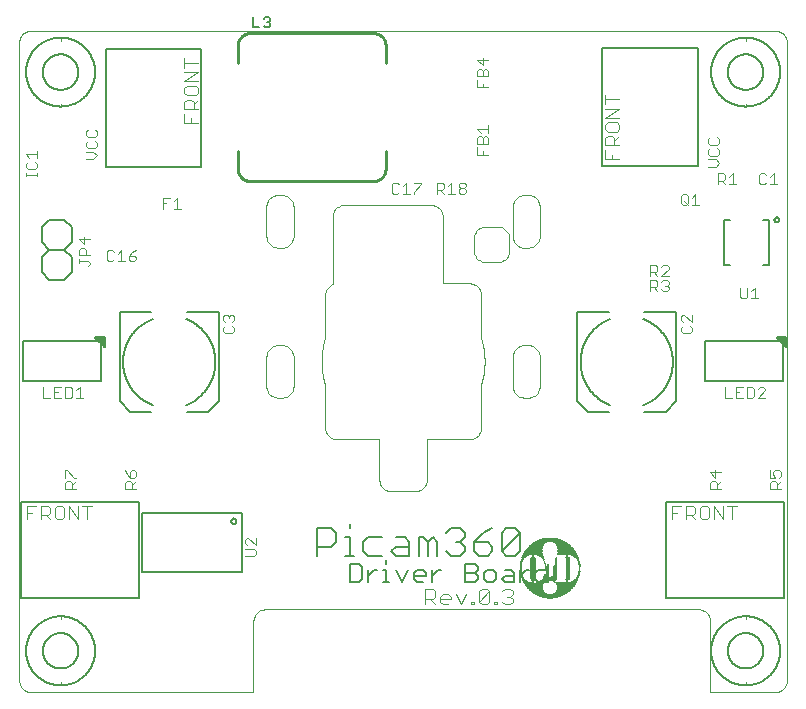
<source format=gto>
G75*
%MOIN*%
%OFA0B0*%
%FSLAX25Y25*%
%IPPOS*%
%LPD*%
%AMOC8*
5,1,8,0,0,1.08239X$1,22.5*
%
%ADD10C,0.00800*%
%ADD11C,0.00500*%
%ADD12C,0.00400*%
%ADD13C,0.00300*%
%ADD14C,0.00004*%
%ADD15C,0.00200*%
%ADD16C,0.00600*%
%ADD17R,0.01772X0.00039*%
%ADD18R,0.02480X0.00039*%
%ADD19R,0.03031X0.00039*%
%ADD20R,0.03504X0.00039*%
%ADD21R,0.03976X0.00039*%
%ADD22R,0.04291X0.00039*%
%ADD23R,0.04685X0.00039*%
%ADD24R,0.05000X0.00039*%
%ADD25R,0.05315X0.00039*%
%ADD26R,0.05551X0.00039*%
%ADD27R,0.05866X0.00039*%
%ADD28R,0.06102X0.00039*%
%ADD29R,0.06339X0.00039*%
%ADD30R,0.06575X0.00039*%
%ADD31R,0.06811X0.00039*%
%ADD32R,0.06969X0.00039*%
%ADD33R,0.07205X0.00039*%
%ADD34R,0.07441X0.00039*%
%ADD35R,0.07598X0.00039*%
%ADD36R,0.07756X0.00039*%
%ADD37R,0.07992X0.00039*%
%ADD38R,0.08150X0.00039*%
%ADD39R,0.08307X0.00039*%
%ADD40R,0.08465X0.00039*%
%ADD41R,0.08701X0.00039*%
%ADD42R,0.08858X0.00039*%
%ADD43R,0.09016X0.00039*%
%ADD44R,0.09173X0.00039*%
%ADD45R,0.04134X0.00039*%
%ADD46R,0.03937X0.00039*%
%ADD47R,0.04094X0.00039*%
%ADD48R,0.03898X0.00039*%
%ADD49R,0.04055X0.00039*%
%ADD50R,0.03858X0.00039*%
%ADD51R,0.04016X0.00039*%
%ADD52R,0.03819X0.00039*%
%ADD53R,0.04173X0.00039*%
%ADD54R,0.04213X0.00039*%
%ADD55R,0.04252X0.00039*%
%ADD56R,0.04331X0.00039*%
%ADD57R,0.04409X0.00039*%
%ADD58R,0.04449X0.00039*%
%ADD59R,0.04488X0.00039*%
%ADD60R,0.04370X0.00039*%
%ADD61R,0.04528X0.00039*%
%ADD62R,0.04567X0.00039*%
%ADD63R,0.04606X0.00039*%
%ADD64R,0.04646X0.00039*%
%ADD65R,0.04724X0.00039*%
%ADD66R,0.04764X0.00039*%
%ADD67R,0.04803X0.00039*%
%ADD68R,0.04843X0.00039*%
%ADD69R,0.04882X0.00039*%
%ADD70R,0.04921X0.00039*%
%ADD71R,0.04961X0.00039*%
%ADD72R,0.05039X0.00039*%
%ADD73R,0.05079X0.00039*%
%ADD74R,0.05118X0.00039*%
%ADD75R,0.05157X0.00039*%
%ADD76R,0.05197X0.00039*%
%ADD77R,0.05236X0.00039*%
%ADD78R,0.05276X0.00039*%
%ADD79R,0.05354X0.00039*%
%ADD80R,0.05394X0.00039*%
%ADD81R,0.05433X0.00039*%
%ADD82R,0.05472X0.00039*%
%ADD83R,0.05512X0.00039*%
%ADD84R,0.05591X0.00039*%
%ADD85R,0.05630X0.00039*%
%ADD86R,0.05669X0.00039*%
%ADD87R,0.05709X0.00039*%
%ADD88R,0.05748X0.00039*%
%ADD89R,0.05787X0.00039*%
%ADD90R,0.05827X0.00039*%
%ADD91R,0.05906X0.00039*%
%ADD92R,0.05945X0.00039*%
%ADD93R,0.05984X0.00039*%
%ADD94R,0.06024X0.00039*%
%ADD95R,0.06063X0.00039*%
%ADD96R,0.06142X0.00039*%
%ADD97R,0.06181X0.00039*%
%ADD98R,0.06220X0.00039*%
%ADD99R,0.06260X0.00039*%
%ADD100R,0.06299X0.00039*%
%ADD101R,0.06378X0.00039*%
%ADD102R,0.06457X0.00039*%
%ADD103R,0.06496X0.00039*%
%ADD104R,0.06535X0.00039*%
%ADD105R,0.06614X0.00039*%
%ADD106R,0.06693X0.00039*%
%ADD107R,0.06732X0.00039*%
%ADD108R,0.06654X0.00039*%
%ADD109R,0.02638X0.00039*%
%ADD110R,0.00551X0.00039*%
%ADD111R,0.06850X0.00039*%
%ADD112R,0.02402X0.00039*%
%ADD113R,0.02795X0.00039*%
%ADD114R,0.06890X0.00039*%
%ADD115R,0.02244X0.00039*%
%ADD116R,0.02677X0.00039*%
%ADD117R,0.02087X0.00039*%
%ADD118R,0.02559X0.00039*%
%ADD119R,0.07008X0.00039*%
%ADD120R,0.02008X0.00039*%
%ADD121R,0.02441X0.00039*%
%ADD122R,0.07087X0.00039*%
%ADD123R,0.01850X0.00039*%
%ADD124R,0.02362X0.00039*%
%ADD125R,0.07126X0.00039*%
%ADD126R,0.01811X0.00039*%
%ADD127R,0.02323X0.00039*%
%ADD128R,0.00197X0.00039*%
%ADD129R,0.00591X0.00039*%
%ADD130R,0.02283X0.00039*%
%ADD131R,0.01693X0.00039*%
%ADD132R,0.00118X0.00039*%
%ADD133R,0.02047X0.00039*%
%ADD134R,0.01654X0.00039*%
%ADD135R,0.02205X0.00039*%
%ADD136R,0.01929X0.00039*%
%ADD137R,0.01614X0.00039*%
%ADD138R,0.02165X0.00039*%
%ADD139R,0.01535X0.00039*%
%ADD140R,0.01732X0.00039*%
%ADD141R,0.01496X0.00039*%
%ADD142R,0.00157X0.00039*%
%ADD143R,0.01417X0.00039*%
%ADD144R,0.00236X0.00039*%
%ADD145R,0.01378X0.00039*%
%ADD146R,0.00276X0.00039*%
%ADD147R,0.01575X0.00039*%
%ADD148R,0.01339X0.00039*%
%ADD149R,0.00315X0.00039*%
%ADD150R,0.01299X0.00039*%
%ADD151R,0.00394X0.00039*%
%ADD152R,0.01457X0.00039*%
%ADD153R,0.01220X0.00039*%
%ADD154R,0.00472X0.00039*%
%ADD155R,0.00512X0.00039*%
%ADD156R,0.01181X0.00039*%
%ADD157R,0.01102X0.00039*%
%ADD158R,0.00669X0.00039*%
%ADD159R,0.01260X0.00039*%
%ADD160R,0.00709X0.00039*%
%ADD161R,0.00827X0.00039*%
%ADD162R,0.01063X0.00039*%
%ADD163R,0.00945X0.00039*%
%ADD164R,0.01024X0.00039*%
%ADD165R,0.01142X0.00039*%
%ADD166R,0.00984X0.00039*%
%ADD167R,0.00906X0.00039*%
%ADD168R,0.00866X0.00039*%
%ADD169R,0.00787X0.00039*%
%ADD170R,0.00748X0.00039*%
%ADD171R,0.00630X0.00039*%
%ADD172R,0.00433X0.00039*%
%ADD173R,0.00354X0.00039*%
%ADD174R,0.00079X0.00039*%
%ADD175R,0.01890X0.00039*%
%ADD176R,0.01969X0.00039*%
%ADD177R,0.02126X0.00039*%
%ADD178R,0.02598X0.00039*%
%ADD179R,0.02520X0.00039*%
%ADD180R,0.06417X0.00039*%
%ADD181R,0.09409X0.00039*%
%ADD182R,0.09331X0.00039*%
%ADD183C,0.01000*%
%ADD184C,0.00700*%
D10*
X0010474Y0016380D02*
X0010476Y0016533D01*
X0010482Y0016687D01*
X0010492Y0016840D01*
X0010506Y0016992D01*
X0010524Y0017145D01*
X0010546Y0017296D01*
X0010571Y0017447D01*
X0010601Y0017598D01*
X0010635Y0017748D01*
X0010672Y0017896D01*
X0010713Y0018044D01*
X0010758Y0018190D01*
X0010807Y0018336D01*
X0010860Y0018480D01*
X0010916Y0018622D01*
X0010976Y0018763D01*
X0011040Y0018903D01*
X0011107Y0019041D01*
X0011178Y0019177D01*
X0011253Y0019311D01*
X0011330Y0019443D01*
X0011412Y0019573D01*
X0011496Y0019701D01*
X0011584Y0019827D01*
X0011675Y0019950D01*
X0011769Y0020071D01*
X0011867Y0020189D01*
X0011967Y0020305D01*
X0012071Y0020418D01*
X0012177Y0020529D01*
X0012286Y0020637D01*
X0012398Y0020742D01*
X0012512Y0020843D01*
X0012630Y0020942D01*
X0012749Y0021038D01*
X0012871Y0021131D01*
X0012996Y0021220D01*
X0013123Y0021307D01*
X0013252Y0021389D01*
X0013383Y0021469D01*
X0013516Y0021545D01*
X0013651Y0021618D01*
X0013788Y0021687D01*
X0013927Y0021752D01*
X0014067Y0021814D01*
X0014209Y0021872D01*
X0014352Y0021927D01*
X0014497Y0021978D01*
X0014643Y0022025D01*
X0014790Y0022068D01*
X0014938Y0022107D01*
X0015087Y0022143D01*
X0015237Y0022174D01*
X0015388Y0022202D01*
X0015539Y0022226D01*
X0015692Y0022246D01*
X0015844Y0022262D01*
X0015997Y0022274D01*
X0016150Y0022282D01*
X0016303Y0022286D01*
X0016457Y0022286D01*
X0016610Y0022282D01*
X0016763Y0022274D01*
X0016916Y0022262D01*
X0017068Y0022246D01*
X0017221Y0022226D01*
X0017372Y0022202D01*
X0017523Y0022174D01*
X0017673Y0022143D01*
X0017822Y0022107D01*
X0017970Y0022068D01*
X0018117Y0022025D01*
X0018263Y0021978D01*
X0018408Y0021927D01*
X0018551Y0021872D01*
X0018693Y0021814D01*
X0018833Y0021752D01*
X0018972Y0021687D01*
X0019109Y0021618D01*
X0019244Y0021545D01*
X0019377Y0021469D01*
X0019508Y0021389D01*
X0019637Y0021307D01*
X0019764Y0021220D01*
X0019889Y0021131D01*
X0020011Y0021038D01*
X0020130Y0020942D01*
X0020248Y0020843D01*
X0020362Y0020742D01*
X0020474Y0020637D01*
X0020583Y0020529D01*
X0020689Y0020418D01*
X0020793Y0020305D01*
X0020893Y0020189D01*
X0020991Y0020071D01*
X0021085Y0019950D01*
X0021176Y0019827D01*
X0021264Y0019701D01*
X0021348Y0019573D01*
X0021430Y0019443D01*
X0021507Y0019311D01*
X0021582Y0019177D01*
X0021653Y0019041D01*
X0021720Y0018903D01*
X0021784Y0018763D01*
X0021844Y0018622D01*
X0021900Y0018480D01*
X0021953Y0018336D01*
X0022002Y0018190D01*
X0022047Y0018044D01*
X0022088Y0017896D01*
X0022125Y0017748D01*
X0022159Y0017598D01*
X0022189Y0017447D01*
X0022214Y0017296D01*
X0022236Y0017145D01*
X0022254Y0016992D01*
X0022268Y0016840D01*
X0022278Y0016687D01*
X0022284Y0016533D01*
X0022286Y0016380D01*
X0022284Y0016227D01*
X0022278Y0016073D01*
X0022268Y0015920D01*
X0022254Y0015768D01*
X0022236Y0015615D01*
X0022214Y0015464D01*
X0022189Y0015313D01*
X0022159Y0015162D01*
X0022125Y0015012D01*
X0022088Y0014864D01*
X0022047Y0014716D01*
X0022002Y0014570D01*
X0021953Y0014424D01*
X0021900Y0014280D01*
X0021844Y0014138D01*
X0021784Y0013997D01*
X0021720Y0013857D01*
X0021653Y0013719D01*
X0021582Y0013583D01*
X0021507Y0013449D01*
X0021430Y0013317D01*
X0021348Y0013187D01*
X0021264Y0013059D01*
X0021176Y0012933D01*
X0021085Y0012810D01*
X0020991Y0012689D01*
X0020893Y0012571D01*
X0020793Y0012455D01*
X0020689Y0012342D01*
X0020583Y0012231D01*
X0020474Y0012123D01*
X0020362Y0012018D01*
X0020248Y0011917D01*
X0020130Y0011818D01*
X0020011Y0011722D01*
X0019889Y0011629D01*
X0019764Y0011540D01*
X0019637Y0011453D01*
X0019508Y0011371D01*
X0019377Y0011291D01*
X0019244Y0011215D01*
X0019109Y0011142D01*
X0018972Y0011073D01*
X0018833Y0011008D01*
X0018693Y0010946D01*
X0018551Y0010888D01*
X0018408Y0010833D01*
X0018263Y0010782D01*
X0018117Y0010735D01*
X0017970Y0010692D01*
X0017822Y0010653D01*
X0017673Y0010617D01*
X0017523Y0010586D01*
X0017372Y0010558D01*
X0017221Y0010534D01*
X0017068Y0010514D01*
X0016916Y0010498D01*
X0016763Y0010486D01*
X0016610Y0010478D01*
X0016457Y0010474D01*
X0016303Y0010474D01*
X0016150Y0010478D01*
X0015997Y0010486D01*
X0015844Y0010498D01*
X0015692Y0010514D01*
X0015539Y0010534D01*
X0015388Y0010558D01*
X0015237Y0010586D01*
X0015087Y0010617D01*
X0014938Y0010653D01*
X0014790Y0010692D01*
X0014643Y0010735D01*
X0014497Y0010782D01*
X0014352Y0010833D01*
X0014209Y0010888D01*
X0014067Y0010946D01*
X0013927Y0011008D01*
X0013788Y0011073D01*
X0013651Y0011142D01*
X0013516Y0011215D01*
X0013383Y0011291D01*
X0013252Y0011371D01*
X0013123Y0011453D01*
X0012996Y0011540D01*
X0012871Y0011629D01*
X0012749Y0011722D01*
X0012630Y0011818D01*
X0012512Y0011917D01*
X0012398Y0012018D01*
X0012286Y0012123D01*
X0012177Y0012231D01*
X0012071Y0012342D01*
X0011967Y0012455D01*
X0011867Y0012571D01*
X0011769Y0012689D01*
X0011675Y0012810D01*
X0011584Y0012933D01*
X0011496Y0013059D01*
X0011412Y0013187D01*
X0011330Y0013317D01*
X0011253Y0013449D01*
X0011178Y0013583D01*
X0011107Y0013719D01*
X0011040Y0013857D01*
X0010976Y0013997D01*
X0010916Y0014138D01*
X0010860Y0014280D01*
X0010807Y0014424D01*
X0010758Y0014570D01*
X0010713Y0014716D01*
X0010672Y0014864D01*
X0010635Y0015012D01*
X0010601Y0015162D01*
X0010571Y0015313D01*
X0010546Y0015464D01*
X0010524Y0015615D01*
X0010506Y0015768D01*
X0010492Y0015920D01*
X0010482Y0016073D01*
X0010476Y0016227D01*
X0010474Y0016380D01*
X0043368Y0042757D02*
X0043368Y0062443D01*
X0076832Y0062443D01*
X0076832Y0042757D01*
X0043368Y0042757D01*
X0073222Y0059600D02*
X0073224Y0059659D01*
X0073230Y0059717D01*
X0073240Y0059775D01*
X0073253Y0059832D01*
X0073271Y0059888D01*
X0073292Y0059943D01*
X0073316Y0059996D01*
X0073345Y0060047D01*
X0073376Y0060097D01*
X0073411Y0060144D01*
X0073449Y0060189D01*
X0073490Y0060231D01*
X0073533Y0060270D01*
X0073579Y0060307D01*
X0073628Y0060340D01*
X0073678Y0060370D01*
X0073730Y0060396D01*
X0073784Y0060419D01*
X0073840Y0060439D01*
X0073896Y0060454D01*
X0073954Y0060466D01*
X0074012Y0060474D01*
X0074071Y0060478D01*
X0074129Y0060478D01*
X0074188Y0060474D01*
X0074246Y0060466D01*
X0074304Y0060454D01*
X0074360Y0060439D01*
X0074416Y0060419D01*
X0074470Y0060396D01*
X0074522Y0060370D01*
X0074572Y0060340D01*
X0074621Y0060307D01*
X0074667Y0060270D01*
X0074710Y0060231D01*
X0074751Y0060189D01*
X0074789Y0060144D01*
X0074824Y0060097D01*
X0074855Y0060047D01*
X0074884Y0059996D01*
X0074908Y0059943D01*
X0074929Y0059888D01*
X0074947Y0059832D01*
X0074960Y0059775D01*
X0074970Y0059717D01*
X0074976Y0059659D01*
X0074978Y0059600D01*
X0074976Y0059541D01*
X0074970Y0059483D01*
X0074960Y0059425D01*
X0074947Y0059368D01*
X0074929Y0059312D01*
X0074908Y0059257D01*
X0074884Y0059204D01*
X0074855Y0059153D01*
X0074824Y0059103D01*
X0074789Y0059056D01*
X0074751Y0059011D01*
X0074710Y0058969D01*
X0074667Y0058930D01*
X0074621Y0058893D01*
X0074572Y0058860D01*
X0074522Y0058830D01*
X0074470Y0058804D01*
X0074416Y0058781D01*
X0074360Y0058761D01*
X0074304Y0058746D01*
X0074246Y0058734D01*
X0074188Y0058726D01*
X0074129Y0058722D01*
X0074071Y0058722D01*
X0074012Y0058726D01*
X0073954Y0058734D01*
X0073896Y0058746D01*
X0073840Y0058761D01*
X0073784Y0058781D01*
X0073730Y0058804D01*
X0073678Y0058830D01*
X0073628Y0058860D01*
X0073579Y0058893D01*
X0073533Y0058930D01*
X0073490Y0058969D01*
X0073449Y0059011D01*
X0073411Y0059056D01*
X0073376Y0059103D01*
X0073345Y0059153D01*
X0073316Y0059204D01*
X0073292Y0059257D01*
X0073271Y0059312D01*
X0073253Y0059368D01*
X0073240Y0059425D01*
X0073230Y0059483D01*
X0073224Y0059541D01*
X0073222Y0059600D01*
X0102000Y0057208D02*
X0102000Y0048000D01*
X0102000Y0051069D02*
X0106604Y0051069D01*
X0108139Y0052604D01*
X0108139Y0055673D01*
X0106604Y0057208D01*
X0102000Y0057208D01*
X0111208Y0054139D02*
X0112742Y0054139D01*
X0112742Y0048000D01*
X0111208Y0048000D02*
X0114277Y0048000D01*
X0117346Y0049535D02*
X0118881Y0048000D01*
X0123485Y0048000D01*
X0126554Y0049535D02*
X0128089Y0051069D01*
X0132693Y0051069D01*
X0132693Y0052604D02*
X0132693Y0048000D01*
X0128089Y0048000D01*
X0126554Y0049535D01*
X0128089Y0054139D02*
X0131158Y0054139D01*
X0132693Y0052604D01*
X0135762Y0054139D02*
X0137297Y0054139D01*
X0138831Y0052604D01*
X0140366Y0054139D01*
X0141901Y0052604D01*
X0141901Y0048000D01*
X0138831Y0048000D02*
X0138831Y0052604D01*
X0135762Y0054139D02*
X0135762Y0048000D01*
X0144970Y0049535D02*
X0146505Y0048000D01*
X0149574Y0048000D01*
X0151109Y0049535D01*
X0151109Y0051069D01*
X0149574Y0052604D01*
X0148039Y0052604D01*
X0149574Y0052604D02*
X0151109Y0054139D01*
X0151109Y0055673D01*
X0149574Y0057208D01*
X0146505Y0057208D01*
X0144970Y0055673D01*
X0154178Y0052604D02*
X0154178Y0049535D01*
X0155713Y0048000D01*
X0158782Y0048000D01*
X0160316Y0049535D01*
X0160316Y0051069D01*
X0158782Y0052604D01*
X0154178Y0052604D01*
X0157247Y0055673D01*
X0160316Y0057208D01*
X0163386Y0055673D02*
X0164920Y0057208D01*
X0167990Y0057208D01*
X0169524Y0055673D01*
X0163386Y0049535D01*
X0164920Y0048000D01*
X0167990Y0048000D01*
X0169524Y0049535D01*
X0169524Y0055673D01*
X0163386Y0055673D02*
X0163386Y0049535D01*
X0123485Y0054139D02*
X0118881Y0054139D01*
X0117346Y0052604D01*
X0117346Y0049535D01*
X0112742Y0057208D02*
X0112742Y0058743D01*
X0069135Y0099608D02*
X0065592Y0096065D01*
X0058506Y0096065D01*
X0069135Y0099608D02*
X0069135Y0129135D01*
X0058506Y0129135D01*
X0046694Y0129135D02*
X0036065Y0129135D01*
X0036065Y0099608D01*
X0039608Y0096065D01*
X0046694Y0096065D01*
X0058112Y0098230D02*
X0058460Y0098368D01*
X0058804Y0098515D01*
X0059145Y0098670D01*
X0059482Y0098833D01*
X0059815Y0099005D01*
X0060144Y0099185D01*
X0060468Y0099372D01*
X0060788Y0099567D01*
X0061102Y0099771D01*
X0061412Y0099981D01*
X0061716Y0100199D01*
X0062015Y0100425D01*
X0062309Y0100658D01*
X0062597Y0100897D01*
X0062878Y0101144D01*
X0063154Y0101398D01*
X0063423Y0101658D01*
X0063687Y0101924D01*
X0063943Y0102197D01*
X0064193Y0102476D01*
X0064436Y0102761D01*
X0064672Y0103052D01*
X0064900Y0103349D01*
X0065122Y0103651D01*
X0065336Y0103958D01*
X0065542Y0104271D01*
X0065741Y0104588D01*
X0065932Y0104910D01*
X0066115Y0105237D01*
X0066291Y0105568D01*
X0066458Y0105903D01*
X0066616Y0106242D01*
X0066767Y0106585D01*
X0066909Y0106932D01*
X0067043Y0107281D01*
X0067168Y0107634D01*
X0067284Y0107990D01*
X0067392Y0108349D01*
X0067491Y0108710D01*
X0067582Y0109074D01*
X0067663Y0109439D01*
X0067735Y0109807D01*
X0067799Y0110176D01*
X0067853Y0110546D01*
X0067899Y0110918D01*
X0067935Y0111291D01*
X0067963Y0111664D01*
X0067981Y0112038D01*
X0067990Y0112413D01*
X0067990Y0112787D01*
X0067981Y0113162D01*
X0067963Y0113536D01*
X0067935Y0113909D01*
X0067899Y0114282D01*
X0067853Y0114654D01*
X0067799Y0115024D01*
X0067735Y0115393D01*
X0067663Y0115761D01*
X0067582Y0116126D01*
X0067491Y0116490D01*
X0067392Y0116851D01*
X0067284Y0117210D01*
X0067168Y0117566D01*
X0067043Y0117919D01*
X0066909Y0118268D01*
X0066767Y0118615D01*
X0066616Y0118958D01*
X0066458Y0119297D01*
X0066291Y0119632D01*
X0066115Y0119963D01*
X0065932Y0120290D01*
X0065741Y0120612D01*
X0065542Y0120929D01*
X0065336Y0121242D01*
X0065122Y0121549D01*
X0064900Y0121851D01*
X0064672Y0122148D01*
X0064436Y0122439D01*
X0064193Y0122724D01*
X0063943Y0123003D01*
X0063687Y0123276D01*
X0063423Y0123542D01*
X0063154Y0123802D01*
X0062878Y0124056D01*
X0062597Y0124303D01*
X0062309Y0124542D01*
X0062015Y0124775D01*
X0061716Y0125001D01*
X0061412Y0125219D01*
X0061102Y0125429D01*
X0060788Y0125633D01*
X0060468Y0125828D01*
X0060144Y0126015D01*
X0059815Y0126195D01*
X0059482Y0126367D01*
X0059145Y0126530D01*
X0058804Y0126685D01*
X0058460Y0126832D01*
X0058112Y0126970D01*
X0047088Y0126970D02*
X0046740Y0126832D01*
X0046396Y0126685D01*
X0046055Y0126530D01*
X0045718Y0126367D01*
X0045385Y0126195D01*
X0045056Y0126015D01*
X0044732Y0125828D01*
X0044412Y0125633D01*
X0044098Y0125429D01*
X0043788Y0125219D01*
X0043484Y0125001D01*
X0043185Y0124775D01*
X0042891Y0124542D01*
X0042603Y0124303D01*
X0042322Y0124056D01*
X0042046Y0123802D01*
X0041777Y0123542D01*
X0041513Y0123276D01*
X0041257Y0123003D01*
X0041007Y0122724D01*
X0040764Y0122439D01*
X0040528Y0122148D01*
X0040300Y0121851D01*
X0040078Y0121549D01*
X0039864Y0121242D01*
X0039658Y0120929D01*
X0039459Y0120612D01*
X0039268Y0120290D01*
X0039085Y0119963D01*
X0038909Y0119632D01*
X0038742Y0119297D01*
X0038584Y0118958D01*
X0038433Y0118615D01*
X0038291Y0118268D01*
X0038157Y0117919D01*
X0038032Y0117566D01*
X0037916Y0117210D01*
X0037808Y0116851D01*
X0037709Y0116490D01*
X0037618Y0116126D01*
X0037537Y0115761D01*
X0037465Y0115393D01*
X0037401Y0115024D01*
X0037347Y0114654D01*
X0037301Y0114282D01*
X0037265Y0113909D01*
X0037237Y0113536D01*
X0037219Y0113162D01*
X0037210Y0112787D01*
X0037210Y0112413D01*
X0037219Y0112038D01*
X0037237Y0111664D01*
X0037265Y0111291D01*
X0037301Y0110918D01*
X0037347Y0110546D01*
X0037401Y0110176D01*
X0037465Y0109807D01*
X0037537Y0109439D01*
X0037618Y0109074D01*
X0037709Y0108710D01*
X0037808Y0108349D01*
X0037916Y0107990D01*
X0038032Y0107634D01*
X0038157Y0107281D01*
X0038291Y0106932D01*
X0038433Y0106585D01*
X0038584Y0106242D01*
X0038742Y0105903D01*
X0038909Y0105568D01*
X0039085Y0105237D01*
X0039268Y0104910D01*
X0039459Y0104588D01*
X0039658Y0104271D01*
X0039864Y0103958D01*
X0040078Y0103651D01*
X0040300Y0103349D01*
X0040528Y0103052D01*
X0040764Y0102761D01*
X0041007Y0102476D01*
X0041257Y0102197D01*
X0041513Y0101924D01*
X0041777Y0101658D01*
X0042046Y0101398D01*
X0042322Y0101144D01*
X0042603Y0100897D01*
X0042891Y0100658D01*
X0043185Y0100425D01*
X0043484Y0100199D01*
X0043788Y0099981D01*
X0044098Y0099771D01*
X0044412Y0099567D01*
X0044732Y0099372D01*
X0045056Y0099185D01*
X0045385Y0099005D01*
X0045718Y0098833D01*
X0046055Y0098670D01*
X0046396Y0098515D01*
X0046740Y0098368D01*
X0047088Y0098230D01*
X0010474Y0209293D02*
X0010476Y0209446D01*
X0010482Y0209600D01*
X0010492Y0209753D01*
X0010506Y0209905D01*
X0010524Y0210058D01*
X0010546Y0210209D01*
X0010571Y0210360D01*
X0010601Y0210511D01*
X0010635Y0210661D01*
X0010672Y0210809D01*
X0010713Y0210957D01*
X0010758Y0211103D01*
X0010807Y0211249D01*
X0010860Y0211393D01*
X0010916Y0211535D01*
X0010976Y0211676D01*
X0011040Y0211816D01*
X0011107Y0211954D01*
X0011178Y0212090D01*
X0011253Y0212224D01*
X0011330Y0212356D01*
X0011412Y0212486D01*
X0011496Y0212614D01*
X0011584Y0212740D01*
X0011675Y0212863D01*
X0011769Y0212984D01*
X0011867Y0213102D01*
X0011967Y0213218D01*
X0012071Y0213331D01*
X0012177Y0213442D01*
X0012286Y0213550D01*
X0012398Y0213655D01*
X0012512Y0213756D01*
X0012630Y0213855D01*
X0012749Y0213951D01*
X0012871Y0214044D01*
X0012996Y0214133D01*
X0013123Y0214220D01*
X0013252Y0214302D01*
X0013383Y0214382D01*
X0013516Y0214458D01*
X0013651Y0214531D01*
X0013788Y0214600D01*
X0013927Y0214665D01*
X0014067Y0214727D01*
X0014209Y0214785D01*
X0014352Y0214840D01*
X0014497Y0214891D01*
X0014643Y0214938D01*
X0014790Y0214981D01*
X0014938Y0215020D01*
X0015087Y0215056D01*
X0015237Y0215087D01*
X0015388Y0215115D01*
X0015539Y0215139D01*
X0015692Y0215159D01*
X0015844Y0215175D01*
X0015997Y0215187D01*
X0016150Y0215195D01*
X0016303Y0215199D01*
X0016457Y0215199D01*
X0016610Y0215195D01*
X0016763Y0215187D01*
X0016916Y0215175D01*
X0017068Y0215159D01*
X0017221Y0215139D01*
X0017372Y0215115D01*
X0017523Y0215087D01*
X0017673Y0215056D01*
X0017822Y0215020D01*
X0017970Y0214981D01*
X0018117Y0214938D01*
X0018263Y0214891D01*
X0018408Y0214840D01*
X0018551Y0214785D01*
X0018693Y0214727D01*
X0018833Y0214665D01*
X0018972Y0214600D01*
X0019109Y0214531D01*
X0019244Y0214458D01*
X0019377Y0214382D01*
X0019508Y0214302D01*
X0019637Y0214220D01*
X0019764Y0214133D01*
X0019889Y0214044D01*
X0020011Y0213951D01*
X0020130Y0213855D01*
X0020248Y0213756D01*
X0020362Y0213655D01*
X0020474Y0213550D01*
X0020583Y0213442D01*
X0020689Y0213331D01*
X0020793Y0213218D01*
X0020893Y0213102D01*
X0020991Y0212984D01*
X0021085Y0212863D01*
X0021176Y0212740D01*
X0021264Y0212614D01*
X0021348Y0212486D01*
X0021430Y0212356D01*
X0021507Y0212224D01*
X0021582Y0212090D01*
X0021653Y0211954D01*
X0021720Y0211816D01*
X0021784Y0211676D01*
X0021844Y0211535D01*
X0021900Y0211393D01*
X0021953Y0211249D01*
X0022002Y0211103D01*
X0022047Y0210957D01*
X0022088Y0210809D01*
X0022125Y0210661D01*
X0022159Y0210511D01*
X0022189Y0210360D01*
X0022214Y0210209D01*
X0022236Y0210058D01*
X0022254Y0209905D01*
X0022268Y0209753D01*
X0022278Y0209600D01*
X0022284Y0209446D01*
X0022286Y0209293D01*
X0022284Y0209140D01*
X0022278Y0208986D01*
X0022268Y0208833D01*
X0022254Y0208681D01*
X0022236Y0208528D01*
X0022214Y0208377D01*
X0022189Y0208226D01*
X0022159Y0208075D01*
X0022125Y0207925D01*
X0022088Y0207777D01*
X0022047Y0207629D01*
X0022002Y0207483D01*
X0021953Y0207337D01*
X0021900Y0207193D01*
X0021844Y0207051D01*
X0021784Y0206910D01*
X0021720Y0206770D01*
X0021653Y0206632D01*
X0021582Y0206496D01*
X0021507Y0206362D01*
X0021430Y0206230D01*
X0021348Y0206100D01*
X0021264Y0205972D01*
X0021176Y0205846D01*
X0021085Y0205723D01*
X0020991Y0205602D01*
X0020893Y0205484D01*
X0020793Y0205368D01*
X0020689Y0205255D01*
X0020583Y0205144D01*
X0020474Y0205036D01*
X0020362Y0204931D01*
X0020248Y0204830D01*
X0020130Y0204731D01*
X0020011Y0204635D01*
X0019889Y0204542D01*
X0019764Y0204453D01*
X0019637Y0204366D01*
X0019508Y0204284D01*
X0019377Y0204204D01*
X0019244Y0204128D01*
X0019109Y0204055D01*
X0018972Y0203986D01*
X0018833Y0203921D01*
X0018693Y0203859D01*
X0018551Y0203801D01*
X0018408Y0203746D01*
X0018263Y0203695D01*
X0018117Y0203648D01*
X0017970Y0203605D01*
X0017822Y0203566D01*
X0017673Y0203530D01*
X0017523Y0203499D01*
X0017372Y0203471D01*
X0017221Y0203447D01*
X0017068Y0203427D01*
X0016916Y0203411D01*
X0016763Y0203399D01*
X0016610Y0203391D01*
X0016457Y0203387D01*
X0016303Y0203387D01*
X0016150Y0203391D01*
X0015997Y0203399D01*
X0015844Y0203411D01*
X0015692Y0203427D01*
X0015539Y0203447D01*
X0015388Y0203471D01*
X0015237Y0203499D01*
X0015087Y0203530D01*
X0014938Y0203566D01*
X0014790Y0203605D01*
X0014643Y0203648D01*
X0014497Y0203695D01*
X0014352Y0203746D01*
X0014209Y0203801D01*
X0014067Y0203859D01*
X0013927Y0203921D01*
X0013788Y0203986D01*
X0013651Y0204055D01*
X0013516Y0204128D01*
X0013383Y0204204D01*
X0013252Y0204284D01*
X0013123Y0204366D01*
X0012996Y0204453D01*
X0012871Y0204542D01*
X0012749Y0204635D01*
X0012630Y0204731D01*
X0012512Y0204830D01*
X0012398Y0204931D01*
X0012286Y0205036D01*
X0012177Y0205144D01*
X0012071Y0205255D01*
X0011967Y0205368D01*
X0011867Y0205484D01*
X0011769Y0205602D01*
X0011675Y0205723D01*
X0011584Y0205846D01*
X0011496Y0205972D01*
X0011412Y0206100D01*
X0011330Y0206230D01*
X0011253Y0206362D01*
X0011178Y0206496D01*
X0011107Y0206632D01*
X0011040Y0206770D01*
X0010976Y0206910D01*
X0010916Y0207051D01*
X0010860Y0207193D01*
X0010807Y0207337D01*
X0010758Y0207483D01*
X0010713Y0207629D01*
X0010672Y0207777D01*
X0010635Y0207925D01*
X0010601Y0208075D01*
X0010571Y0208226D01*
X0010546Y0208377D01*
X0010524Y0208528D01*
X0010506Y0208681D01*
X0010492Y0208833D01*
X0010482Y0208986D01*
X0010476Y0209140D01*
X0010474Y0209293D01*
X0188565Y0129135D02*
X0188565Y0099608D01*
X0192108Y0096065D01*
X0199194Y0096065D01*
X0211006Y0096065D02*
X0218092Y0096065D01*
X0221635Y0099608D01*
X0221635Y0129135D01*
X0211006Y0129135D01*
X0199194Y0129135D02*
X0188565Y0129135D01*
X0210612Y0126970D02*
X0210960Y0126832D01*
X0211304Y0126685D01*
X0211645Y0126530D01*
X0211982Y0126367D01*
X0212315Y0126195D01*
X0212644Y0126015D01*
X0212968Y0125828D01*
X0213288Y0125633D01*
X0213602Y0125429D01*
X0213912Y0125219D01*
X0214216Y0125001D01*
X0214515Y0124775D01*
X0214809Y0124542D01*
X0215097Y0124303D01*
X0215378Y0124056D01*
X0215654Y0123802D01*
X0215923Y0123542D01*
X0216187Y0123276D01*
X0216443Y0123003D01*
X0216693Y0122724D01*
X0216936Y0122439D01*
X0217172Y0122148D01*
X0217400Y0121851D01*
X0217622Y0121549D01*
X0217836Y0121242D01*
X0218042Y0120929D01*
X0218241Y0120612D01*
X0218432Y0120290D01*
X0218615Y0119963D01*
X0218791Y0119632D01*
X0218958Y0119297D01*
X0219116Y0118958D01*
X0219267Y0118615D01*
X0219409Y0118268D01*
X0219543Y0117919D01*
X0219668Y0117566D01*
X0219784Y0117210D01*
X0219892Y0116851D01*
X0219991Y0116490D01*
X0220082Y0116126D01*
X0220163Y0115761D01*
X0220235Y0115393D01*
X0220299Y0115024D01*
X0220353Y0114654D01*
X0220399Y0114282D01*
X0220435Y0113909D01*
X0220463Y0113536D01*
X0220481Y0113162D01*
X0220490Y0112787D01*
X0220490Y0112413D01*
X0220481Y0112038D01*
X0220463Y0111664D01*
X0220435Y0111291D01*
X0220399Y0110918D01*
X0220353Y0110546D01*
X0220299Y0110176D01*
X0220235Y0109807D01*
X0220163Y0109439D01*
X0220082Y0109074D01*
X0219991Y0108710D01*
X0219892Y0108349D01*
X0219784Y0107990D01*
X0219668Y0107634D01*
X0219543Y0107281D01*
X0219409Y0106932D01*
X0219267Y0106585D01*
X0219116Y0106242D01*
X0218958Y0105903D01*
X0218791Y0105568D01*
X0218615Y0105237D01*
X0218432Y0104910D01*
X0218241Y0104588D01*
X0218042Y0104271D01*
X0217836Y0103958D01*
X0217622Y0103651D01*
X0217400Y0103349D01*
X0217172Y0103052D01*
X0216936Y0102761D01*
X0216693Y0102476D01*
X0216443Y0102197D01*
X0216187Y0101924D01*
X0215923Y0101658D01*
X0215654Y0101398D01*
X0215378Y0101144D01*
X0215097Y0100897D01*
X0214809Y0100658D01*
X0214515Y0100425D01*
X0214216Y0100199D01*
X0213912Y0099981D01*
X0213602Y0099771D01*
X0213288Y0099567D01*
X0212968Y0099372D01*
X0212644Y0099185D01*
X0212315Y0099005D01*
X0211982Y0098833D01*
X0211645Y0098670D01*
X0211304Y0098515D01*
X0210960Y0098368D01*
X0210612Y0098230D01*
X0199588Y0098230D02*
X0199240Y0098368D01*
X0198896Y0098515D01*
X0198555Y0098670D01*
X0198218Y0098833D01*
X0197885Y0099005D01*
X0197556Y0099185D01*
X0197232Y0099372D01*
X0196912Y0099567D01*
X0196598Y0099771D01*
X0196288Y0099981D01*
X0195984Y0100199D01*
X0195685Y0100425D01*
X0195391Y0100658D01*
X0195103Y0100897D01*
X0194822Y0101144D01*
X0194546Y0101398D01*
X0194277Y0101658D01*
X0194013Y0101924D01*
X0193757Y0102197D01*
X0193507Y0102476D01*
X0193264Y0102761D01*
X0193028Y0103052D01*
X0192800Y0103349D01*
X0192578Y0103651D01*
X0192364Y0103958D01*
X0192158Y0104271D01*
X0191959Y0104588D01*
X0191768Y0104910D01*
X0191585Y0105237D01*
X0191409Y0105568D01*
X0191242Y0105903D01*
X0191084Y0106242D01*
X0190933Y0106585D01*
X0190791Y0106932D01*
X0190657Y0107281D01*
X0190532Y0107634D01*
X0190416Y0107990D01*
X0190308Y0108349D01*
X0190209Y0108710D01*
X0190118Y0109074D01*
X0190037Y0109439D01*
X0189965Y0109807D01*
X0189901Y0110176D01*
X0189847Y0110546D01*
X0189801Y0110918D01*
X0189765Y0111291D01*
X0189737Y0111664D01*
X0189719Y0112038D01*
X0189710Y0112413D01*
X0189710Y0112787D01*
X0189719Y0113162D01*
X0189737Y0113536D01*
X0189765Y0113909D01*
X0189801Y0114282D01*
X0189847Y0114654D01*
X0189901Y0115024D01*
X0189965Y0115393D01*
X0190037Y0115761D01*
X0190118Y0116126D01*
X0190209Y0116490D01*
X0190308Y0116851D01*
X0190416Y0117210D01*
X0190532Y0117566D01*
X0190657Y0117919D01*
X0190791Y0118268D01*
X0190933Y0118615D01*
X0191084Y0118958D01*
X0191242Y0119297D01*
X0191409Y0119632D01*
X0191585Y0119963D01*
X0191768Y0120290D01*
X0191959Y0120612D01*
X0192158Y0120929D01*
X0192364Y0121242D01*
X0192578Y0121549D01*
X0192800Y0121851D01*
X0193028Y0122148D01*
X0193264Y0122439D01*
X0193507Y0122724D01*
X0193757Y0123003D01*
X0194013Y0123276D01*
X0194277Y0123542D01*
X0194546Y0123802D01*
X0194822Y0124056D01*
X0195103Y0124303D01*
X0195391Y0124542D01*
X0195685Y0124775D01*
X0195984Y0125001D01*
X0196288Y0125219D01*
X0196598Y0125429D01*
X0196912Y0125633D01*
X0197232Y0125828D01*
X0197556Y0126015D01*
X0197885Y0126195D01*
X0198218Y0126367D01*
X0198555Y0126530D01*
X0198896Y0126685D01*
X0199240Y0126832D01*
X0199588Y0126970D01*
X0238820Y0209293D02*
X0238822Y0209446D01*
X0238828Y0209600D01*
X0238838Y0209753D01*
X0238852Y0209905D01*
X0238870Y0210058D01*
X0238892Y0210209D01*
X0238917Y0210360D01*
X0238947Y0210511D01*
X0238981Y0210661D01*
X0239018Y0210809D01*
X0239059Y0210957D01*
X0239104Y0211103D01*
X0239153Y0211249D01*
X0239206Y0211393D01*
X0239262Y0211535D01*
X0239322Y0211676D01*
X0239386Y0211816D01*
X0239453Y0211954D01*
X0239524Y0212090D01*
X0239599Y0212224D01*
X0239676Y0212356D01*
X0239758Y0212486D01*
X0239842Y0212614D01*
X0239930Y0212740D01*
X0240021Y0212863D01*
X0240115Y0212984D01*
X0240213Y0213102D01*
X0240313Y0213218D01*
X0240417Y0213331D01*
X0240523Y0213442D01*
X0240632Y0213550D01*
X0240744Y0213655D01*
X0240858Y0213756D01*
X0240976Y0213855D01*
X0241095Y0213951D01*
X0241217Y0214044D01*
X0241342Y0214133D01*
X0241469Y0214220D01*
X0241598Y0214302D01*
X0241729Y0214382D01*
X0241862Y0214458D01*
X0241997Y0214531D01*
X0242134Y0214600D01*
X0242273Y0214665D01*
X0242413Y0214727D01*
X0242555Y0214785D01*
X0242698Y0214840D01*
X0242843Y0214891D01*
X0242989Y0214938D01*
X0243136Y0214981D01*
X0243284Y0215020D01*
X0243433Y0215056D01*
X0243583Y0215087D01*
X0243734Y0215115D01*
X0243885Y0215139D01*
X0244038Y0215159D01*
X0244190Y0215175D01*
X0244343Y0215187D01*
X0244496Y0215195D01*
X0244649Y0215199D01*
X0244803Y0215199D01*
X0244956Y0215195D01*
X0245109Y0215187D01*
X0245262Y0215175D01*
X0245414Y0215159D01*
X0245567Y0215139D01*
X0245718Y0215115D01*
X0245869Y0215087D01*
X0246019Y0215056D01*
X0246168Y0215020D01*
X0246316Y0214981D01*
X0246463Y0214938D01*
X0246609Y0214891D01*
X0246754Y0214840D01*
X0246897Y0214785D01*
X0247039Y0214727D01*
X0247179Y0214665D01*
X0247318Y0214600D01*
X0247455Y0214531D01*
X0247590Y0214458D01*
X0247723Y0214382D01*
X0247854Y0214302D01*
X0247983Y0214220D01*
X0248110Y0214133D01*
X0248235Y0214044D01*
X0248357Y0213951D01*
X0248476Y0213855D01*
X0248594Y0213756D01*
X0248708Y0213655D01*
X0248820Y0213550D01*
X0248929Y0213442D01*
X0249035Y0213331D01*
X0249139Y0213218D01*
X0249239Y0213102D01*
X0249337Y0212984D01*
X0249431Y0212863D01*
X0249522Y0212740D01*
X0249610Y0212614D01*
X0249694Y0212486D01*
X0249776Y0212356D01*
X0249853Y0212224D01*
X0249928Y0212090D01*
X0249999Y0211954D01*
X0250066Y0211816D01*
X0250130Y0211676D01*
X0250190Y0211535D01*
X0250246Y0211393D01*
X0250299Y0211249D01*
X0250348Y0211103D01*
X0250393Y0210957D01*
X0250434Y0210809D01*
X0250471Y0210661D01*
X0250505Y0210511D01*
X0250535Y0210360D01*
X0250560Y0210209D01*
X0250582Y0210058D01*
X0250600Y0209905D01*
X0250614Y0209753D01*
X0250624Y0209600D01*
X0250630Y0209446D01*
X0250632Y0209293D01*
X0250630Y0209140D01*
X0250624Y0208986D01*
X0250614Y0208833D01*
X0250600Y0208681D01*
X0250582Y0208528D01*
X0250560Y0208377D01*
X0250535Y0208226D01*
X0250505Y0208075D01*
X0250471Y0207925D01*
X0250434Y0207777D01*
X0250393Y0207629D01*
X0250348Y0207483D01*
X0250299Y0207337D01*
X0250246Y0207193D01*
X0250190Y0207051D01*
X0250130Y0206910D01*
X0250066Y0206770D01*
X0249999Y0206632D01*
X0249928Y0206496D01*
X0249853Y0206362D01*
X0249776Y0206230D01*
X0249694Y0206100D01*
X0249610Y0205972D01*
X0249522Y0205846D01*
X0249431Y0205723D01*
X0249337Y0205602D01*
X0249239Y0205484D01*
X0249139Y0205368D01*
X0249035Y0205255D01*
X0248929Y0205144D01*
X0248820Y0205036D01*
X0248708Y0204931D01*
X0248594Y0204830D01*
X0248476Y0204731D01*
X0248357Y0204635D01*
X0248235Y0204542D01*
X0248110Y0204453D01*
X0247983Y0204366D01*
X0247854Y0204284D01*
X0247723Y0204204D01*
X0247590Y0204128D01*
X0247455Y0204055D01*
X0247318Y0203986D01*
X0247179Y0203921D01*
X0247039Y0203859D01*
X0246897Y0203801D01*
X0246754Y0203746D01*
X0246609Y0203695D01*
X0246463Y0203648D01*
X0246316Y0203605D01*
X0246168Y0203566D01*
X0246019Y0203530D01*
X0245869Y0203499D01*
X0245718Y0203471D01*
X0245567Y0203447D01*
X0245414Y0203427D01*
X0245262Y0203411D01*
X0245109Y0203399D01*
X0244956Y0203391D01*
X0244803Y0203387D01*
X0244649Y0203387D01*
X0244496Y0203391D01*
X0244343Y0203399D01*
X0244190Y0203411D01*
X0244038Y0203427D01*
X0243885Y0203447D01*
X0243734Y0203471D01*
X0243583Y0203499D01*
X0243433Y0203530D01*
X0243284Y0203566D01*
X0243136Y0203605D01*
X0242989Y0203648D01*
X0242843Y0203695D01*
X0242698Y0203746D01*
X0242555Y0203801D01*
X0242413Y0203859D01*
X0242273Y0203921D01*
X0242134Y0203986D01*
X0241997Y0204055D01*
X0241862Y0204128D01*
X0241729Y0204204D01*
X0241598Y0204284D01*
X0241469Y0204366D01*
X0241342Y0204453D01*
X0241217Y0204542D01*
X0241095Y0204635D01*
X0240976Y0204731D01*
X0240858Y0204830D01*
X0240744Y0204931D01*
X0240632Y0205036D01*
X0240523Y0205144D01*
X0240417Y0205255D01*
X0240313Y0205368D01*
X0240213Y0205484D01*
X0240115Y0205602D01*
X0240021Y0205723D01*
X0239930Y0205846D01*
X0239842Y0205972D01*
X0239758Y0206100D01*
X0239676Y0206230D01*
X0239599Y0206362D01*
X0239524Y0206496D01*
X0239453Y0206632D01*
X0239386Y0206770D01*
X0239322Y0206910D01*
X0239262Y0207051D01*
X0239206Y0207193D01*
X0239153Y0207337D01*
X0239104Y0207483D01*
X0239059Y0207629D01*
X0239018Y0207777D01*
X0238981Y0207925D01*
X0238947Y0208075D01*
X0238917Y0208226D01*
X0238892Y0208377D01*
X0238870Y0208528D01*
X0238852Y0208681D01*
X0238838Y0208833D01*
X0238828Y0208986D01*
X0238822Y0209140D01*
X0238820Y0209293D01*
X0238820Y0016380D02*
X0238822Y0016533D01*
X0238828Y0016687D01*
X0238838Y0016840D01*
X0238852Y0016992D01*
X0238870Y0017145D01*
X0238892Y0017296D01*
X0238917Y0017447D01*
X0238947Y0017598D01*
X0238981Y0017748D01*
X0239018Y0017896D01*
X0239059Y0018044D01*
X0239104Y0018190D01*
X0239153Y0018336D01*
X0239206Y0018480D01*
X0239262Y0018622D01*
X0239322Y0018763D01*
X0239386Y0018903D01*
X0239453Y0019041D01*
X0239524Y0019177D01*
X0239599Y0019311D01*
X0239676Y0019443D01*
X0239758Y0019573D01*
X0239842Y0019701D01*
X0239930Y0019827D01*
X0240021Y0019950D01*
X0240115Y0020071D01*
X0240213Y0020189D01*
X0240313Y0020305D01*
X0240417Y0020418D01*
X0240523Y0020529D01*
X0240632Y0020637D01*
X0240744Y0020742D01*
X0240858Y0020843D01*
X0240976Y0020942D01*
X0241095Y0021038D01*
X0241217Y0021131D01*
X0241342Y0021220D01*
X0241469Y0021307D01*
X0241598Y0021389D01*
X0241729Y0021469D01*
X0241862Y0021545D01*
X0241997Y0021618D01*
X0242134Y0021687D01*
X0242273Y0021752D01*
X0242413Y0021814D01*
X0242555Y0021872D01*
X0242698Y0021927D01*
X0242843Y0021978D01*
X0242989Y0022025D01*
X0243136Y0022068D01*
X0243284Y0022107D01*
X0243433Y0022143D01*
X0243583Y0022174D01*
X0243734Y0022202D01*
X0243885Y0022226D01*
X0244038Y0022246D01*
X0244190Y0022262D01*
X0244343Y0022274D01*
X0244496Y0022282D01*
X0244649Y0022286D01*
X0244803Y0022286D01*
X0244956Y0022282D01*
X0245109Y0022274D01*
X0245262Y0022262D01*
X0245414Y0022246D01*
X0245567Y0022226D01*
X0245718Y0022202D01*
X0245869Y0022174D01*
X0246019Y0022143D01*
X0246168Y0022107D01*
X0246316Y0022068D01*
X0246463Y0022025D01*
X0246609Y0021978D01*
X0246754Y0021927D01*
X0246897Y0021872D01*
X0247039Y0021814D01*
X0247179Y0021752D01*
X0247318Y0021687D01*
X0247455Y0021618D01*
X0247590Y0021545D01*
X0247723Y0021469D01*
X0247854Y0021389D01*
X0247983Y0021307D01*
X0248110Y0021220D01*
X0248235Y0021131D01*
X0248357Y0021038D01*
X0248476Y0020942D01*
X0248594Y0020843D01*
X0248708Y0020742D01*
X0248820Y0020637D01*
X0248929Y0020529D01*
X0249035Y0020418D01*
X0249139Y0020305D01*
X0249239Y0020189D01*
X0249337Y0020071D01*
X0249431Y0019950D01*
X0249522Y0019827D01*
X0249610Y0019701D01*
X0249694Y0019573D01*
X0249776Y0019443D01*
X0249853Y0019311D01*
X0249928Y0019177D01*
X0249999Y0019041D01*
X0250066Y0018903D01*
X0250130Y0018763D01*
X0250190Y0018622D01*
X0250246Y0018480D01*
X0250299Y0018336D01*
X0250348Y0018190D01*
X0250393Y0018044D01*
X0250434Y0017896D01*
X0250471Y0017748D01*
X0250505Y0017598D01*
X0250535Y0017447D01*
X0250560Y0017296D01*
X0250582Y0017145D01*
X0250600Y0016992D01*
X0250614Y0016840D01*
X0250624Y0016687D01*
X0250630Y0016533D01*
X0250632Y0016380D01*
X0250630Y0016227D01*
X0250624Y0016073D01*
X0250614Y0015920D01*
X0250600Y0015768D01*
X0250582Y0015615D01*
X0250560Y0015464D01*
X0250535Y0015313D01*
X0250505Y0015162D01*
X0250471Y0015012D01*
X0250434Y0014864D01*
X0250393Y0014716D01*
X0250348Y0014570D01*
X0250299Y0014424D01*
X0250246Y0014280D01*
X0250190Y0014138D01*
X0250130Y0013997D01*
X0250066Y0013857D01*
X0249999Y0013719D01*
X0249928Y0013583D01*
X0249853Y0013449D01*
X0249776Y0013317D01*
X0249694Y0013187D01*
X0249610Y0013059D01*
X0249522Y0012933D01*
X0249431Y0012810D01*
X0249337Y0012689D01*
X0249239Y0012571D01*
X0249139Y0012455D01*
X0249035Y0012342D01*
X0248929Y0012231D01*
X0248820Y0012123D01*
X0248708Y0012018D01*
X0248594Y0011917D01*
X0248476Y0011818D01*
X0248357Y0011722D01*
X0248235Y0011629D01*
X0248110Y0011540D01*
X0247983Y0011453D01*
X0247854Y0011371D01*
X0247723Y0011291D01*
X0247590Y0011215D01*
X0247455Y0011142D01*
X0247318Y0011073D01*
X0247179Y0011008D01*
X0247039Y0010946D01*
X0246897Y0010888D01*
X0246754Y0010833D01*
X0246609Y0010782D01*
X0246463Y0010735D01*
X0246316Y0010692D01*
X0246168Y0010653D01*
X0246019Y0010617D01*
X0245869Y0010586D01*
X0245718Y0010558D01*
X0245567Y0010534D01*
X0245414Y0010514D01*
X0245262Y0010498D01*
X0245109Y0010486D01*
X0244956Y0010478D01*
X0244803Y0010474D01*
X0244649Y0010474D01*
X0244496Y0010478D01*
X0244343Y0010486D01*
X0244190Y0010498D01*
X0244038Y0010514D01*
X0243885Y0010534D01*
X0243734Y0010558D01*
X0243583Y0010586D01*
X0243433Y0010617D01*
X0243284Y0010653D01*
X0243136Y0010692D01*
X0242989Y0010735D01*
X0242843Y0010782D01*
X0242698Y0010833D01*
X0242555Y0010888D01*
X0242413Y0010946D01*
X0242273Y0011008D01*
X0242134Y0011073D01*
X0241997Y0011142D01*
X0241862Y0011215D01*
X0241729Y0011291D01*
X0241598Y0011371D01*
X0241469Y0011453D01*
X0241342Y0011540D01*
X0241217Y0011629D01*
X0241095Y0011722D01*
X0240976Y0011818D01*
X0240858Y0011917D01*
X0240744Y0012018D01*
X0240632Y0012123D01*
X0240523Y0012231D01*
X0240417Y0012342D01*
X0240313Y0012455D01*
X0240213Y0012571D01*
X0240115Y0012689D01*
X0240021Y0012810D01*
X0239930Y0012933D01*
X0239842Y0013059D01*
X0239758Y0013187D01*
X0239676Y0013317D01*
X0239599Y0013449D01*
X0239524Y0013583D01*
X0239453Y0013719D01*
X0239386Y0013857D01*
X0239322Y0013997D01*
X0239262Y0014138D01*
X0239206Y0014280D01*
X0239153Y0014424D01*
X0239104Y0014570D01*
X0239059Y0014716D01*
X0239018Y0014864D01*
X0238981Y0015012D01*
X0238947Y0015162D01*
X0238917Y0015313D01*
X0238892Y0015464D01*
X0238870Y0015615D01*
X0238852Y0015768D01*
X0238838Y0015920D01*
X0238828Y0016073D01*
X0238822Y0016227D01*
X0238820Y0016380D01*
D11*
X0257443Y0033958D02*
X0257443Y0065848D01*
X0218072Y0065848D01*
X0218072Y0033958D01*
X0257443Y0033958D01*
X0257167Y0106143D02*
X0231104Y0106143D01*
X0231104Y0119529D01*
X0257167Y0119529D01*
X0257167Y0106143D01*
X0258309Y0117561D02*
X0255159Y0120710D01*
X0255159Y0121104D01*
X0257915Y0121104D01*
X0258309Y0120710D01*
X0258309Y0117561D01*
X0258309Y0117756D02*
X0258113Y0117756D01*
X0258309Y0118255D02*
X0257615Y0118255D01*
X0257116Y0118753D02*
X0258309Y0118753D01*
X0258309Y0119252D02*
X0256618Y0119252D01*
X0256119Y0119750D02*
X0258309Y0119750D01*
X0258309Y0120249D02*
X0255621Y0120249D01*
X0255159Y0120747D02*
X0258272Y0120747D01*
X0252600Y0145100D02*
X0250600Y0145100D01*
X0252600Y0145100D02*
X0252600Y0160100D01*
X0250600Y0160100D01*
X0254313Y0160100D02*
X0254315Y0160156D01*
X0254321Y0160211D01*
X0254331Y0160265D01*
X0254344Y0160319D01*
X0254362Y0160372D01*
X0254383Y0160423D01*
X0254407Y0160473D01*
X0254435Y0160521D01*
X0254467Y0160567D01*
X0254501Y0160611D01*
X0254539Y0160652D01*
X0254579Y0160690D01*
X0254622Y0160725D01*
X0254667Y0160757D01*
X0254715Y0160786D01*
X0254764Y0160812D01*
X0254815Y0160834D01*
X0254867Y0160852D01*
X0254921Y0160866D01*
X0254976Y0160877D01*
X0255031Y0160884D01*
X0255086Y0160887D01*
X0255142Y0160886D01*
X0255197Y0160881D01*
X0255252Y0160872D01*
X0255306Y0160860D01*
X0255359Y0160843D01*
X0255411Y0160823D01*
X0255461Y0160799D01*
X0255509Y0160772D01*
X0255556Y0160742D01*
X0255600Y0160708D01*
X0255642Y0160671D01*
X0255680Y0160631D01*
X0255717Y0160589D01*
X0255750Y0160544D01*
X0255779Y0160498D01*
X0255806Y0160449D01*
X0255828Y0160398D01*
X0255848Y0160346D01*
X0255863Y0160292D01*
X0255875Y0160238D01*
X0255883Y0160183D01*
X0255887Y0160128D01*
X0255887Y0160072D01*
X0255883Y0160017D01*
X0255875Y0159962D01*
X0255863Y0159908D01*
X0255848Y0159854D01*
X0255828Y0159802D01*
X0255806Y0159751D01*
X0255779Y0159702D01*
X0255750Y0159656D01*
X0255717Y0159611D01*
X0255680Y0159569D01*
X0255642Y0159529D01*
X0255600Y0159492D01*
X0255556Y0159458D01*
X0255509Y0159428D01*
X0255461Y0159401D01*
X0255411Y0159377D01*
X0255359Y0159357D01*
X0255306Y0159340D01*
X0255252Y0159328D01*
X0255197Y0159319D01*
X0255142Y0159314D01*
X0255086Y0159313D01*
X0255031Y0159316D01*
X0254976Y0159323D01*
X0254921Y0159334D01*
X0254867Y0159348D01*
X0254815Y0159366D01*
X0254764Y0159388D01*
X0254715Y0159414D01*
X0254667Y0159443D01*
X0254622Y0159475D01*
X0254579Y0159510D01*
X0254539Y0159548D01*
X0254501Y0159589D01*
X0254467Y0159633D01*
X0254435Y0159679D01*
X0254407Y0159727D01*
X0254383Y0159777D01*
X0254362Y0159828D01*
X0254344Y0159881D01*
X0254331Y0159935D01*
X0254321Y0159989D01*
X0254315Y0160044D01*
X0254313Y0160100D01*
X0239600Y0160100D02*
X0237600Y0160100D01*
X0237600Y0145100D01*
X0239600Y0145100D01*
X0228742Y0178072D02*
X0228742Y0217443D01*
X0196852Y0217443D01*
X0196852Y0178072D01*
X0228742Y0178072D01*
X0125009Y0046473D02*
X0125009Y0045455D01*
X0125009Y0043420D02*
X0125009Y0039350D01*
X0123992Y0039350D02*
X0126027Y0039350D01*
X0130078Y0039350D02*
X0128043Y0043420D01*
X0132113Y0043420D02*
X0130078Y0039350D01*
X0134120Y0040368D02*
X0134120Y0042403D01*
X0135138Y0043420D01*
X0137173Y0043420D01*
X0138190Y0042403D01*
X0138190Y0041385D01*
X0134120Y0041385D01*
X0134120Y0040368D02*
X0135138Y0039350D01*
X0137173Y0039350D01*
X0140197Y0039350D02*
X0140197Y0043420D01*
X0140197Y0041385D02*
X0142232Y0043420D01*
X0143250Y0043420D01*
X0151339Y0042403D02*
X0154391Y0042403D01*
X0155409Y0041385D01*
X0155409Y0040368D01*
X0154391Y0039350D01*
X0151339Y0039350D01*
X0151339Y0045455D01*
X0154391Y0045455D01*
X0155409Y0044438D01*
X0155409Y0043420D01*
X0154391Y0042403D01*
X0157416Y0042403D02*
X0157416Y0040368D01*
X0158434Y0039350D01*
X0160469Y0039350D01*
X0161486Y0040368D01*
X0161486Y0042403D01*
X0160469Y0043420D01*
X0158434Y0043420D01*
X0157416Y0042403D01*
X0163493Y0040368D02*
X0164511Y0041385D01*
X0167563Y0041385D01*
X0167563Y0042403D02*
X0167563Y0039350D01*
X0164511Y0039350D01*
X0163493Y0040368D01*
X0164511Y0043420D02*
X0166546Y0043420D01*
X0167563Y0042403D01*
X0169570Y0043420D02*
X0169570Y0039350D01*
X0169570Y0041385D02*
X0171605Y0043420D01*
X0172623Y0043420D01*
X0174635Y0042403D02*
X0175652Y0043420D01*
X0178705Y0043420D01*
X0178705Y0045455D02*
X0178705Y0039350D01*
X0175652Y0039350D01*
X0174635Y0040368D01*
X0174635Y0042403D01*
X0125009Y0043420D02*
X0123992Y0043420D01*
X0121980Y0043420D02*
X0120962Y0043420D01*
X0118927Y0041385D01*
X0118927Y0039350D02*
X0118927Y0043420D01*
X0116920Y0044438D02*
X0116920Y0040368D01*
X0115903Y0039350D01*
X0112850Y0039350D01*
X0112850Y0045455D01*
X0115903Y0045455D01*
X0116920Y0044438D01*
X0042443Y0033958D02*
X0042443Y0065848D01*
X0003072Y0065848D01*
X0003072Y0033958D01*
X0042443Y0033958D01*
X0030002Y0106143D02*
X0003939Y0106143D01*
X0003939Y0119529D01*
X0030002Y0119529D01*
X0030002Y0106143D01*
X0031143Y0117561D02*
X0027994Y0120710D01*
X0027994Y0121104D01*
X0030750Y0121104D01*
X0031143Y0120710D01*
X0031143Y0117561D01*
X0031143Y0117756D02*
X0030948Y0117756D01*
X0031143Y0118255D02*
X0030449Y0118255D01*
X0029951Y0118753D02*
X0031143Y0118753D01*
X0031143Y0119252D02*
X0029452Y0119252D01*
X0028954Y0119750D02*
X0031143Y0119750D01*
X0031143Y0120249D02*
X0028455Y0120249D01*
X0027994Y0120747D02*
X0031106Y0120747D01*
X0031458Y0177757D02*
X0063348Y0177757D01*
X0063348Y0217128D01*
X0031458Y0217128D01*
X0031458Y0177757D01*
D12*
X0008400Y0177534D02*
X0008400Y0178735D01*
X0007799Y0179336D01*
X0008400Y0180617D02*
X0008400Y0183019D01*
X0008400Y0181818D02*
X0004797Y0181818D01*
X0005998Y0180617D01*
X0005397Y0179336D02*
X0004797Y0178735D01*
X0004797Y0177534D01*
X0005397Y0176934D01*
X0007799Y0176934D01*
X0008400Y0177534D01*
X0008400Y0175679D02*
X0008400Y0174478D01*
X0008400Y0175079D02*
X0004797Y0175079D01*
X0004797Y0175679D02*
X0004797Y0174478D01*
X0022497Y0153718D02*
X0024298Y0151917D01*
X0024298Y0154319D01*
X0022497Y0153718D02*
X0026100Y0153718D01*
X0024298Y0150636D02*
X0023097Y0150636D01*
X0022497Y0150035D01*
X0022497Y0148234D01*
X0026100Y0148234D01*
X0024899Y0148234D02*
X0024899Y0150035D01*
X0024298Y0150636D01*
X0022497Y0146953D02*
X0022497Y0145752D01*
X0022497Y0146352D02*
X0025499Y0146352D01*
X0026100Y0145752D01*
X0026100Y0145151D01*
X0025499Y0144551D01*
X0022818Y0104372D02*
X0022818Y0100769D01*
X0021617Y0100769D02*
X0024019Y0100769D01*
X0021617Y0103171D02*
X0022818Y0104372D01*
X0020336Y0103771D02*
X0020336Y0101369D01*
X0019735Y0100769D01*
X0017934Y0100769D01*
X0017934Y0104372D01*
X0019735Y0104372D01*
X0020336Y0103771D01*
X0016653Y0104372D02*
X0014251Y0104372D01*
X0014251Y0100769D01*
X0016653Y0100769D01*
X0015452Y0102570D02*
X0014251Y0102570D01*
X0012969Y0100769D02*
X0010567Y0100769D01*
X0010567Y0104372D01*
X0009845Y0064746D02*
X0012147Y0064746D01*
X0012914Y0063979D01*
X0012914Y0062444D01*
X0012147Y0061677D01*
X0009845Y0061677D01*
X0009845Y0060143D02*
X0009845Y0064746D01*
X0008310Y0064746D02*
X0005241Y0064746D01*
X0005241Y0060143D01*
X0005241Y0062444D02*
X0006776Y0062444D01*
X0011380Y0061677D02*
X0012914Y0060143D01*
X0014449Y0060910D02*
X0015216Y0060143D01*
X0016751Y0060143D01*
X0017518Y0060910D01*
X0017518Y0063979D01*
X0016751Y0064746D01*
X0015216Y0064746D01*
X0014449Y0063979D01*
X0014449Y0060910D01*
X0019053Y0060143D02*
X0019053Y0064746D01*
X0022122Y0060143D01*
X0022122Y0064746D01*
X0023657Y0064746D02*
X0026726Y0064746D01*
X0025191Y0064746D02*
X0025191Y0060143D01*
X0137800Y0037004D02*
X0137800Y0031800D01*
X0137800Y0033535D02*
X0140402Y0033535D01*
X0141270Y0034402D01*
X0141270Y0036137D01*
X0140402Y0037004D01*
X0137800Y0037004D01*
X0139535Y0033535D02*
X0141270Y0031800D01*
X0142956Y0032667D02*
X0142956Y0034402D01*
X0143824Y0035270D01*
X0145559Y0035270D01*
X0146426Y0034402D01*
X0146426Y0033535D01*
X0142956Y0033535D01*
X0142956Y0032667D02*
X0143824Y0031800D01*
X0145559Y0031800D01*
X0149848Y0031800D02*
X0148113Y0035270D01*
X0151582Y0035270D02*
X0149848Y0031800D01*
X0153269Y0031800D02*
X0154137Y0031800D01*
X0154137Y0032667D01*
X0153269Y0032667D01*
X0153269Y0031800D01*
X0155847Y0032667D02*
X0159317Y0036137D01*
X0159317Y0032667D01*
X0158450Y0031800D01*
X0156715Y0031800D01*
X0155847Y0032667D01*
X0155847Y0036137D01*
X0156715Y0037004D01*
X0158450Y0037004D01*
X0159317Y0036137D01*
X0163582Y0036137D02*
X0164449Y0037004D01*
X0166184Y0037004D01*
X0167052Y0036137D01*
X0167052Y0035270D01*
X0166184Y0034402D01*
X0167052Y0033535D01*
X0167052Y0032667D01*
X0166184Y0031800D01*
X0164449Y0031800D01*
X0163582Y0032667D01*
X0161871Y0032667D02*
X0161871Y0031800D01*
X0161004Y0031800D01*
X0161004Y0032667D01*
X0161871Y0032667D01*
X0165317Y0034402D02*
X0166184Y0034402D01*
X0220241Y0060143D02*
X0220241Y0064746D01*
X0223310Y0064746D01*
X0224845Y0064746D02*
X0227147Y0064746D01*
X0227914Y0063979D01*
X0227914Y0062444D01*
X0227147Y0061677D01*
X0224845Y0061677D01*
X0224845Y0060143D02*
X0224845Y0064746D01*
X0226380Y0061677D02*
X0227914Y0060143D01*
X0229449Y0060910D02*
X0230216Y0060143D01*
X0231751Y0060143D01*
X0232518Y0060910D01*
X0232518Y0063979D01*
X0231751Y0064746D01*
X0230216Y0064746D01*
X0229449Y0063979D01*
X0229449Y0060910D01*
X0234053Y0060143D02*
X0234053Y0064746D01*
X0237122Y0060143D01*
X0237122Y0064746D01*
X0238657Y0064746D02*
X0241726Y0064746D01*
X0240191Y0064746D02*
X0240191Y0060143D01*
X0221776Y0062444D02*
X0220241Y0062444D01*
X0237733Y0100769D02*
X0240135Y0100769D01*
X0241416Y0100769D02*
X0241416Y0104372D01*
X0243818Y0104372D01*
X0245099Y0104372D02*
X0246901Y0104372D01*
X0247501Y0103771D01*
X0247501Y0101369D01*
X0246901Y0100769D01*
X0245099Y0100769D01*
X0245099Y0104372D01*
X0242617Y0102570D02*
X0241416Y0102570D01*
X0241416Y0100769D02*
X0243818Y0100769D01*
X0248782Y0100769D02*
X0251184Y0103171D01*
X0251184Y0103771D01*
X0250584Y0104372D01*
X0249383Y0104372D01*
X0248782Y0103771D01*
X0248782Y0100769D02*
X0251184Y0100769D01*
X0237733Y0100769D02*
X0237733Y0104372D01*
X0243534Y0133800D02*
X0244735Y0133800D01*
X0245336Y0134401D01*
X0245336Y0137403D01*
X0246617Y0136202D02*
X0247818Y0137403D01*
X0247818Y0133800D01*
X0246617Y0133800D02*
X0249019Y0133800D01*
X0243534Y0133800D02*
X0242934Y0134401D01*
X0242934Y0137403D01*
X0229220Y0165024D02*
X0226818Y0165024D01*
X0228019Y0165024D02*
X0228019Y0168627D01*
X0226818Y0167426D01*
X0225537Y0168027D02*
X0225537Y0165625D01*
X0224936Y0165024D01*
X0223735Y0165024D01*
X0223135Y0165625D01*
X0223135Y0168027D01*
X0223735Y0168627D01*
X0224936Y0168627D01*
X0225537Y0168027D01*
X0224336Y0166225D02*
X0225537Y0165024D01*
X0202557Y0180241D02*
X0197954Y0180241D01*
X0197954Y0183310D01*
X0197954Y0184845D02*
X0197954Y0187147D01*
X0198721Y0187914D01*
X0200256Y0187914D01*
X0201023Y0187147D01*
X0201023Y0184845D01*
X0202557Y0184845D02*
X0197954Y0184845D01*
X0201023Y0186380D02*
X0202557Y0187914D01*
X0201790Y0189449D02*
X0198721Y0189449D01*
X0197954Y0190216D01*
X0197954Y0191751D01*
X0198721Y0192518D01*
X0201790Y0192518D01*
X0202557Y0191751D01*
X0202557Y0190216D01*
X0201790Y0189449D01*
X0202557Y0194053D02*
X0197954Y0194053D01*
X0202557Y0197122D01*
X0197954Y0197122D01*
X0197954Y0198657D02*
X0197954Y0201726D01*
X0197954Y0200191D02*
X0202557Y0200191D01*
X0200256Y0181776D02*
X0200256Y0180241D01*
X0062243Y0192339D02*
X0057639Y0192339D01*
X0057639Y0195409D01*
X0057639Y0196943D02*
X0057639Y0199245D01*
X0058406Y0200013D01*
X0059941Y0200013D01*
X0060708Y0199245D01*
X0060708Y0196943D01*
X0062243Y0196943D02*
X0057639Y0196943D01*
X0060708Y0198478D02*
X0062243Y0200013D01*
X0061475Y0201547D02*
X0062243Y0202315D01*
X0062243Y0203849D01*
X0061475Y0204617D01*
X0058406Y0204617D01*
X0057639Y0203849D01*
X0057639Y0202315D01*
X0058406Y0201547D01*
X0061475Y0201547D01*
X0062243Y0206151D02*
X0057639Y0206151D01*
X0062243Y0209220D01*
X0057639Y0209220D01*
X0057639Y0210755D02*
X0057639Y0213824D01*
X0057639Y0212290D02*
X0062243Y0212290D01*
X0059941Y0193874D02*
X0059941Y0192339D01*
D13*
X0055301Y0167453D02*
X0054067Y0166219D01*
X0052852Y0167453D02*
X0050384Y0167453D01*
X0050384Y0163750D01*
X0050384Y0165602D02*
X0051618Y0165602D01*
X0054067Y0163750D02*
X0056536Y0163750D01*
X0055301Y0163750D02*
X0055301Y0167453D01*
X0041536Y0149953D02*
X0040301Y0149336D01*
X0039067Y0148102D01*
X0040918Y0148102D01*
X0041536Y0147484D01*
X0041536Y0146867D01*
X0040918Y0146250D01*
X0039684Y0146250D01*
X0039067Y0146867D01*
X0039067Y0148102D01*
X0037852Y0146250D02*
X0035384Y0146250D01*
X0036618Y0146250D02*
X0036618Y0149953D01*
X0035384Y0148719D01*
X0034169Y0149336D02*
X0033552Y0149953D01*
X0032318Y0149953D01*
X0031701Y0149336D01*
X0031701Y0146867D01*
X0032318Y0146250D01*
X0033552Y0146250D01*
X0034169Y0146867D01*
X0027216Y0180250D02*
X0024747Y0180250D01*
X0027216Y0180250D02*
X0028450Y0181484D01*
X0027216Y0182719D01*
X0024747Y0182719D01*
X0025364Y0183933D02*
X0027833Y0183933D01*
X0028450Y0184550D01*
X0028450Y0185785D01*
X0027833Y0186402D01*
X0027833Y0187616D02*
X0025364Y0187616D01*
X0024747Y0188233D01*
X0024747Y0189468D01*
X0025364Y0190085D01*
X0027833Y0190085D02*
X0028450Y0189468D01*
X0028450Y0188233D01*
X0027833Y0187616D01*
X0025364Y0186402D02*
X0024747Y0185785D01*
X0024747Y0184550D01*
X0025364Y0183933D01*
X0071199Y0128425D02*
X0071816Y0128425D01*
X0072433Y0127808D01*
X0073050Y0128425D01*
X0073667Y0128425D01*
X0074285Y0127808D01*
X0074285Y0126574D01*
X0073667Y0125957D01*
X0073667Y0124742D02*
X0074285Y0124125D01*
X0074285Y0122891D01*
X0073667Y0122273D01*
X0071199Y0122273D01*
X0070581Y0122891D01*
X0070581Y0124125D01*
X0071199Y0124742D01*
X0071199Y0125957D02*
X0070581Y0126574D01*
X0070581Y0127808D01*
X0071199Y0128425D01*
X0072433Y0127808D02*
X0072433Y0127191D01*
X0040833Y0076536D02*
X0040216Y0076536D01*
X0039598Y0075918D01*
X0039598Y0074067D01*
X0040833Y0074067D01*
X0041450Y0074684D01*
X0041450Y0075918D01*
X0040833Y0076536D01*
X0038364Y0075301D02*
X0039598Y0074067D01*
X0039598Y0072852D02*
X0040216Y0072235D01*
X0040216Y0070384D01*
X0041450Y0070384D02*
X0037747Y0070384D01*
X0037747Y0072235D01*
X0038364Y0072852D01*
X0039598Y0072852D01*
X0040216Y0071618D02*
X0041450Y0072852D01*
X0038364Y0075301D02*
X0037747Y0076536D01*
X0021450Y0074067D02*
X0020833Y0074067D01*
X0018364Y0076536D01*
X0017747Y0076536D01*
X0017747Y0074067D01*
X0018364Y0072852D02*
X0017747Y0072235D01*
X0017747Y0070384D01*
X0021450Y0070384D01*
X0020216Y0070384D02*
X0020216Y0072235D01*
X0019598Y0072852D01*
X0018364Y0072852D01*
X0020216Y0071618D02*
X0021450Y0072852D01*
X0077747Y0053418D02*
X0077747Y0052184D01*
X0078364Y0051567D01*
X0077747Y0050352D02*
X0080833Y0050352D01*
X0081450Y0049735D01*
X0081450Y0048501D01*
X0080833Y0047884D01*
X0077747Y0047884D01*
X0081450Y0051567D02*
X0078981Y0054036D01*
X0078364Y0054036D01*
X0077747Y0053418D01*
X0081450Y0054036D02*
X0081450Y0051567D01*
X0127318Y0168750D02*
X0128552Y0168750D01*
X0129169Y0169367D01*
X0130384Y0168750D02*
X0132852Y0168750D01*
X0134067Y0168750D02*
X0134067Y0169367D01*
X0136536Y0171836D01*
X0136536Y0172453D01*
X0134067Y0172453D01*
X0131618Y0172453D02*
X0131618Y0168750D01*
X0130384Y0171219D02*
X0131618Y0172453D01*
X0129169Y0171836D02*
X0128552Y0172453D01*
X0127318Y0172453D01*
X0126701Y0171836D01*
X0126701Y0169367D01*
X0127318Y0168750D01*
X0141701Y0168750D02*
X0141701Y0172453D01*
X0143552Y0172453D01*
X0144169Y0171836D01*
X0144169Y0170602D01*
X0143552Y0169984D01*
X0141701Y0169984D01*
X0142935Y0169984D02*
X0144169Y0168750D01*
X0145384Y0168750D02*
X0147852Y0168750D01*
X0146618Y0168750D02*
X0146618Y0172453D01*
X0145384Y0171219D01*
X0149067Y0171219D02*
X0149684Y0170602D01*
X0150918Y0170602D01*
X0151536Y0169984D01*
X0151536Y0169367D01*
X0150918Y0168750D01*
X0149684Y0168750D01*
X0149067Y0169367D01*
X0149067Y0169984D01*
X0149684Y0170602D01*
X0149067Y0171219D02*
X0149067Y0171836D01*
X0149684Y0172453D01*
X0150918Y0172453D01*
X0151536Y0171836D01*
X0151536Y0171219D01*
X0150918Y0170602D01*
X0155247Y0181701D02*
X0155247Y0184169D01*
X0155247Y0185384D02*
X0155247Y0187235D01*
X0155864Y0187852D01*
X0156481Y0187852D01*
X0157098Y0187235D01*
X0157098Y0185384D01*
X0155247Y0185384D02*
X0158950Y0185384D01*
X0158950Y0187235D01*
X0158333Y0187852D01*
X0157716Y0187852D01*
X0157098Y0187235D01*
X0156481Y0189067D02*
X0155247Y0190301D01*
X0158950Y0190301D01*
X0158950Y0189067D02*
X0158950Y0191536D01*
X0157098Y0182935D02*
X0157098Y0181701D01*
X0155247Y0181701D02*
X0158950Y0181701D01*
X0158950Y0204201D02*
X0155247Y0204201D01*
X0155247Y0206669D01*
X0155247Y0207884D02*
X0155247Y0209735D01*
X0155864Y0210352D01*
X0156481Y0210352D01*
X0157098Y0209735D01*
X0157098Y0207884D01*
X0155247Y0207884D02*
X0158950Y0207884D01*
X0158950Y0209735D01*
X0158333Y0210352D01*
X0157716Y0210352D01*
X0157098Y0209735D01*
X0157098Y0211567D02*
X0157098Y0214036D01*
X0155247Y0213418D02*
X0158950Y0213418D01*
X0157098Y0211567D02*
X0155247Y0213418D01*
X0157098Y0205435D02*
X0157098Y0204201D01*
X0212884Y0144953D02*
X0214735Y0144953D01*
X0215352Y0144336D01*
X0215352Y0143102D01*
X0214735Y0142484D01*
X0212884Y0142484D01*
X0212884Y0141250D02*
X0212884Y0144953D01*
X0214118Y0142484D02*
X0215352Y0141250D01*
X0216567Y0141250D02*
X0219036Y0143719D01*
X0219036Y0144336D01*
X0218418Y0144953D01*
X0217184Y0144953D01*
X0216567Y0144336D01*
X0216567Y0141250D02*
X0219036Y0141250D01*
X0218418Y0139953D02*
X0219036Y0139336D01*
X0219036Y0138719D01*
X0218418Y0138102D01*
X0219036Y0137484D01*
X0219036Y0136867D01*
X0218418Y0136250D01*
X0217184Y0136250D01*
X0216567Y0136867D01*
X0215352Y0136250D02*
X0214118Y0137484D01*
X0214735Y0137484D02*
X0212884Y0137484D01*
X0212884Y0136250D02*
X0212884Y0139953D01*
X0214735Y0139953D01*
X0215352Y0139336D01*
X0215352Y0138102D01*
X0214735Y0137484D01*
X0216567Y0139336D02*
X0217184Y0139953D01*
X0218418Y0139953D01*
X0218418Y0138102D02*
X0217801Y0138102D01*
X0223699Y0128425D02*
X0223081Y0127808D01*
X0223081Y0126574D01*
X0223699Y0125957D01*
X0223699Y0124742D02*
X0223081Y0124125D01*
X0223081Y0122891D01*
X0223699Y0122273D01*
X0226167Y0122273D01*
X0226785Y0122891D01*
X0226785Y0124125D01*
X0226167Y0124742D01*
X0226785Y0125957D02*
X0224316Y0128425D01*
X0223699Y0128425D01*
X0226785Y0128425D02*
X0226785Y0125957D01*
X0235506Y0171805D02*
X0235506Y0175508D01*
X0237357Y0175508D01*
X0237975Y0174891D01*
X0237975Y0173657D01*
X0237357Y0173040D01*
X0235506Y0173040D01*
X0236740Y0173040D02*
X0237975Y0171805D01*
X0239189Y0171805D02*
X0241658Y0171805D01*
X0240423Y0171805D02*
X0240423Y0175508D01*
X0239189Y0174274D01*
X0234716Y0177750D02*
X0235950Y0178984D01*
X0234716Y0180219D01*
X0232247Y0180219D01*
X0232864Y0181433D02*
X0232247Y0182050D01*
X0232247Y0183285D01*
X0232864Y0183902D01*
X0232864Y0185116D02*
X0232247Y0185733D01*
X0232247Y0186968D01*
X0232864Y0187585D01*
X0232864Y0185116D02*
X0235333Y0185116D01*
X0235950Y0185733D01*
X0235950Y0186968D01*
X0235333Y0187585D01*
X0235333Y0183902D02*
X0235950Y0183285D01*
X0235950Y0182050D01*
X0235333Y0181433D01*
X0232864Y0181433D01*
X0232247Y0177750D02*
X0234716Y0177750D01*
X0249144Y0174927D02*
X0249144Y0172458D01*
X0249761Y0171841D01*
X0250995Y0171841D01*
X0251612Y0172458D01*
X0252827Y0171841D02*
X0255295Y0171841D01*
X0254061Y0171841D02*
X0254061Y0175544D01*
X0252827Y0174309D01*
X0251612Y0174927D02*
X0250995Y0175544D01*
X0249761Y0175544D01*
X0249144Y0174927D01*
X0252747Y0076536D02*
X0252747Y0074067D01*
X0254598Y0074067D01*
X0253981Y0075301D01*
X0253981Y0075918D01*
X0254598Y0076536D01*
X0255833Y0076536D01*
X0256450Y0075918D01*
X0256450Y0074684D01*
X0255833Y0074067D01*
X0256450Y0072852D02*
X0255216Y0071618D01*
X0255216Y0072235D02*
X0255216Y0070384D01*
X0256450Y0070384D02*
X0252747Y0070384D01*
X0252747Y0072235D01*
X0253364Y0072852D01*
X0254598Y0072852D01*
X0255216Y0072235D01*
X0236450Y0072852D02*
X0235216Y0071618D01*
X0235216Y0072235D02*
X0235216Y0070384D01*
X0236450Y0070384D02*
X0232747Y0070384D01*
X0232747Y0072235D01*
X0233364Y0072852D01*
X0234598Y0072852D01*
X0235216Y0072235D01*
X0234598Y0074067D02*
X0234598Y0076536D01*
X0232747Y0075918D02*
X0234598Y0074067D01*
X0232747Y0075918D02*
X0236450Y0075918D01*
D14*
X0004027Y0003504D02*
X0003842Y0003667D01*
X0003667Y0003842D01*
X0003504Y0004027D01*
X0003352Y0004223D01*
X0003213Y0004428D01*
X0003087Y0004640D01*
X0002975Y0004861D01*
X0002877Y0005088D01*
X0002793Y0005320D01*
X0002724Y0005558D01*
X0002670Y0005799D01*
X0002631Y0006044D01*
X0002608Y0006290D01*
X0002600Y0006537D01*
X0002600Y0219135D01*
X0002608Y0219383D01*
X0002631Y0219629D01*
X0002670Y0219873D01*
X0002724Y0220115D01*
X0002793Y0220352D01*
X0002877Y0220585D01*
X0002975Y0220812D01*
X0003087Y0221032D01*
X0003213Y0221245D01*
X0003352Y0221450D01*
X0003504Y0221645D01*
X0003667Y0221830D01*
X0003842Y0222006D01*
X0004027Y0222169D01*
X0004223Y0222320D01*
X0004428Y0222459D01*
X0004640Y0222585D01*
X0004861Y0222698D01*
X0005088Y0222796D01*
X0005320Y0222880D01*
X0005558Y0222949D01*
X0005799Y0223003D01*
X0006044Y0223041D01*
X0006290Y0223065D01*
X0006537Y0223072D01*
X0254569Y0223072D01*
X0254816Y0223065D01*
X0255062Y0223041D01*
X0255306Y0223003D01*
X0255548Y0222949D01*
X0255785Y0222880D01*
X0256018Y0222796D01*
X0256245Y0222698D01*
X0256465Y0222585D01*
X0256678Y0222459D01*
X0256883Y0222320D01*
X0257078Y0222169D01*
X0257263Y0222006D01*
X0257439Y0221830D01*
X0257602Y0221645D01*
X0257754Y0221450D01*
X0257893Y0221245D01*
X0258019Y0221032D01*
X0258131Y0220812D01*
X0258229Y0220585D01*
X0258313Y0220352D01*
X0258382Y0220115D01*
X0258436Y0219873D01*
X0258474Y0219629D01*
X0258498Y0219383D01*
X0258506Y0219135D01*
X0258506Y0006537D01*
X0258498Y0006290D01*
X0258474Y0006044D01*
X0258436Y0005799D01*
X0258382Y0005558D01*
X0258313Y0005320D01*
X0258229Y0005088D01*
X0258131Y0004861D01*
X0258019Y0004640D01*
X0257893Y0004428D01*
X0257754Y0004223D01*
X0257602Y0004027D01*
X0257439Y0003842D01*
X0257263Y0003667D01*
X0257078Y0003504D01*
X0256883Y0003352D01*
X0256678Y0003213D01*
X0256465Y0003087D01*
X0256245Y0002975D01*
X0256018Y0002877D01*
X0255785Y0002793D01*
X0255548Y0002724D01*
X0255306Y0002670D01*
X0255062Y0002631D01*
X0254816Y0002608D01*
X0254569Y0002600D01*
X0232915Y0002600D01*
X0232915Y0026222D01*
X0232885Y0026702D01*
X0232798Y0027174D01*
X0232654Y0027633D01*
X0232454Y0028070D01*
X0232203Y0028480D01*
X0231904Y0028856D01*
X0231561Y0029193D01*
X0231180Y0029486D01*
X0230765Y0029730D01*
X0230324Y0029922D01*
X0229863Y0030058D01*
X0229389Y0030137D01*
X0228978Y0030159D01*
X0084422Y0030154D01*
X0083944Y0030099D01*
X0083477Y0029987D01*
X0083026Y0029819D01*
X0082600Y0029597D01*
X0082204Y0029324D01*
X0081844Y0029006D01*
X0081525Y0028646D01*
X0081253Y0028250D01*
X0081031Y0027823D01*
X0080863Y0027373D01*
X0080750Y0026906D01*
X0080696Y0026428D01*
X0080691Y0026222D01*
X0080693Y0002600D01*
X0006537Y0002600D01*
X0006290Y0002608D01*
X0006044Y0002631D01*
X0005799Y0002670D01*
X0005558Y0002724D01*
X0005320Y0002793D01*
X0005088Y0002877D01*
X0004861Y0002975D01*
X0004640Y0003087D01*
X0004428Y0003213D01*
X0004223Y0003352D01*
X0004027Y0003504D01*
X0086336Y0101696D02*
X0085993Y0102033D01*
X0085694Y0102409D01*
X0085443Y0102819D01*
X0085243Y0103256D01*
X0085099Y0103715D01*
X0085011Y0104187D01*
X0084982Y0104667D01*
X0084984Y0114450D01*
X0085030Y0114928D01*
X0085135Y0115398D01*
X0085295Y0115851D01*
X0085509Y0116281D01*
X0085775Y0116682D01*
X0086087Y0117048D01*
X0086441Y0117372D01*
X0086833Y0117651D01*
X0087255Y0117881D01*
X0087702Y0118057D01*
X0088168Y0118177D01*
X0088644Y0118240D01*
X0090100Y0118250D01*
X0090306Y0118244D01*
X0090784Y0118190D01*
X0091251Y0118078D01*
X0091701Y0117909D01*
X0092128Y0117687D01*
X0092524Y0117415D01*
X0092884Y0117096D01*
X0093202Y0116736D01*
X0093475Y0116340D01*
X0093696Y0115914D01*
X0093865Y0115464D01*
X0093977Y0114996D01*
X0094031Y0114519D01*
X0094035Y0104530D01*
X0093989Y0104051D01*
X0093885Y0103582D01*
X0093724Y0103129D01*
X0093509Y0102698D01*
X0093244Y0102298D01*
X0092932Y0101932D01*
X0092578Y0101607D01*
X0092186Y0101328D01*
X0091764Y0101099D01*
X0091317Y0100923D01*
X0090851Y0100802D01*
X0090375Y0100740D01*
X0088919Y0100730D01*
X0088507Y0100752D01*
X0088033Y0100831D01*
X0087572Y0100967D01*
X0087131Y0101159D01*
X0086717Y0101403D01*
X0086336Y0101696D01*
X0104194Y0106264D02*
X0104083Y0106725D01*
X0103981Y0107188D01*
X0103887Y0107653D01*
X0103800Y0108119D01*
X0103722Y0108587D01*
X0103652Y0109056D01*
X0103590Y0109526D01*
X0103536Y0109996D01*
X0103491Y0110469D01*
X0103454Y0110941D01*
X0103425Y0111415D01*
X0103404Y0111888D01*
X0103391Y0112362D01*
X0103387Y0112836D01*
X0103391Y0113310D01*
X0103404Y0113784D01*
X0103425Y0114258D01*
X0103454Y0114731D01*
X0103491Y0115204D01*
X0103536Y0115676D01*
X0103590Y0116147D01*
X0103652Y0116617D01*
X0103722Y0117086D01*
X0103800Y0117554D01*
X0103887Y0118020D01*
X0103981Y0118484D01*
X0104083Y0118947D01*
X0104194Y0119408D01*
X0104313Y0119867D01*
X0104440Y0120324D01*
X0104570Y0120765D01*
X0104569Y0134883D01*
X0104574Y0135089D01*
X0104628Y0135567D01*
X0104741Y0136034D01*
X0104909Y0136485D01*
X0105131Y0136911D01*
X0105403Y0137307D01*
X0105722Y0137667D01*
X0106082Y0137986D01*
X0106478Y0138258D01*
X0106904Y0138480D01*
X0107133Y0138565D01*
X0107128Y0161065D01*
X0107133Y0161270D01*
X0107187Y0161748D01*
X0107300Y0162216D01*
X0107468Y0162666D01*
X0107690Y0163092D01*
X0107962Y0163488D01*
X0108281Y0163848D01*
X0108641Y0164167D01*
X0109037Y0164439D01*
X0109463Y0164661D01*
X0109913Y0164830D01*
X0110381Y0164942D01*
X0110859Y0164996D01*
X0139805Y0165002D01*
X0140216Y0164980D01*
X0140690Y0164901D01*
X0141151Y0164764D01*
X0141592Y0164572D01*
X0142006Y0164328D01*
X0142387Y0164036D01*
X0142730Y0163699D01*
X0143030Y0163323D01*
X0143281Y0162913D01*
X0143480Y0162476D01*
X0143625Y0162017D01*
X0143712Y0161544D01*
X0143742Y0161065D01*
X0143742Y0138819D01*
X0152600Y0138820D01*
X0153011Y0138799D01*
X0153485Y0138720D01*
X0153946Y0138583D01*
X0154387Y0138391D01*
X0154802Y0138147D01*
X0155183Y0137855D01*
X0155526Y0137518D01*
X0155825Y0137142D01*
X0156076Y0136732D01*
X0156276Y0136294D01*
X0156420Y0135836D01*
X0156507Y0135363D01*
X0156537Y0134883D01*
X0156537Y0120759D01*
X0156666Y0120324D01*
X0156793Y0119867D01*
X0156911Y0119408D01*
X0157022Y0118947D01*
X0157124Y0118484D01*
X0157219Y0118020D01*
X0157306Y0117554D01*
X0157383Y0117086D01*
X0157454Y0116617D01*
X0157516Y0116147D01*
X0157569Y0115676D01*
X0157615Y0115204D01*
X0157652Y0114731D01*
X0157681Y0114258D01*
X0157702Y0113784D01*
X0157714Y0113310D01*
X0157718Y0112836D01*
X0157714Y0112362D01*
X0157702Y0111888D01*
X0157681Y0111415D01*
X0157652Y0110941D01*
X0157615Y0110469D01*
X0157569Y0109996D01*
X0157516Y0109526D01*
X0157454Y0109056D01*
X0157383Y0108587D01*
X0157306Y0108119D01*
X0157219Y0107653D01*
X0157124Y0107188D01*
X0157022Y0106725D01*
X0156911Y0106264D01*
X0156793Y0105805D01*
X0156666Y0105348D01*
X0156537Y0104914D01*
X0156537Y0090789D01*
X0156531Y0090583D01*
X0156477Y0090106D01*
X0156365Y0089638D01*
X0156196Y0089188D01*
X0155975Y0088761D01*
X0155702Y0088365D01*
X0155384Y0088005D01*
X0155024Y0087687D01*
X0154628Y0087414D01*
X0154201Y0087193D01*
X0153751Y0087024D01*
X0153283Y0086912D01*
X0152806Y0086857D01*
X0138488Y0086856D01*
X0138427Y0086837D01*
X0138427Y0073466D01*
X0138421Y0073260D01*
X0138367Y0072783D01*
X0138255Y0072315D01*
X0138086Y0071865D01*
X0137865Y0071439D01*
X0137592Y0071043D01*
X0137274Y0070682D01*
X0136913Y0070364D01*
X0136517Y0070091D01*
X0136091Y0069870D01*
X0135641Y0069701D01*
X0135173Y0069589D01*
X0134696Y0069535D01*
X0126616Y0069529D01*
X0126410Y0069535D01*
X0125932Y0069589D01*
X0125465Y0069701D01*
X0125015Y0069870D01*
X0124588Y0070091D01*
X0124192Y0070364D01*
X0123832Y0070682D01*
X0123513Y0071043D01*
X0123241Y0071439D01*
X0123019Y0071865D01*
X0122851Y0072315D01*
X0122739Y0072783D01*
X0122684Y0073260D01*
X0122683Y0086836D01*
X0122624Y0086854D01*
X0108506Y0086852D01*
X0108300Y0086857D01*
X0107822Y0086912D01*
X0107355Y0087024D01*
X0106904Y0087193D01*
X0106478Y0087414D01*
X0106082Y0087687D01*
X0105722Y0088005D01*
X0105403Y0088365D01*
X0105131Y0088761D01*
X0104909Y0089188D01*
X0104741Y0089638D01*
X0104628Y0090106D01*
X0104574Y0090583D01*
X0104572Y0104901D01*
X0104440Y0105348D01*
X0104313Y0105805D01*
X0104194Y0106264D01*
X0091251Y0150902D02*
X0090784Y0150790D01*
X0090306Y0150735D01*
X0090100Y0150730D01*
X0088644Y0150739D01*
X0088168Y0150802D01*
X0087702Y0150923D01*
X0087255Y0151099D01*
X0086833Y0151328D01*
X0086441Y0151607D01*
X0086087Y0151932D01*
X0085775Y0152298D01*
X0085509Y0152698D01*
X0085295Y0153129D01*
X0085135Y0153582D01*
X0085030Y0154051D01*
X0084984Y0154530D01*
X0084982Y0164313D01*
X0085011Y0164792D01*
X0085099Y0165265D01*
X0085243Y0165723D01*
X0085443Y0166161D01*
X0085694Y0166570D01*
X0085993Y0166947D01*
X0086336Y0167284D01*
X0086717Y0167576D01*
X0087131Y0167820D01*
X0087572Y0168012D01*
X0088033Y0168148D01*
X0088507Y0168228D01*
X0088919Y0168250D01*
X0090375Y0168240D01*
X0090851Y0168177D01*
X0091317Y0168057D01*
X0091764Y0167881D01*
X0092186Y0167651D01*
X0092578Y0167372D01*
X0092932Y0167047D01*
X0093244Y0166682D01*
X0093509Y0166281D01*
X0093724Y0165851D01*
X0093885Y0165398D01*
X0093989Y0164928D01*
X0094035Y0164450D01*
X0094031Y0154461D01*
X0093977Y0153983D01*
X0093865Y0153516D01*
X0093696Y0153066D01*
X0093475Y0152639D01*
X0093202Y0152243D01*
X0092884Y0151883D01*
X0092524Y0151565D01*
X0092128Y0151292D01*
X0091701Y0151070D01*
X0091251Y0150902D01*
X0154180Y0149638D02*
X0154175Y0153781D01*
X0154180Y0153987D01*
X0154235Y0154465D01*
X0154347Y0154932D01*
X0154515Y0155382D01*
X0154737Y0155809D01*
X0155009Y0156205D01*
X0155328Y0156565D01*
X0155688Y0156883D01*
X0156084Y0157156D01*
X0156511Y0157378D01*
X0156961Y0157546D01*
X0157428Y0157658D01*
X0157906Y0157713D01*
X0162049Y0157718D01*
X0162460Y0157696D01*
X0162934Y0157617D01*
X0163395Y0157481D01*
X0163836Y0157289D01*
X0164250Y0157045D01*
X0164632Y0156752D01*
X0164974Y0156415D01*
X0165274Y0156039D01*
X0165525Y0155630D01*
X0165724Y0155192D01*
X0165869Y0154733D01*
X0165956Y0154261D01*
X0165986Y0153781D01*
X0165986Y0149844D01*
X0165980Y0149638D01*
X0165926Y0149160D01*
X0165814Y0148693D01*
X0165645Y0148243D01*
X0165424Y0147817D01*
X0165151Y0147420D01*
X0164833Y0147060D01*
X0164472Y0146742D01*
X0164076Y0146469D01*
X0163650Y0146248D01*
X0163200Y0146079D01*
X0162732Y0145967D01*
X0162255Y0145913D01*
X0158112Y0145907D01*
X0157906Y0145913D01*
X0157428Y0145967D01*
X0156961Y0146079D01*
X0156511Y0146248D01*
X0156084Y0146469D01*
X0155688Y0146742D01*
X0155328Y0147060D01*
X0155009Y0147420D01*
X0154737Y0147817D01*
X0154515Y0148243D01*
X0154347Y0148693D01*
X0154235Y0149160D01*
X0154180Y0149638D01*
X0167128Y0153983D02*
X0167074Y0154461D01*
X0167071Y0164450D01*
X0167117Y0164928D01*
X0167221Y0165398D01*
X0167381Y0165851D01*
X0167596Y0166281D01*
X0167861Y0166682D01*
X0168174Y0167047D01*
X0168528Y0167372D01*
X0168919Y0167651D01*
X0169342Y0167881D01*
X0169789Y0168057D01*
X0170254Y0168177D01*
X0170731Y0168240D01*
X0172187Y0168250D01*
X0172598Y0168228D01*
X0173072Y0168148D01*
X0173533Y0168012D01*
X0173974Y0167820D01*
X0174388Y0167576D01*
X0174769Y0167284D01*
X0175112Y0166947D01*
X0175411Y0166570D01*
X0175663Y0166161D01*
X0175862Y0165723D01*
X0176007Y0165265D01*
X0176094Y0164792D01*
X0176124Y0164313D01*
X0176121Y0154530D01*
X0176075Y0154051D01*
X0175971Y0153582D01*
X0175811Y0153129D01*
X0175596Y0152698D01*
X0175331Y0152298D01*
X0175019Y0151932D01*
X0174664Y0151607D01*
X0174273Y0151328D01*
X0173850Y0151099D01*
X0173403Y0150923D01*
X0172938Y0150802D01*
X0172461Y0150739D01*
X0171006Y0150730D01*
X0170800Y0150735D01*
X0170322Y0150790D01*
X0169854Y0150902D01*
X0169404Y0151070D01*
X0168978Y0151292D01*
X0168581Y0151565D01*
X0168222Y0151883D01*
X0167903Y0152243D01*
X0167631Y0152639D01*
X0167409Y0153066D01*
X0167241Y0153516D01*
X0167128Y0153983D01*
X0170800Y0118244D02*
X0171006Y0118250D01*
X0172461Y0118240D01*
X0172938Y0118177D01*
X0173403Y0118057D01*
X0173850Y0117881D01*
X0174273Y0117651D01*
X0174664Y0117372D01*
X0175019Y0117048D01*
X0175331Y0116682D01*
X0175596Y0116281D01*
X0175811Y0115851D01*
X0175971Y0115398D01*
X0176075Y0114928D01*
X0176121Y0114450D01*
X0176124Y0104667D01*
X0176094Y0104187D01*
X0176007Y0103715D01*
X0175862Y0103256D01*
X0175663Y0102819D01*
X0175411Y0102409D01*
X0175112Y0102033D01*
X0174769Y0101696D01*
X0174388Y0101403D01*
X0173974Y0101159D01*
X0173533Y0100967D01*
X0173072Y0100831D01*
X0172598Y0100752D01*
X0172187Y0100730D01*
X0170731Y0100740D01*
X0170254Y0100802D01*
X0169789Y0100923D01*
X0169342Y0101099D01*
X0168919Y0101328D01*
X0168528Y0101607D01*
X0168174Y0101932D01*
X0167861Y0102298D01*
X0167596Y0102698D01*
X0167381Y0103129D01*
X0167221Y0103582D01*
X0167117Y0104051D01*
X0167071Y0104530D01*
X0167074Y0114519D01*
X0167128Y0114996D01*
X0167241Y0115464D01*
X0167409Y0115914D01*
X0167631Y0116340D01*
X0167903Y0116736D01*
X0168222Y0117096D01*
X0168581Y0117415D01*
X0168978Y0117687D01*
X0169404Y0117909D01*
X0169854Y0118078D01*
X0170322Y0118190D01*
X0170800Y0118244D01*
D15*
X0244726Y0197793D02*
X0244726Y0198793D01*
X0244726Y0219793D02*
X0244726Y0220793D01*
X0244726Y0027880D02*
X0244726Y0026880D01*
X0244726Y0005880D02*
X0244726Y0004880D01*
X0016380Y0004880D02*
X0016380Y0005880D01*
X0016380Y0026880D02*
X0016380Y0027880D01*
X0016380Y0197793D02*
X0016380Y0198793D01*
X0016380Y0219793D02*
X0016380Y0220793D01*
D16*
X0004880Y0209293D02*
X0004883Y0209575D01*
X0004894Y0209857D01*
X0004911Y0210139D01*
X0004935Y0210420D01*
X0004966Y0210701D01*
X0005004Y0210980D01*
X0005049Y0211259D01*
X0005101Y0211537D01*
X0005159Y0211813D01*
X0005225Y0212087D01*
X0005297Y0212360D01*
X0005375Y0212631D01*
X0005460Y0212900D01*
X0005552Y0213167D01*
X0005651Y0213432D01*
X0005755Y0213694D01*
X0005867Y0213953D01*
X0005984Y0214210D01*
X0006108Y0214464D01*
X0006238Y0214714D01*
X0006374Y0214961D01*
X0006516Y0215205D01*
X0006664Y0215445D01*
X0006818Y0215682D01*
X0006978Y0215915D01*
X0007143Y0216144D01*
X0007314Y0216368D01*
X0007490Y0216589D01*
X0007672Y0216804D01*
X0007859Y0217016D01*
X0008051Y0217223D01*
X0008248Y0217425D01*
X0008450Y0217622D01*
X0008657Y0217814D01*
X0008869Y0218001D01*
X0009084Y0218183D01*
X0009305Y0218359D01*
X0009529Y0218530D01*
X0009758Y0218695D01*
X0009991Y0218855D01*
X0010228Y0219009D01*
X0010468Y0219157D01*
X0010712Y0219299D01*
X0010959Y0219435D01*
X0011209Y0219565D01*
X0011463Y0219689D01*
X0011720Y0219806D01*
X0011979Y0219918D01*
X0012241Y0220022D01*
X0012506Y0220121D01*
X0012773Y0220213D01*
X0013042Y0220298D01*
X0013313Y0220376D01*
X0013586Y0220448D01*
X0013860Y0220514D01*
X0014136Y0220572D01*
X0014414Y0220624D01*
X0014693Y0220669D01*
X0014972Y0220707D01*
X0015253Y0220738D01*
X0015534Y0220762D01*
X0015816Y0220779D01*
X0016098Y0220790D01*
X0016380Y0220793D01*
X0016662Y0220790D01*
X0016944Y0220779D01*
X0017226Y0220762D01*
X0017507Y0220738D01*
X0017788Y0220707D01*
X0018067Y0220669D01*
X0018346Y0220624D01*
X0018624Y0220572D01*
X0018900Y0220514D01*
X0019174Y0220448D01*
X0019447Y0220376D01*
X0019718Y0220298D01*
X0019987Y0220213D01*
X0020254Y0220121D01*
X0020519Y0220022D01*
X0020781Y0219918D01*
X0021040Y0219806D01*
X0021297Y0219689D01*
X0021551Y0219565D01*
X0021801Y0219435D01*
X0022048Y0219299D01*
X0022292Y0219157D01*
X0022532Y0219009D01*
X0022769Y0218855D01*
X0023002Y0218695D01*
X0023231Y0218530D01*
X0023455Y0218359D01*
X0023676Y0218183D01*
X0023891Y0218001D01*
X0024103Y0217814D01*
X0024310Y0217622D01*
X0024512Y0217425D01*
X0024709Y0217223D01*
X0024901Y0217016D01*
X0025088Y0216804D01*
X0025270Y0216589D01*
X0025446Y0216368D01*
X0025617Y0216144D01*
X0025782Y0215915D01*
X0025942Y0215682D01*
X0026096Y0215445D01*
X0026244Y0215205D01*
X0026386Y0214961D01*
X0026522Y0214714D01*
X0026652Y0214464D01*
X0026776Y0214210D01*
X0026893Y0213953D01*
X0027005Y0213694D01*
X0027109Y0213432D01*
X0027208Y0213167D01*
X0027300Y0212900D01*
X0027385Y0212631D01*
X0027463Y0212360D01*
X0027535Y0212087D01*
X0027601Y0211813D01*
X0027659Y0211537D01*
X0027711Y0211259D01*
X0027756Y0210980D01*
X0027794Y0210701D01*
X0027825Y0210420D01*
X0027849Y0210139D01*
X0027866Y0209857D01*
X0027877Y0209575D01*
X0027880Y0209293D01*
X0027877Y0209011D01*
X0027866Y0208729D01*
X0027849Y0208447D01*
X0027825Y0208166D01*
X0027794Y0207885D01*
X0027756Y0207606D01*
X0027711Y0207327D01*
X0027659Y0207049D01*
X0027601Y0206773D01*
X0027535Y0206499D01*
X0027463Y0206226D01*
X0027385Y0205955D01*
X0027300Y0205686D01*
X0027208Y0205419D01*
X0027109Y0205154D01*
X0027005Y0204892D01*
X0026893Y0204633D01*
X0026776Y0204376D01*
X0026652Y0204122D01*
X0026522Y0203872D01*
X0026386Y0203625D01*
X0026244Y0203381D01*
X0026096Y0203141D01*
X0025942Y0202904D01*
X0025782Y0202671D01*
X0025617Y0202442D01*
X0025446Y0202218D01*
X0025270Y0201997D01*
X0025088Y0201782D01*
X0024901Y0201570D01*
X0024709Y0201363D01*
X0024512Y0201161D01*
X0024310Y0200964D01*
X0024103Y0200772D01*
X0023891Y0200585D01*
X0023676Y0200403D01*
X0023455Y0200227D01*
X0023231Y0200056D01*
X0023002Y0199891D01*
X0022769Y0199731D01*
X0022532Y0199577D01*
X0022292Y0199429D01*
X0022048Y0199287D01*
X0021801Y0199151D01*
X0021551Y0199021D01*
X0021297Y0198897D01*
X0021040Y0198780D01*
X0020781Y0198668D01*
X0020519Y0198564D01*
X0020254Y0198465D01*
X0019987Y0198373D01*
X0019718Y0198288D01*
X0019447Y0198210D01*
X0019174Y0198138D01*
X0018900Y0198072D01*
X0018624Y0198014D01*
X0018346Y0197962D01*
X0018067Y0197917D01*
X0017788Y0197879D01*
X0017507Y0197848D01*
X0017226Y0197824D01*
X0016944Y0197807D01*
X0016662Y0197796D01*
X0016380Y0197793D01*
X0016098Y0197796D01*
X0015816Y0197807D01*
X0015534Y0197824D01*
X0015253Y0197848D01*
X0014972Y0197879D01*
X0014693Y0197917D01*
X0014414Y0197962D01*
X0014136Y0198014D01*
X0013860Y0198072D01*
X0013586Y0198138D01*
X0013313Y0198210D01*
X0013042Y0198288D01*
X0012773Y0198373D01*
X0012506Y0198465D01*
X0012241Y0198564D01*
X0011979Y0198668D01*
X0011720Y0198780D01*
X0011463Y0198897D01*
X0011209Y0199021D01*
X0010959Y0199151D01*
X0010712Y0199287D01*
X0010468Y0199429D01*
X0010228Y0199577D01*
X0009991Y0199731D01*
X0009758Y0199891D01*
X0009529Y0200056D01*
X0009305Y0200227D01*
X0009084Y0200403D01*
X0008869Y0200585D01*
X0008657Y0200772D01*
X0008450Y0200964D01*
X0008248Y0201161D01*
X0008051Y0201363D01*
X0007859Y0201570D01*
X0007672Y0201782D01*
X0007490Y0201997D01*
X0007314Y0202218D01*
X0007143Y0202442D01*
X0006978Y0202671D01*
X0006818Y0202904D01*
X0006664Y0203141D01*
X0006516Y0203381D01*
X0006374Y0203625D01*
X0006238Y0203872D01*
X0006108Y0204122D01*
X0005984Y0204376D01*
X0005867Y0204633D01*
X0005755Y0204892D01*
X0005651Y0205154D01*
X0005552Y0205419D01*
X0005460Y0205686D01*
X0005375Y0205955D01*
X0005297Y0206226D01*
X0005225Y0206499D01*
X0005159Y0206773D01*
X0005101Y0207049D01*
X0005049Y0207327D01*
X0005004Y0207606D01*
X0004966Y0207885D01*
X0004935Y0208166D01*
X0004911Y0208447D01*
X0004894Y0208729D01*
X0004883Y0209011D01*
X0004880Y0209293D01*
X0012600Y0160100D02*
X0010100Y0157600D01*
X0010100Y0152600D01*
X0012600Y0150100D01*
X0010100Y0147600D01*
X0010100Y0142600D01*
X0012600Y0140100D01*
X0017600Y0140100D01*
X0020100Y0142600D01*
X0020100Y0147600D01*
X0017600Y0150100D01*
X0012600Y0150100D01*
X0017600Y0150100D02*
X0020100Y0152600D01*
X0020100Y0157600D01*
X0017600Y0160100D01*
X0012600Y0160100D01*
X0004880Y0016380D02*
X0004883Y0016662D01*
X0004894Y0016944D01*
X0004911Y0017226D01*
X0004935Y0017507D01*
X0004966Y0017788D01*
X0005004Y0018067D01*
X0005049Y0018346D01*
X0005101Y0018624D01*
X0005159Y0018900D01*
X0005225Y0019174D01*
X0005297Y0019447D01*
X0005375Y0019718D01*
X0005460Y0019987D01*
X0005552Y0020254D01*
X0005651Y0020519D01*
X0005755Y0020781D01*
X0005867Y0021040D01*
X0005984Y0021297D01*
X0006108Y0021551D01*
X0006238Y0021801D01*
X0006374Y0022048D01*
X0006516Y0022292D01*
X0006664Y0022532D01*
X0006818Y0022769D01*
X0006978Y0023002D01*
X0007143Y0023231D01*
X0007314Y0023455D01*
X0007490Y0023676D01*
X0007672Y0023891D01*
X0007859Y0024103D01*
X0008051Y0024310D01*
X0008248Y0024512D01*
X0008450Y0024709D01*
X0008657Y0024901D01*
X0008869Y0025088D01*
X0009084Y0025270D01*
X0009305Y0025446D01*
X0009529Y0025617D01*
X0009758Y0025782D01*
X0009991Y0025942D01*
X0010228Y0026096D01*
X0010468Y0026244D01*
X0010712Y0026386D01*
X0010959Y0026522D01*
X0011209Y0026652D01*
X0011463Y0026776D01*
X0011720Y0026893D01*
X0011979Y0027005D01*
X0012241Y0027109D01*
X0012506Y0027208D01*
X0012773Y0027300D01*
X0013042Y0027385D01*
X0013313Y0027463D01*
X0013586Y0027535D01*
X0013860Y0027601D01*
X0014136Y0027659D01*
X0014414Y0027711D01*
X0014693Y0027756D01*
X0014972Y0027794D01*
X0015253Y0027825D01*
X0015534Y0027849D01*
X0015816Y0027866D01*
X0016098Y0027877D01*
X0016380Y0027880D01*
X0016662Y0027877D01*
X0016944Y0027866D01*
X0017226Y0027849D01*
X0017507Y0027825D01*
X0017788Y0027794D01*
X0018067Y0027756D01*
X0018346Y0027711D01*
X0018624Y0027659D01*
X0018900Y0027601D01*
X0019174Y0027535D01*
X0019447Y0027463D01*
X0019718Y0027385D01*
X0019987Y0027300D01*
X0020254Y0027208D01*
X0020519Y0027109D01*
X0020781Y0027005D01*
X0021040Y0026893D01*
X0021297Y0026776D01*
X0021551Y0026652D01*
X0021801Y0026522D01*
X0022048Y0026386D01*
X0022292Y0026244D01*
X0022532Y0026096D01*
X0022769Y0025942D01*
X0023002Y0025782D01*
X0023231Y0025617D01*
X0023455Y0025446D01*
X0023676Y0025270D01*
X0023891Y0025088D01*
X0024103Y0024901D01*
X0024310Y0024709D01*
X0024512Y0024512D01*
X0024709Y0024310D01*
X0024901Y0024103D01*
X0025088Y0023891D01*
X0025270Y0023676D01*
X0025446Y0023455D01*
X0025617Y0023231D01*
X0025782Y0023002D01*
X0025942Y0022769D01*
X0026096Y0022532D01*
X0026244Y0022292D01*
X0026386Y0022048D01*
X0026522Y0021801D01*
X0026652Y0021551D01*
X0026776Y0021297D01*
X0026893Y0021040D01*
X0027005Y0020781D01*
X0027109Y0020519D01*
X0027208Y0020254D01*
X0027300Y0019987D01*
X0027385Y0019718D01*
X0027463Y0019447D01*
X0027535Y0019174D01*
X0027601Y0018900D01*
X0027659Y0018624D01*
X0027711Y0018346D01*
X0027756Y0018067D01*
X0027794Y0017788D01*
X0027825Y0017507D01*
X0027849Y0017226D01*
X0027866Y0016944D01*
X0027877Y0016662D01*
X0027880Y0016380D01*
X0027877Y0016098D01*
X0027866Y0015816D01*
X0027849Y0015534D01*
X0027825Y0015253D01*
X0027794Y0014972D01*
X0027756Y0014693D01*
X0027711Y0014414D01*
X0027659Y0014136D01*
X0027601Y0013860D01*
X0027535Y0013586D01*
X0027463Y0013313D01*
X0027385Y0013042D01*
X0027300Y0012773D01*
X0027208Y0012506D01*
X0027109Y0012241D01*
X0027005Y0011979D01*
X0026893Y0011720D01*
X0026776Y0011463D01*
X0026652Y0011209D01*
X0026522Y0010959D01*
X0026386Y0010712D01*
X0026244Y0010468D01*
X0026096Y0010228D01*
X0025942Y0009991D01*
X0025782Y0009758D01*
X0025617Y0009529D01*
X0025446Y0009305D01*
X0025270Y0009084D01*
X0025088Y0008869D01*
X0024901Y0008657D01*
X0024709Y0008450D01*
X0024512Y0008248D01*
X0024310Y0008051D01*
X0024103Y0007859D01*
X0023891Y0007672D01*
X0023676Y0007490D01*
X0023455Y0007314D01*
X0023231Y0007143D01*
X0023002Y0006978D01*
X0022769Y0006818D01*
X0022532Y0006664D01*
X0022292Y0006516D01*
X0022048Y0006374D01*
X0021801Y0006238D01*
X0021551Y0006108D01*
X0021297Y0005984D01*
X0021040Y0005867D01*
X0020781Y0005755D01*
X0020519Y0005651D01*
X0020254Y0005552D01*
X0019987Y0005460D01*
X0019718Y0005375D01*
X0019447Y0005297D01*
X0019174Y0005225D01*
X0018900Y0005159D01*
X0018624Y0005101D01*
X0018346Y0005049D01*
X0018067Y0005004D01*
X0017788Y0004966D01*
X0017507Y0004935D01*
X0017226Y0004911D01*
X0016944Y0004894D01*
X0016662Y0004883D01*
X0016380Y0004880D01*
X0016098Y0004883D01*
X0015816Y0004894D01*
X0015534Y0004911D01*
X0015253Y0004935D01*
X0014972Y0004966D01*
X0014693Y0005004D01*
X0014414Y0005049D01*
X0014136Y0005101D01*
X0013860Y0005159D01*
X0013586Y0005225D01*
X0013313Y0005297D01*
X0013042Y0005375D01*
X0012773Y0005460D01*
X0012506Y0005552D01*
X0012241Y0005651D01*
X0011979Y0005755D01*
X0011720Y0005867D01*
X0011463Y0005984D01*
X0011209Y0006108D01*
X0010959Y0006238D01*
X0010712Y0006374D01*
X0010468Y0006516D01*
X0010228Y0006664D01*
X0009991Y0006818D01*
X0009758Y0006978D01*
X0009529Y0007143D01*
X0009305Y0007314D01*
X0009084Y0007490D01*
X0008869Y0007672D01*
X0008657Y0007859D01*
X0008450Y0008051D01*
X0008248Y0008248D01*
X0008051Y0008450D01*
X0007859Y0008657D01*
X0007672Y0008869D01*
X0007490Y0009084D01*
X0007314Y0009305D01*
X0007143Y0009529D01*
X0006978Y0009758D01*
X0006818Y0009991D01*
X0006664Y0010228D01*
X0006516Y0010468D01*
X0006374Y0010712D01*
X0006238Y0010959D01*
X0006108Y0011209D01*
X0005984Y0011463D01*
X0005867Y0011720D01*
X0005755Y0011979D01*
X0005651Y0012241D01*
X0005552Y0012506D01*
X0005460Y0012773D01*
X0005375Y0013042D01*
X0005297Y0013313D01*
X0005225Y0013586D01*
X0005159Y0013860D01*
X0005101Y0014136D01*
X0005049Y0014414D01*
X0005004Y0014693D01*
X0004966Y0014972D01*
X0004935Y0015253D01*
X0004911Y0015534D01*
X0004894Y0015816D01*
X0004883Y0016098D01*
X0004880Y0016380D01*
X0233226Y0016380D02*
X0233229Y0016662D01*
X0233240Y0016944D01*
X0233257Y0017226D01*
X0233281Y0017507D01*
X0233312Y0017788D01*
X0233350Y0018067D01*
X0233395Y0018346D01*
X0233447Y0018624D01*
X0233505Y0018900D01*
X0233571Y0019174D01*
X0233643Y0019447D01*
X0233721Y0019718D01*
X0233806Y0019987D01*
X0233898Y0020254D01*
X0233997Y0020519D01*
X0234101Y0020781D01*
X0234213Y0021040D01*
X0234330Y0021297D01*
X0234454Y0021551D01*
X0234584Y0021801D01*
X0234720Y0022048D01*
X0234862Y0022292D01*
X0235010Y0022532D01*
X0235164Y0022769D01*
X0235324Y0023002D01*
X0235489Y0023231D01*
X0235660Y0023455D01*
X0235836Y0023676D01*
X0236018Y0023891D01*
X0236205Y0024103D01*
X0236397Y0024310D01*
X0236594Y0024512D01*
X0236796Y0024709D01*
X0237003Y0024901D01*
X0237215Y0025088D01*
X0237430Y0025270D01*
X0237651Y0025446D01*
X0237875Y0025617D01*
X0238104Y0025782D01*
X0238337Y0025942D01*
X0238574Y0026096D01*
X0238814Y0026244D01*
X0239058Y0026386D01*
X0239305Y0026522D01*
X0239555Y0026652D01*
X0239809Y0026776D01*
X0240066Y0026893D01*
X0240325Y0027005D01*
X0240587Y0027109D01*
X0240852Y0027208D01*
X0241119Y0027300D01*
X0241388Y0027385D01*
X0241659Y0027463D01*
X0241932Y0027535D01*
X0242206Y0027601D01*
X0242482Y0027659D01*
X0242760Y0027711D01*
X0243039Y0027756D01*
X0243318Y0027794D01*
X0243599Y0027825D01*
X0243880Y0027849D01*
X0244162Y0027866D01*
X0244444Y0027877D01*
X0244726Y0027880D01*
X0245008Y0027877D01*
X0245290Y0027866D01*
X0245572Y0027849D01*
X0245853Y0027825D01*
X0246134Y0027794D01*
X0246413Y0027756D01*
X0246692Y0027711D01*
X0246970Y0027659D01*
X0247246Y0027601D01*
X0247520Y0027535D01*
X0247793Y0027463D01*
X0248064Y0027385D01*
X0248333Y0027300D01*
X0248600Y0027208D01*
X0248865Y0027109D01*
X0249127Y0027005D01*
X0249386Y0026893D01*
X0249643Y0026776D01*
X0249897Y0026652D01*
X0250147Y0026522D01*
X0250394Y0026386D01*
X0250638Y0026244D01*
X0250878Y0026096D01*
X0251115Y0025942D01*
X0251348Y0025782D01*
X0251577Y0025617D01*
X0251801Y0025446D01*
X0252022Y0025270D01*
X0252237Y0025088D01*
X0252449Y0024901D01*
X0252656Y0024709D01*
X0252858Y0024512D01*
X0253055Y0024310D01*
X0253247Y0024103D01*
X0253434Y0023891D01*
X0253616Y0023676D01*
X0253792Y0023455D01*
X0253963Y0023231D01*
X0254128Y0023002D01*
X0254288Y0022769D01*
X0254442Y0022532D01*
X0254590Y0022292D01*
X0254732Y0022048D01*
X0254868Y0021801D01*
X0254998Y0021551D01*
X0255122Y0021297D01*
X0255239Y0021040D01*
X0255351Y0020781D01*
X0255455Y0020519D01*
X0255554Y0020254D01*
X0255646Y0019987D01*
X0255731Y0019718D01*
X0255809Y0019447D01*
X0255881Y0019174D01*
X0255947Y0018900D01*
X0256005Y0018624D01*
X0256057Y0018346D01*
X0256102Y0018067D01*
X0256140Y0017788D01*
X0256171Y0017507D01*
X0256195Y0017226D01*
X0256212Y0016944D01*
X0256223Y0016662D01*
X0256226Y0016380D01*
X0256223Y0016098D01*
X0256212Y0015816D01*
X0256195Y0015534D01*
X0256171Y0015253D01*
X0256140Y0014972D01*
X0256102Y0014693D01*
X0256057Y0014414D01*
X0256005Y0014136D01*
X0255947Y0013860D01*
X0255881Y0013586D01*
X0255809Y0013313D01*
X0255731Y0013042D01*
X0255646Y0012773D01*
X0255554Y0012506D01*
X0255455Y0012241D01*
X0255351Y0011979D01*
X0255239Y0011720D01*
X0255122Y0011463D01*
X0254998Y0011209D01*
X0254868Y0010959D01*
X0254732Y0010712D01*
X0254590Y0010468D01*
X0254442Y0010228D01*
X0254288Y0009991D01*
X0254128Y0009758D01*
X0253963Y0009529D01*
X0253792Y0009305D01*
X0253616Y0009084D01*
X0253434Y0008869D01*
X0253247Y0008657D01*
X0253055Y0008450D01*
X0252858Y0008248D01*
X0252656Y0008051D01*
X0252449Y0007859D01*
X0252237Y0007672D01*
X0252022Y0007490D01*
X0251801Y0007314D01*
X0251577Y0007143D01*
X0251348Y0006978D01*
X0251115Y0006818D01*
X0250878Y0006664D01*
X0250638Y0006516D01*
X0250394Y0006374D01*
X0250147Y0006238D01*
X0249897Y0006108D01*
X0249643Y0005984D01*
X0249386Y0005867D01*
X0249127Y0005755D01*
X0248865Y0005651D01*
X0248600Y0005552D01*
X0248333Y0005460D01*
X0248064Y0005375D01*
X0247793Y0005297D01*
X0247520Y0005225D01*
X0247246Y0005159D01*
X0246970Y0005101D01*
X0246692Y0005049D01*
X0246413Y0005004D01*
X0246134Y0004966D01*
X0245853Y0004935D01*
X0245572Y0004911D01*
X0245290Y0004894D01*
X0245008Y0004883D01*
X0244726Y0004880D01*
X0244444Y0004883D01*
X0244162Y0004894D01*
X0243880Y0004911D01*
X0243599Y0004935D01*
X0243318Y0004966D01*
X0243039Y0005004D01*
X0242760Y0005049D01*
X0242482Y0005101D01*
X0242206Y0005159D01*
X0241932Y0005225D01*
X0241659Y0005297D01*
X0241388Y0005375D01*
X0241119Y0005460D01*
X0240852Y0005552D01*
X0240587Y0005651D01*
X0240325Y0005755D01*
X0240066Y0005867D01*
X0239809Y0005984D01*
X0239555Y0006108D01*
X0239305Y0006238D01*
X0239058Y0006374D01*
X0238814Y0006516D01*
X0238574Y0006664D01*
X0238337Y0006818D01*
X0238104Y0006978D01*
X0237875Y0007143D01*
X0237651Y0007314D01*
X0237430Y0007490D01*
X0237215Y0007672D01*
X0237003Y0007859D01*
X0236796Y0008051D01*
X0236594Y0008248D01*
X0236397Y0008450D01*
X0236205Y0008657D01*
X0236018Y0008869D01*
X0235836Y0009084D01*
X0235660Y0009305D01*
X0235489Y0009529D01*
X0235324Y0009758D01*
X0235164Y0009991D01*
X0235010Y0010228D01*
X0234862Y0010468D01*
X0234720Y0010712D01*
X0234584Y0010959D01*
X0234454Y0011209D01*
X0234330Y0011463D01*
X0234213Y0011720D01*
X0234101Y0011979D01*
X0233997Y0012241D01*
X0233898Y0012506D01*
X0233806Y0012773D01*
X0233721Y0013042D01*
X0233643Y0013313D01*
X0233571Y0013586D01*
X0233505Y0013860D01*
X0233447Y0014136D01*
X0233395Y0014414D01*
X0233350Y0014693D01*
X0233312Y0014972D01*
X0233281Y0015253D01*
X0233257Y0015534D01*
X0233240Y0015816D01*
X0233229Y0016098D01*
X0233226Y0016380D01*
X0233226Y0209293D02*
X0233229Y0209575D01*
X0233240Y0209857D01*
X0233257Y0210139D01*
X0233281Y0210420D01*
X0233312Y0210701D01*
X0233350Y0210980D01*
X0233395Y0211259D01*
X0233447Y0211537D01*
X0233505Y0211813D01*
X0233571Y0212087D01*
X0233643Y0212360D01*
X0233721Y0212631D01*
X0233806Y0212900D01*
X0233898Y0213167D01*
X0233997Y0213432D01*
X0234101Y0213694D01*
X0234213Y0213953D01*
X0234330Y0214210D01*
X0234454Y0214464D01*
X0234584Y0214714D01*
X0234720Y0214961D01*
X0234862Y0215205D01*
X0235010Y0215445D01*
X0235164Y0215682D01*
X0235324Y0215915D01*
X0235489Y0216144D01*
X0235660Y0216368D01*
X0235836Y0216589D01*
X0236018Y0216804D01*
X0236205Y0217016D01*
X0236397Y0217223D01*
X0236594Y0217425D01*
X0236796Y0217622D01*
X0237003Y0217814D01*
X0237215Y0218001D01*
X0237430Y0218183D01*
X0237651Y0218359D01*
X0237875Y0218530D01*
X0238104Y0218695D01*
X0238337Y0218855D01*
X0238574Y0219009D01*
X0238814Y0219157D01*
X0239058Y0219299D01*
X0239305Y0219435D01*
X0239555Y0219565D01*
X0239809Y0219689D01*
X0240066Y0219806D01*
X0240325Y0219918D01*
X0240587Y0220022D01*
X0240852Y0220121D01*
X0241119Y0220213D01*
X0241388Y0220298D01*
X0241659Y0220376D01*
X0241932Y0220448D01*
X0242206Y0220514D01*
X0242482Y0220572D01*
X0242760Y0220624D01*
X0243039Y0220669D01*
X0243318Y0220707D01*
X0243599Y0220738D01*
X0243880Y0220762D01*
X0244162Y0220779D01*
X0244444Y0220790D01*
X0244726Y0220793D01*
X0245008Y0220790D01*
X0245290Y0220779D01*
X0245572Y0220762D01*
X0245853Y0220738D01*
X0246134Y0220707D01*
X0246413Y0220669D01*
X0246692Y0220624D01*
X0246970Y0220572D01*
X0247246Y0220514D01*
X0247520Y0220448D01*
X0247793Y0220376D01*
X0248064Y0220298D01*
X0248333Y0220213D01*
X0248600Y0220121D01*
X0248865Y0220022D01*
X0249127Y0219918D01*
X0249386Y0219806D01*
X0249643Y0219689D01*
X0249897Y0219565D01*
X0250147Y0219435D01*
X0250394Y0219299D01*
X0250638Y0219157D01*
X0250878Y0219009D01*
X0251115Y0218855D01*
X0251348Y0218695D01*
X0251577Y0218530D01*
X0251801Y0218359D01*
X0252022Y0218183D01*
X0252237Y0218001D01*
X0252449Y0217814D01*
X0252656Y0217622D01*
X0252858Y0217425D01*
X0253055Y0217223D01*
X0253247Y0217016D01*
X0253434Y0216804D01*
X0253616Y0216589D01*
X0253792Y0216368D01*
X0253963Y0216144D01*
X0254128Y0215915D01*
X0254288Y0215682D01*
X0254442Y0215445D01*
X0254590Y0215205D01*
X0254732Y0214961D01*
X0254868Y0214714D01*
X0254998Y0214464D01*
X0255122Y0214210D01*
X0255239Y0213953D01*
X0255351Y0213694D01*
X0255455Y0213432D01*
X0255554Y0213167D01*
X0255646Y0212900D01*
X0255731Y0212631D01*
X0255809Y0212360D01*
X0255881Y0212087D01*
X0255947Y0211813D01*
X0256005Y0211537D01*
X0256057Y0211259D01*
X0256102Y0210980D01*
X0256140Y0210701D01*
X0256171Y0210420D01*
X0256195Y0210139D01*
X0256212Y0209857D01*
X0256223Y0209575D01*
X0256226Y0209293D01*
X0256223Y0209011D01*
X0256212Y0208729D01*
X0256195Y0208447D01*
X0256171Y0208166D01*
X0256140Y0207885D01*
X0256102Y0207606D01*
X0256057Y0207327D01*
X0256005Y0207049D01*
X0255947Y0206773D01*
X0255881Y0206499D01*
X0255809Y0206226D01*
X0255731Y0205955D01*
X0255646Y0205686D01*
X0255554Y0205419D01*
X0255455Y0205154D01*
X0255351Y0204892D01*
X0255239Y0204633D01*
X0255122Y0204376D01*
X0254998Y0204122D01*
X0254868Y0203872D01*
X0254732Y0203625D01*
X0254590Y0203381D01*
X0254442Y0203141D01*
X0254288Y0202904D01*
X0254128Y0202671D01*
X0253963Y0202442D01*
X0253792Y0202218D01*
X0253616Y0201997D01*
X0253434Y0201782D01*
X0253247Y0201570D01*
X0253055Y0201363D01*
X0252858Y0201161D01*
X0252656Y0200964D01*
X0252449Y0200772D01*
X0252237Y0200585D01*
X0252022Y0200403D01*
X0251801Y0200227D01*
X0251577Y0200056D01*
X0251348Y0199891D01*
X0251115Y0199731D01*
X0250878Y0199577D01*
X0250638Y0199429D01*
X0250394Y0199287D01*
X0250147Y0199151D01*
X0249897Y0199021D01*
X0249643Y0198897D01*
X0249386Y0198780D01*
X0249127Y0198668D01*
X0248865Y0198564D01*
X0248600Y0198465D01*
X0248333Y0198373D01*
X0248064Y0198288D01*
X0247793Y0198210D01*
X0247520Y0198138D01*
X0247246Y0198072D01*
X0246970Y0198014D01*
X0246692Y0197962D01*
X0246413Y0197917D01*
X0246134Y0197879D01*
X0245853Y0197848D01*
X0245572Y0197824D01*
X0245290Y0197807D01*
X0245008Y0197796D01*
X0244726Y0197793D01*
X0244444Y0197796D01*
X0244162Y0197807D01*
X0243880Y0197824D01*
X0243599Y0197848D01*
X0243318Y0197879D01*
X0243039Y0197917D01*
X0242760Y0197962D01*
X0242482Y0198014D01*
X0242206Y0198072D01*
X0241932Y0198138D01*
X0241659Y0198210D01*
X0241388Y0198288D01*
X0241119Y0198373D01*
X0240852Y0198465D01*
X0240587Y0198564D01*
X0240325Y0198668D01*
X0240066Y0198780D01*
X0239809Y0198897D01*
X0239555Y0199021D01*
X0239305Y0199151D01*
X0239058Y0199287D01*
X0238814Y0199429D01*
X0238574Y0199577D01*
X0238337Y0199731D01*
X0238104Y0199891D01*
X0237875Y0200056D01*
X0237651Y0200227D01*
X0237430Y0200403D01*
X0237215Y0200585D01*
X0237003Y0200772D01*
X0236796Y0200964D01*
X0236594Y0201161D01*
X0236397Y0201363D01*
X0236205Y0201570D01*
X0236018Y0201782D01*
X0235836Y0201997D01*
X0235660Y0202218D01*
X0235489Y0202442D01*
X0235324Y0202671D01*
X0235164Y0202904D01*
X0235010Y0203141D01*
X0234862Y0203381D01*
X0234720Y0203625D01*
X0234584Y0203872D01*
X0234454Y0204122D01*
X0234330Y0204376D01*
X0234213Y0204633D01*
X0234101Y0204892D01*
X0233997Y0205154D01*
X0233898Y0205419D01*
X0233806Y0205686D01*
X0233721Y0205955D01*
X0233643Y0206226D01*
X0233571Y0206499D01*
X0233505Y0206773D01*
X0233447Y0207049D01*
X0233395Y0207327D01*
X0233350Y0207606D01*
X0233312Y0207885D01*
X0233281Y0208166D01*
X0233257Y0208447D01*
X0233240Y0208729D01*
X0233229Y0209011D01*
X0233226Y0209293D01*
D17*
X0179561Y0053797D03*
X0171332Y0047970D03*
X0180939Y0040844D03*
X0179561Y0033797D03*
X0187828Y0047931D03*
D18*
X0187356Y0048167D03*
X0179561Y0053757D03*
X0179561Y0033836D03*
D19*
X0179561Y0033876D03*
X0176017Y0038797D03*
X0179561Y0053718D03*
D20*
X0179561Y0053679D03*
X0179561Y0033915D03*
D21*
X0179561Y0033954D03*
X0176844Y0034939D03*
X0175781Y0035569D03*
X0175742Y0035608D03*
X0175702Y0035647D03*
X0182631Y0035135D03*
X0182828Y0035254D03*
X0176096Y0052222D03*
X0176214Y0052301D03*
X0176293Y0052340D03*
X0179561Y0053639D03*
D22*
X0179561Y0053600D03*
X0176923Y0052616D03*
X0175112Y0036238D03*
X0175151Y0036198D03*
X0179561Y0033994D03*
X0182080Y0034899D03*
X0183655Y0035923D03*
X0183694Y0035962D03*
D23*
X0184128Y0036513D03*
X0184167Y0036553D03*
X0179561Y0034033D03*
X0174757Y0036750D03*
X0179482Y0040293D03*
X0174757Y0050844D03*
X0179561Y0053561D03*
X0184206Y0051002D03*
D24*
X0184482Y0050569D03*
X0184521Y0050529D03*
X0179561Y0053521D03*
X0174482Y0050372D03*
X0174561Y0037143D03*
X0174561Y0037104D03*
X0179561Y0034072D03*
X0184403Y0036946D03*
D25*
X0184561Y0037301D03*
X0179561Y0034112D03*
X0174403Y0037498D03*
X0174285Y0049939D03*
X0179561Y0053482D03*
X0184757Y0050057D03*
D26*
X0184876Y0049742D03*
X0179561Y0053443D03*
X0174167Y0049624D03*
X0174324Y0037773D03*
X0179561Y0034151D03*
X0184679Y0037576D03*
X0184679Y0037616D03*
D27*
X0179561Y0034191D03*
X0174246Y0038088D03*
X0174009Y0049151D03*
X0174009Y0049191D03*
X0179561Y0053403D03*
X0185033Y0049309D03*
X0185033Y0049269D03*
D28*
X0179561Y0053364D03*
X0173931Y0048836D03*
X0174206Y0038324D03*
X0179561Y0034230D03*
X0184836Y0038167D03*
D29*
X0179561Y0034269D03*
X0174206Y0038521D03*
X0173891Y0048521D03*
X0173891Y0048561D03*
X0179561Y0053324D03*
X0185191Y0048639D03*
X0185191Y0048600D03*
D30*
X0185269Y0048285D03*
X0179561Y0053285D03*
X0174206Y0038718D03*
X0179561Y0034309D03*
D31*
X0179561Y0034348D03*
X0184836Y0038757D03*
X0179561Y0053246D03*
D32*
X0179561Y0053206D03*
X0184836Y0038876D03*
X0179561Y0034387D03*
D33*
X0179561Y0034427D03*
X0179561Y0053167D03*
D34*
X0179561Y0053128D03*
X0179561Y0034466D03*
D35*
X0179561Y0034506D03*
X0179561Y0053088D03*
D36*
X0179561Y0053049D03*
X0179561Y0034545D03*
D37*
X0179561Y0034584D03*
X0179561Y0053009D03*
D38*
X0179561Y0052970D03*
X0179561Y0034624D03*
D39*
X0179561Y0034663D03*
X0179561Y0052931D03*
D40*
X0179561Y0052891D03*
X0179561Y0034702D03*
D41*
X0179561Y0034742D03*
X0179561Y0052852D03*
D42*
X0179561Y0052813D03*
X0179561Y0034781D03*
D43*
X0179561Y0034820D03*
X0179561Y0052773D03*
D44*
X0179561Y0052734D03*
X0179561Y0034860D03*
D45*
X0176962Y0034899D03*
X0175387Y0035923D03*
X0175348Y0035962D03*
X0182198Y0034939D03*
X0183261Y0035569D03*
X0183301Y0035608D03*
X0183340Y0035647D03*
X0183340Y0051946D03*
X0183301Y0051986D03*
X0183261Y0052025D03*
X0183183Y0052065D03*
X0183143Y0052104D03*
X0182513Y0052498D03*
X0176687Y0052537D03*
X0175624Y0051828D03*
D46*
X0175840Y0035529D03*
X0175880Y0035490D03*
X0176746Y0034978D03*
D47*
X0175446Y0035883D03*
X0182297Y0034978D03*
X0183163Y0035490D03*
X0183202Y0035529D03*
X0183084Y0052143D03*
X0183045Y0052183D03*
X0182927Y0052261D03*
X0182730Y0052380D03*
X0182572Y0052458D03*
X0176588Y0052498D03*
X0175683Y0051907D03*
X0175643Y0051868D03*
D48*
X0175939Y0035450D03*
X0175978Y0035411D03*
X0176647Y0035017D03*
D49*
X0175506Y0035805D03*
X0175466Y0035844D03*
X0182395Y0035017D03*
X0182946Y0035332D03*
X0183065Y0035411D03*
X0183104Y0035450D03*
X0182986Y0052222D03*
X0182868Y0052301D03*
X0182789Y0052340D03*
X0182671Y0052419D03*
X0175939Y0052104D03*
X0175820Y0052025D03*
X0175781Y0051986D03*
X0175742Y0051946D03*
D50*
X0176037Y0035372D03*
X0176076Y0035332D03*
X0176155Y0035293D03*
X0176273Y0035214D03*
X0176352Y0035175D03*
X0176470Y0035096D03*
X0176549Y0035057D03*
D51*
X0175643Y0035687D03*
X0175604Y0035726D03*
X0175565Y0035765D03*
X0182494Y0035057D03*
X0182572Y0035096D03*
X0182691Y0035175D03*
X0182769Y0035214D03*
X0182887Y0035293D03*
X0183006Y0035372D03*
X0175880Y0052065D03*
X0175998Y0052143D03*
X0176037Y0052183D03*
X0176155Y0052261D03*
X0176352Y0052380D03*
X0176431Y0052419D03*
X0176509Y0052458D03*
D52*
X0176214Y0035254D03*
X0176411Y0035135D03*
D53*
X0175328Y0036002D03*
X0175289Y0036041D03*
X0183399Y0035687D03*
X0183439Y0035726D03*
X0183478Y0035765D03*
X0182415Y0052537D03*
X0176785Y0052576D03*
X0175565Y0051789D03*
X0175525Y0051750D03*
X0175486Y0051710D03*
D54*
X0175427Y0051671D03*
X0182317Y0052576D03*
X0183380Y0051907D03*
X0183419Y0051868D03*
X0183458Y0051828D03*
X0183537Y0035805D03*
D55*
X0183557Y0035844D03*
X0183596Y0035883D03*
X0175250Y0036080D03*
X0175210Y0036120D03*
X0175171Y0036159D03*
X0175328Y0051553D03*
X0175368Y0051592D03*
X0175407Y0051631D03*
X0183517Y0051789D03*
X0183557Y0051750D03*
X0183596Y0051710D03*
D56*
X0183635Y0051671D03*
X0183675Y0051631D03*
X0183714Y0051592D03*
X0183754Y0051553D03*
X0182179Y0052616D03*
X0175289Y0051513D03*
X0175250Y0051474D03*
X0175210Y0051435D03*
X0175092Y0036277D03*
X0183714Y0036002D03*
X0183754Y0036041D03*
D57*
X0183793Y0036080D03*
X0183832Y0036120D03*
X0183872Y0036159D03*
X0179620Y0040687D03*
X0179620Y0040726D03*
X0175013Y0036356D03*
X0183832Y0051474D03*
X0183793Y0051513D03*
D58*
X0183852Y0051435D03*
X0183891Y0051395D03*
X0183931Y0051356D03*
X0175072Y0051277D03*
X0175033Y0051238D03*
X0179600Y0040647D03*
X0179600Y0040608D03*
X0174994Y0036395D03*
X0174954Y0036435D03*
X0183891Y0036198D03*
X0183931Y0036238D03*
D59*
X0183950Y0036277D03*
X0179580Y0040569D03*
X0174935Y0036474D03*
X0174974Y0051159D03*
X0175013Y0051198D03*
X0183950Y0051317D03*
D60*
X0175191Y0051395D03*
X0175151Y0051356D03*
X0175112Y0051317D03*
X0175033Y0036317D03*
D61*
X0174915Y0036513D03*
X0174876Y0036553D03*
X0179561Y0040490D03*
X0179561Y0040529D03*
X0184009Y0036317D03*
X0174915Y0051080D03*
X0174954Y0051120D03*
X0184009Y0051277D03*
D62*
X0184029Y0051238D03*
X0184069Y0051198D03*
X0174895Y0051041D03*
X0179541Y0040450D03*
X0174856Y0036592D03*
X0184029Y0036356D03*
D63*
X0184049Y0036395D03*
X0184088Y0036435D03*
X0179521Y0040411D03*
X0174836Y0036631D03*
X0174797Y0036671D03*
X0174836Y0050962D03*
X0174876Y0051002D03*
X0184088Y0051159D03*
X0184128Y0051120D03*
D64*
X0184147Y0051080D03*
X0184187Y0051041D03*
X0174817Y0050923D03*
X0174777Y0050883D03*
X0179502Y0040372D03*
X0179502Y0040332D03*
X0174777Y0036710D03*
X0184108Y0036474D03*
D65*
X0184187Y0036592D03*
X0179423Y0040175D03*
X0179423Y0040214D03*
X0179462Y0040254D03*
X0174738Y0036789D03*
X0174698Y0050765D03*
X0174738Y0050805D03*
X0184226Y0050962D03*
X0184265Y0050923D03*
D66*
X0184285Y0050883D03*
X0174679Y0050726D03*
X0179403Y0040135D03*
X0179009Y0039742D03*
X0174718Y0036828D03*
X0174679Y0036868D03*
X0184206Y0036631D03*
X0184246Y0036671D03*
D67*
X0184265Y0036710D03*
X0179383Y0040096D03*
X0174659Y0036907D03*
X0174620Y0050647D03*
X0174659Y0050687D03*
X0184305Y0050844D03*
X0184344Y0050805D03*
D68*
X0184364Y0050765D03*
X0174600Y0050608D03*
X0179364Y0040057D03*
X0179088Y0039781D03*
X0174639Y0036946D03*
X0184285Y0036750D03*
D69*
X0184305Y0036789D03*
X0179344Y0040017D03*
X0179305Y0039978D03*
X0174620Y0036986D03*
X0174580Y0050569D03*
X0184383Y0050726D03*
X0184423Y0050687D03*
D70*
X0184443Y0050647D03*
X0174561Y0050529D03*
X0174521Y0050490D03*
X0174521Y0050450D03*
X0179285Y0039939D03*
X0179246Y0039899D03*
X0179206Y0039860D03*
X0179167Y0039820D03*
X0174600Y0037025D03*
X0184324Y0036828D03*
X0184364Y0036868D03*
D71*
X0184383Y0036907D03*
X0174580Y0037065D03*
X0174502Y0050411D03*
X0184462Y0050608D03*
D72*
X0184541Y0050490D03*
X0184541Y0050450D03*
X0174462Y0050332D03*
X0174541Y0037183D03*
X0184423Y0036986D03*
D73*
X0184443Y0037025D03*
X0174521Y0037222D03*
X0174403Y0050254D03*
X0174443Y0050293D03*
X0184561Y0050411D03*
X0184600Y0050372D03*
D74*
X0184620Y0050332D03*
X0174383Y0050214D03*
X0174383Y0050175D03*
X0174502Y0037261D03*
X0184462Y0037065D03*
D75*
X0184482Y0037104D03*
X0184482Y0037143D03*
X0174482Y0037301D03*
X0174364Y0050135D03*
X0184639Y0050293D03*
D76*
X0184659Y0050254D03*
X0174344Y0050096D03*
X0174462Y0037340D03*
X0184502Y0037183D03*
D77*
X0184521Y0037222D03*
X0174443Y0037380D03*
X0174443Y0037419D03*
X0174324Y0050057D03*
X0184679Y0050175D03*
X0184679Y0050214D03*
X0184718Y0050135D03*
D78*
X0184738Y0050096D03*
X0174305Y0050017D03*
X0174305Y0049978D03*
X0174423Y0037458D03*
X0184541Y0037261D03*
D79*
X0184580Y0037340D03*
X0174383Y0037537D03*
X0174265Y0049899D03*
X0184777Y0049978D03*
X0184777Y0050017D03*
D80*
X0184797Y0049939D03*
X0174246Y0049860D03*
X0174246Y0049820D03*
X0174364Y0037616D03*
X0174364Y0037576D03*
X0184600Y0037419D03*
X0184600Y0037380D03*
D81*
X0184620Y0037458D03*
X0174344Y0037655D03*
X0174226Y0049781D03*
X0184817Y0049899D03*
D82*
X0184836Y0049860D03*
X0184836Y0049820D03*
X0174206Y0049742D03*
X0174324Y0037694D03*
X0184639Y0037498D03*
D83*
X0184659Y0037537D03*
X0174305Y0037734D03*
X0174187Y0049663D03*
X0174187Y0049702D03*
X0184856Y0049781D03*
D84*
X0184895Y0049702D03*
X0184895Y0049663D03*
X0174147Y0049584D03*
X0174305Y0037813D03*
X0184698Y0037655D03*
D85*
X0184718Y0037694D03*
X0174285Y0037852D03*
X0174128Y0049506D03*
X0174128Y0049545D03*
X0184915Y0049624D03*
D86*
X0184935Y0049584D03*
X0174108Y0049466D03*
X0174265Y0037931D03*
X0174265Y0037891D03*
X0184738Y0037734D03*
D87*
X0184718Y0037773D03*
X0184954Y0049506D03*
X0184954Y0049545D03*
X0174088Y0049427D03*
X0174088Y0049387D03*
D88*
X0174069Y0049348D03*
X0184974Y0049466D03*
X0184738Y0037813D03*
X0174265Y0037970D03*
D89*
X0174246Y0038009D03*
X0184757Y0037852D03*
X0184994Y0049387D03*
X0184994Y0049427D03*
X0174049Y0049309D03*
X0174049Y0049269D03*
D90*
X0174029Y0049230D03*
X0185013Y0049348D03*
X0184777Y0037931D03*
X0184777Y0037891D03*
X0174226Y0038049D03*
D91*
X0174226Y0038128D03*
X0184777Y0037970D03*
X0185053Y0049230D03*
X0173990Y0049112D03*
X0173990Y0049072D03*
D92*
X0185072Y0049151D03*
X0185072Y0049191D03*
X0184797Y0038009D03*
X0174206Y0038167D03*
D93*
X0174226Y0038206D03*
X0184817Y0038049D03*
X0185092Y0049072D03*
X0185092Y0049112D03*
X0173990Y0049033D03*
D94*
X0173970Y0048994D03*
X0173970Y0048954D03*
X0185112Y0049033D03*
X0184797Y0038088D03*
X0174206Y0038246D03*
D95*
X0174187Y0038285D03*
X0184817Y0038128D03*
X0185131Y0048954D03*
X0185131Y0048994D03*
X0173950Y0048915D03*
X0173950Y0048876D03*
D96*
X0173911Y0048797D03*
X0174187Y0038364D03*
X0184817Y0038206D03*
X0185131Y0048876D03*
X0185131Y0048915D03*
D97*
X0185151Y0048836D03*
X0173931Y0048757D03*
X0184836Y0038246D03*
D98*
X0184856Y0038285D03*
X0174187Y0038403D03*
X0174187Y0038443D03*
X0173911Y0048679D03*
X0173911Y0048718D03*
X0185171Y0048757D03*
X0185171Y0048797D03*
D99*
X0185191Y0048718D03*
X0185191Y0048679D03*
X0184836Y0038324D03*
X0173891Y0048600D03*
X0173891Y0048639D03*
D100*
X0174187Y0038482D03*
X0184856Y0038364D03*
D101*
X0184856Y0038403D03*
X0184856Y0038443D03*
X0185210Y0048521D03*
X0185210Y0048561D03*
X0173872Y0048482D03*
X0174187Y0038561D03*
D102*
X0174187Y0038600D03*
X0174187Y0038639D03*
X0173872Y0048403D03*
X0184856Y0038482D03*
D103*
X0184836Y0038521D03*
X0185230Y0048403D03*
X0185230Y0048443D03*
X0173852Y0048364D03*
D104*
X0174187Y0038679D03*
X0184856Y0038561D03*
X0185250Y0048324D03*
X0185250Y0048364D03*
D105*
X0185250Y0048246D03*
X0184856Y0038639D03*
X0184856Y0038600D03*
D106*
X0184856Y0038679D03*
D107*
X0184836Y0038718D03*
D108*
X0185269Y0048206D03*
X0174206Y0038757D03*
D109*
X0172159Y0038797D03*
D110*
X0173990Y0038797D03*
X0173990Y0038836D03*
X0173990Y0038876D03*
X0173990Y0038915D03*
X0173990Y0038954D03*
X0173990Y0038994D03*
X0173990Y0039033D03*
X0173990Y0039072D03*
X0173990Y0039112D03*
X0173990Y0039151D03*
X0173990Y0039191D03*
X0173990Y0039230D03*
X0173990Y0039269D03*
X0173990Y0039309D03*
X0173990Y0039348D03*
X0173990Y0039387D03*
X0173990Y0039427D03*
X0173990Y0039466D03*
X0173990Y0039506D03*
X0173990Y0039545D03*
X0170328Y0040608D03*
X0170289Y0040687D03*
X0170289Y0040726D03*
X0170250Y0040765D03*
X0169974Y0045726D03*
X0169974Y0045765D03*
X0170013Y0045805D03*
X0170013Y0045844D03*
X0170013Y0045883D03*
X0170053Y0045962D03*
X0173990Y0047576D03*
X0173990Y0047616D03*
X0173990Y0047655D03*
X0173990Y0047694D03*
X0173990Y0047734D03*
X0173990Y0047773D03*
X0173990Y0047813D03*
X0173990Y0047852D03*
X0173990Y0047891D03*
X0173990Y0047931D03*
X0173990Y0047970D03*
X0173990Y0048009D03*
X0173990Y0048049D03*
X0173990Y0048088D03*
X0173990Y0048128D03*
X0173990Y0048167D03*
X0173990Y0048206D03*
X0173990Y0048246D03*
X0173990Y0048285D03*
X0173990Y0048324D03*
X0177218Y0047065D03*
X0177257Y0047025D03*
X0178360Y0043482D03*
X0178360Y0043443D03*
X0178360Y0043403D03*
X0178360Y0043364D03*
X0181549Y0045923D03*
X0181549Y0045962D03*
X0181549Y0046002D03*
X0181549Y0046041D03*
X0189029Y0046159D03*
X0189029Y0046198D03*
X0189069Y0046120D03*
X0189069Y0046080D03*
X0189069Y0046041D03*
X0188911Y0040923D03*
X0188911Y0040883D03*
X0188872Y0040844D03*
D111*
X0184856Y0038797D03*
D112*
X0172041Y0038836D03*
X0171765Y0048246D03*
D113*
X0172002Y0048324D03*
X0176175Y0038836D03*
D114*
X0184836Y0038836D03*
D115*
X0177592Y0039624D03*
X0176687Y0039072D03*
X0171923Y0038876D03*
D116*
X0176273Y0038876D03*
D117*
X0176883Y0039191D03*
X0176923Y0039230D03*
X0177002Y0039269D03*
X0177435Y0039545D03*
X0171844Y0038915D03*
X0171529Y0048128D03*
D118*
X0176372Y0038915D03*
D119*
X0184817Y0038915D03*
D120*
X0177120Y0039348D03*
X0171765Y0038954D03*
X0187631Y0048049D03*
D121*
X0177809Y0039702D03*
X0176470Y0038954D03*
D122*
X0184817Y0038954D03*
D123*
X0187553Y0039151D03*
X0180899Y0040805D03*
X0178380Y0040765D03*
X0171687Y0038994D03*
X0171372Y0048009D03*
X0176214Y0048167D03*
D124*
X0176549Y0038994D03*
D125*
X0184797Y0038994D03*
D126*
X0187769Y0047970D03*
X0173990Y0046671D03*
X0173990Y0046631D03*
X0173990Y0046592D03*
X0173990Y0046553D03*
X0173990Y0046513D03*
X0173990Y0046474D03*
X0173990Y0046435D03*
X0173990Y0046395D03*
X0173990Y0046356D03*
X0173990Y0046317D03*
X0173990Y0046277D03*
X0173990Y0046238D03*
X0173990Y0046198D03*
X0173990Y0046159D03*
X0173990Y0046120D03*
X0173990Y0046080D03*
X0173990Y0046041D03*
X0173990Y0046002D03*
X0173990Y0045962D03*
X0173990Y0045923D03*
X0173990Y0045883D03*
X0173990Y0045844D03*
X0173990Y0045805D03*
X0173990Y0045765D03*
X0173990Y0045726D03*
X0173990Y0045687D03*
X0173990Y0045647D03*
X0173990Y0045608D03*
X0173990Y0045569D03*
X0173990Y0045529D03*
X0173990Y0045490D03*
X0173990Y0045450D03*
X0173990Y0045411D03*
X0173990Y0045372D03*
X0173990Y0045332D03*
X0173990Y0045293D03*
X0173990Y0045254D03*
X0173990Y0045214D03*
X0173990Y0045175D03*
X0173990Y0045135D03*
X0173990Y0045096D03*
X0173990Y0045057D03*
X0173990Y0045017D03*
X0173990Y0044978D03*
X0173990Y0044939D03*
X0173990Y0044899D03*
X0173990Y0044860D03*
X0173990Y0044820D03*
X0173990Y0044781D03*
X0173990Y0044742D03*
X0173990Y0044702D03*
X0173990Y0044663D03*
X0173990Y0044624D03*
X0173990Y0044584D03*
X0173990Y0044545D03*
X0173990Y0044506D03*
X0173990Y0044466D03*
X0173990Y0044427D03*
X0173990Y0044387D03*
X0173990Y0044348D03*
X0173990Y0044309D03*
X0173990Y0044269D03*
X0173990Y0044230D03*
X0173990Y0044191D03*
X0173990Y0044151D03*
X0173990Y0044112D03*
X0173990Y0044072D03*
X0173990Y0044033D03*
X0173990Y0043994D03*
X0173990Y0043954D03*
X0173990Y0043915D03*
X0173990Y0043876D03*
X0173990Y0043836D03*
X0173990Y0043797D03*
X0173990Y0043757D03*
X0173990Y0043718D03*
X0173990Y0043679D03*
X0173990Y0043639D03*
X0173990Y0043600D03*
X0173990Y0043561D03*
X0173990Y0043521D03*
X0173990Y0043482D03*
X0173990Y0043443D03*
X0173990Y0043403D03*
X0173990Y0043364D03*
X0173990Y0043324D03*
X0173990Y0043285D03*
X0173990Y0043246D03*
X0173990Y0043206D03*
X0173990Y0043167D03*
X0173990Y0043128D03*
X0173990Y0043088D03*
X0173990Y0043049D03*
X0173990Y0043009D03*
X0173990Y0042970D03*
X0173990Y0042931D03*
X0173990Y0042891D03*
X0173990Y0042852D03*
X0173990Y0042813D03*
X0173990Y0042773D03*
X0173990Y0042734D03*
X0173990Y0042694D03*
X0173990Y0042655D03*
X0173990Y0042616D03*
X0173990Y0042576D03*
X0173990Y0042537D03*
X0173990Y0042498D03*
X0173990Y0042458D03*
X0173990Y0042419D03*
X0173990Y0042380D03*
X0173990Y0042340D03*
X0173990Y0042301D03*
X0173990Y0042261D03*
X0173990Y0042222D03*
X0173990Y0042183D03*
X0173990Y0042143D03*
X0173990Y0042104D03*
X0173990Y0042065D03*
X0173990Y0042025D03*
X0173990Y0041986D03*
X0173990Y0041946D03*
X0173990Y0041907D03*
X0173990Y0041868D03*
X0173990Y0041828D03*
X0173990Y0041789D03*
X0173990Y0041750D03*
X0173990Y0041710D03*
X0173990Y0041671D03*
X0173990Y0041631D03*
X0173990Y0041592D03*
X0173990Y0041553D03*
X0173990Y0041513D03*
X0173990Y0041474D03*
X0173990Y0041435D03*
X0173990Y0041395D03*
X0173990Y0041356D03*
X0173990Y0041317D03*
X0173990Y0041277D03*
X0173990Y0041238D03*
X0173990Y0041198D03*
X0173990Y0041159D03*
X0173990Y0041120D03*
X0173990Y0041080D03*
X0173990Y0041041D03*
X0173990Y0041002D03*
X0173990Y0040962D03*
X0173990Y0040923D03*
X0173990Y0040883D03*
X0173990Y0040844D03*
X0173990Y0040805D03*
X0173990Y0040765D03*
X0173990Y0040726D03*
X0173990Y0040687D03*
X0171628Y0039033D03*
D127*
X0176608Y0039033D03*
D128*
X0181293Y0039033D03*
X0178025Y0045214D03*
X0177986Y0045332D03*
X0177946Y0045450D03*
X0177907Y0045569D03*
X0177868Y0045687D03*
X0177828Y0045805D03*
X0181687Y0046986D03*
X0181687Y0047025D03*
D129*
X0181529Y0045883D03*
X0181529Y0045844D03*
X0181529Y0045805D03*
X0185112Y0047419D03*
X0185112Y0047458D03*
X0185112Y0047498D03*
X0185112Y0047537D03*
X0185112Y0047576D03*
X0185112Y0047616D03*
X0185112Y0047655D03*
X0185112Y0047694D03*
X0185112Y0047734D03*
X0185112Y0047773D03*
X0185112Y0047813D03*
X0185112Y0047852D03*
X0185112Y0047891D03*
X0185112Y0047931D03*
X0185112Y0047970D03*
X0185112Y0048009D03*
X0185112Y0048049D03*
X0185112Y0048088D03*
X0185112Y0048128D03*
X0185112Y0048167D03*
X0188970Y0046317D03*
X0189009Y0046238D03*
X0188852Y0040805D03*
X0188852Y0040765D03*
X0188813Y0040726D03*
X0188813Y0040687D03*
X0185112Y0039742D03*
X0185112Y0039702D03*
X0185112Y0039663D03*
X0185112Y0039624D03*
X0185112Y0039584D03*
X0185112Y0039545D03*
X0185112Y0039506D03*
X0185112Y0039466D03*
X0185112Y0039427D03*
X0185112Y0039387D03*
X0185112Y0039348D03*
X0185112Y0039309D03*
X0185112Y0039269D03*
X0185112Y0039230D03*
X0185112Y0039191D03*
X0185112Y0039151D03*
X0185112Y0039112D03*
X0185112Y0039072D03*
X0185112Y0039033D03*
X0180860Y0039506D03*
X0178380Y0043206D03*
X0178380Y0043246D03*
X0178380Y0043285D03*
X0178380Y0043324D03*
X0177198Y0047104D03*
X0170072Y0046041D03*
X0170072Y0046002D03*
X0170033Y0045923D03*
X0170309Y0040647D03*
X0170348Y0040569D03*
X0170387Y0040490D03*
D130*
X0177691Y0039663D03*
X0175958Y0048285D03*
X0171667Y0048206D03*
X0187494Y0048128D03*
X0187257Y0039033D03*
D131*
X0187671Y0039230D03*
X0180978Y0040923D03*
X0187868Y0047891D03*
X0173970Y0047025D03*
X0173970Y0040214D03*
X0173970Y0040175D03*
X0171569Y0039072D03*
D132*
X0181096Y0039191D03*
X0181135Y0039151D03*
X0181175Y0039112D03*
X0181214Y0039072D03*
X0181726Y0047183D03*
X0181726Y0047222D03*
D133*
X0177376Y0039506D03*
X0177297Y0039466D03*
X0177257Y0039427D03*
X0177179Y0039387D03*
X0177061Y0039309D03*
X0187376Y0039072D03*
D134*
X0180998Y0040962D03*
X0178320Y0040844D03*
X0173990Y0040135D03*
X0173990Y0040096D03*
X0171509Y0039112D03*
X0173990Y0047065D03*
X0173990Y0047104D03*
X0176352Y0048088D03*
X0171234Y0047891D03*
X0187927Y0047852D03*
D135*
X0176746Y0039112D03*
D136*
X0180860Y0040765D03*
X0187474Y0039112D03*
X0187710Y0048009D03*
D137*
X0181017Y0041041D03*
X0181017Y0041002D03*
X0187710Y0039269D03*
X0173970Y0040057D03*
X0171450Y0039151D03*
X0173970Y0047143D03*
X0171175Y0047852D03*
D138*
X0171608Y0048167D03*
X0176805Y0039151D03*
X0177513Y0039584D03*
D139*
X0178301Y0040923D03*
X0181057Y0041159D03*
X0181057Y0041198D03*
X0181057Y0041238D03*
X0181057Y0041277D03*
X0173970Y0039939D03*
X0171411Y0039191D03*
X0173970Y0047222D03*
X0171135Y0047813D03*
X0171096Y0047773D03*
D140*
X0171273Y0047931D03*
X0173990Y0046986D03*
X0173990Y0046946D03*
X0173990Y0046907D03*
X0173990Y0046868D03*
X0173990Y0046828D03*
X0173990Y0046789D03*
X0173990Y0046750D03*
X0173990Y0046710D03*
X0176273Y0048128D03*
X0180958Y0040883D03*
X0178360Y0040805D03*
X0173990Y0040647D03*
X0173990Y0040608D03*
X0173990Y0040569D03*
X0173990Y0040529D03*
X0173990Y0040490D03*
X0173990Y0040450D03*
X0173990Y0040411D03*
X0173990Y0040372D03*
X0173990Y0040332D03*
X0173990Y0040293D03*
X0173990Y0040254D03*
X0187612Y0039191D03*
D141*
X0187809Y0039348D03*
X0181076Y0041317D03*
X0181076Y0041356D03*
X0181076Y0041395D03*
X0181076Y0041435D03*
X0181076Y0041474D03*
X0181076Y0041513D03*
X0181076Y0041553D03*
X0178320Y0040962D03*
X0173990Y0039899D03*
X0171352Y0039230D03*
X0173990Y0047261D03*
X0176431Y0048009D03*
X0188045Y0047734D03*
D142*
X0181706Y0047143D03*
X0181706Y0047104D03*
X0181706Y0047065D03*
X0181076Y0039230D03*
D143*
X0181116Y0042143D03*
X0181116Y0042183D03*
X0181116Y0042222D03*
X0181116Y0042261D03*
X0181116Y0042301D03*
X0181116Y0042340D03*
X0181116Y0042380D03*
X0181116Y0042419D03*
X0181116Y0042458D03*
X0181116Y0042498D03*
X0178320Y0041041D03*
X0173990Y0039820D03*
X0171313Y0039269D03*
X0170998Y0047655D03*
X0171037Y0047694D03*
X0173990Y0047301D03*
X0176509Y0047970D03*
X0188084Y0047694D03*
X0188124Y0047655D03*
D144*
X0181706Y0046946D03*
X0181706Y0046907D03*
X0177887Y0045647D03*
X0177887Y0045608D03*
X0177927Y0045529D03*
X0177927Y0045490D03*
X0177966Y0045411D03*
X0177966Y0045372D03*
X0178006Y0045293D03*
X0178006Y0045254D03*
X0178045Y0045175D03*
X0178045Y0045135D03*
X0178045Y0045096D03*
X0178045Y0045057D03*
X0178084Y0045017D03*
X0178084Y0044978D03*
X0178084Y0044939D03*
X0178124Y0044860D03*
X0178124Y0044820D03*
X0177848Y0045726D03*
X0177848Y0045765D03*
X0177809Y0045844D03*
X0177809Y0045883D03*
X0177769Y0045923D03*
X0177769Y0045962D03*
X0177730Y0046041D03*
X0177691Y0046159D03*
X0181037Y0039269D03*
D145*
X0180624Y0039702D03*
X0178301Y0041080D03*
X0181135Y0042537D03*
X0181135Y0042576D03*
X0181135Y0042616D03*
X0181135Y0042655D03*
X0181135Y0042694D03*
X0181135Y0042734D03*
X0181135Y0042773D03*
X0185506Y0042773D03*
X0185506Y0042734D03*
X0185506Y0042694D03*
X0185506Y0042655D03*
X0185506Y0042616D03*
X0185506Y0042576D03*
X0185506Y0042537D03*
X0185506Y0042498D03*
X0185506Y0042458D03*
X0185506Y0042419D03*
X0185506Y0042380D03*
X0185506Y0042340D03*
X0185506Y0042301D03*
X0185506Y0042261D03*
X0185506Y0042222D03*
X0185506Y0042183D03*
X0185506Y0042143D03*
X0185506Y0042104D03*
X0185506Y0042065D03*
X0185506Y0042025D03*
X0185506Y0041986D03*
X0185506Y0041946D03*
X0185506Y0041907D03*
X0185506Y0041868D03*
X0185506Y0041828D03*
X0185506Y0041789D03*
X0185506Y0041750D03*
X0185506Y0041710D03*
X0185506Y0041671D03*
X0185506Y0041631D03*
X0185506Y0041592D03*
X0185506Y0041553D03*
X0185506Y0041513D03*
X0185506Y0041474D03*
X0185506Y0041435D03*
X0185506Y0041395D03*
X0185506Y0041356D03*
X0185506Y0041317D03*
X0185506Y0041277D03*
X0185506Y0041238D03*
X0185506Y0041198D03*
X0185506Y0041159D03*
X0185506Y0041120D03*
X0185506Y0041080D03*
X0185506Y0041041D03*
X0185506Y0041002D03*
X0185506Y0040962D03*
X0185506Y0040923D03*
X0185506Y0042813D03*
X0185506Y0042852D03*
X0185506Y0042891D03*
X0185506Y0042931D03*
X0185506Y0042970D03*
X0185506Y0043009D03*
X0185506Y0043049D03*
X0185506Y0043088D03*
X0185506Y0043128D03*
X0185506Y0043167D03*
X0185506Y0043206D03*
X0185506Y0043246D03*
X0185506Y0043285D03*
X0185506Y0043324D03*
X0185506Y0043364D03*
X0185506Y0043403D03*
X0185506Y0043443D03*
X0185506Y0043482D03*
X0185506Y0043521D03*
X0185506Y0043561D03*
X0185506Y0043600D03*
X0185506Y0043639D03*
X0185506Y0043679D03*
X0185506Y0043718D03*
X0185506Y0043757D03*
X0185506Y0043797D03*
X0185506Y0043836D03*
X0185506Y0043876D03*
X0185506Y0043915D03*
X0185506Y0043954D03*
X0185506Y0043994D03*
X0185506Y0044033D03*
X0185506Y0044072D03*
X0185506Y0044112D03*
X0185506Y0044151D03*
X0185506Y0044191D03*
X0185506Y0044230D03*
X0185506Y0044269D03*
X0185506Y0044309D03*
X0185506Y0044348D03*
X0185506Y0044387D03*
X0185506Y0044427D03*
X0185506Y0044466D03*
X0185506Y0044506D03*
X0185506Y0044545D03*
X0185506Y0044584D03*
X0185506Y0044624D03*
X0185506Y0044663D03*
X0185506Y0044702D03*
X0185506Y0044742D03*
X0185506Y0044781D03*
X0185506Y0044820D03*
X0185506Y0044860D03*
X0185506Y0044899D03*
X0185506Y0044939D03*
X0185506Y0044978D03*
X0185506Y0045017D03*
X0185506Y0045057D03*
X0185506Y0045096D03*
X0185506Y0045135D03*
X0185506Y0045175D03*
X0185506Y0045214D03*
X0185506Y0045254D03*
X0185506Y0045293D03*
X0185506Y0045332D03*
X0185506Y0045372D03*
X0185506Y0045411D03*
X0185506Y0045450D03*
X0185506Y0045490D03*
X0185506Y0045529D03*
X0185506Y0045569D03*
X0185506Y0045608D03*
X0185506Y0045647D03*
X0185506Y0045687D03*
X0185506Y0045726D03*
X0185506Y0045765D03*
X0185506Y0045805D03*
X0185506Y0045844D03*
X0185506Y0045883D03*
X0185506Y0045923D03*
X0185506Y0045962D03*
X0185506Y0046002D03*
X0185506Y0046041D03*
X0185506Y0046080D03*
X0185506Y0046120D03*
X0185506Y0046159D03*
X0185506Y0046198D03*
X0185506Y0046238D03*
X0187946Y0039466D03*
X0187907Y0039427D03*
X0176529Y0047931D03*
X0171254Y0039309D03*
D146*
X0178183Y0044545D03*
X0178183Y0044584D03*
X0178183Y0044624D03*
X0178143Y0044663D03*
X0178143Y0044702D03*
X0178143Y0044742D03*
X0178143Y0044781D03*
X0178104Y0044899D03*
X0177750Y0046002D03*
X0177710Y0046080D03*
X0177710Y0046120D03*
X0177671Y0046198D03*
X0177631Y0046277D03*
X0177592Y0046356D03*
X0181687Y0046789D03*
X0181687Y0046828D03*
X0181687Y0046868D03*
X0181017Y0039309D03*
D147*
X0181037Y0041080D03*
X0181037Y0041120D03*
X0178320Y0040883D03*
X0173990Y0040017D03*
X0173990Y0039978D03*
X0173990Y0047183D03*
X0176391Y0048049D03*
X0187966Y0047813D03*
X0188006Y0047773D03*
X0187769Y0039309D03*
D148*
X0185486Y0040411D03*
X0185486Y0040450D03*
X0185486Y0040490D03*
X0185486Y0040529D03*
X0185486Y0040569D03*
X0185486Y0040608D03*
X0185486Y0040647D03*
X0185486Y0040687D03*
X0185486Y0040726D03*
X0185486Y0040765D03*
X0185486Y0040805D03*
X0185486Y0040844D03*
X0185486Y0040883D03*
X0181155Y0042813D03*
X0181155Y0042852D03*
X0181155Y0042891D03*
X0181155Y0042931D03*
X0181155Y0042970D03*
X0181155Y0043009D03*
X0178320Y0041120D03*
X0173990Y0039781D03*
X0171234Y0039348D03*
X0170919Y0047576D03*
X0170958Y0047616D03*
X0173990Y0047340D03*
X0185486Y0046671D03*
X0185486Y0046631D03*
X0185486Y0046592D03*
X0185486Y0046553D03*
X0185486Y0046513D03*
X0185486Y0046474D03*
X0185486Y0046435D03*
X0185486Y0046395D03*
X0185486Y0046356D03*
X0185486Y0046317D03*
X0185486Y0046277D03*
X0188163Y0047616D03*
X0188202Y0047576D03*
D149*
X0189423Y0044348D03*
X0189423Y0044309D03*
X0189423Y0044269D03*
X0189423Y0044230D03*
X0189423Y0044191D03*
X0189423Y0044151D03*
X0189423Y0044112D03*
X0189423Y0044072D03*
X0189423Y0044033D03*
X0189423Y0043994D03*
X0189423Y0043954D03*
X0189423Y0043915D03*
X0189423Y0043876D03*
X0189423Y0043836D03*
X0189423Y0043797D03*
X0189423Y0043757D03*
X0189423Y0043718D03*
X0189423Y0043679D03*
X0189423Y0043639D03*
X0189423Y0043600D03*
X0189423Y0043561D03*
X0189423Y0043521D03*
X0189423Y0043482D03*
X0189423Y0043443D03*
X0189423Y0043403D03*
X0189423Y0043364D03*
X0189423Y0043324D03*
X0189423Y0043285D03*
X0189423Y0043246D03*
X0189423Y0043206D03*
X0189423Y0043167D03*
X0189423Y0043128D03*
X0189423Y0043088D03*
X0189423Y0043049D03*
X0189423Y0043009D03*
X0189423Y0042970D03*
X0189423Y0042931D03*
X0189383Y0042891D03*
X0189383Y0042852D03*
X0189383Y0042813D03*
X0189383Y0042773D03*
X0189383Y0042734D03*
X0189383Y0042694D03*
X0189383Y0042655D03*
X0189383Y0042616D03*
X0189344Y0042537D03*
X0189344Y0042498D03*
X0189344Y0042458D03*
X0189344Y0042419D03*
X0189344Y0042380D03*
X0189305Y0042261D03*
X0189305Y0042222D03*
X0180998Y0039348D03*
X0178242Y0044269D03*
X0178242Y0044309D03*
X0178202Y0044427D03*
X0178202Y0044466D03*
X0178202Y0044506D03*
X0177651Y0046238D03*
X0177612Y0046317D03*
X0177572Y0046395D03*
X0177572Y0046435D03*
X0177533Y0046474D03*
X0181667Y0046671D03*
X0181667Y0046710D03*
X0181667Y0046750D03*
X0169738Y0042891D03*
X0169738Y0042852D03*
X0169738Y0042813D03*
X0169738Y0042773D03*
X0169777Y0042537D03*
X0169777Y0042498D03*
X0169817Y0042261D03*
D150*
X0171175Y0039387D03*
X0178301Y0041159D03*
X0178301Y0041198D03*
X0181175Y0043049D03*
X0181175Y0043088D03*
X0181175Y0043128D03*
X0181175Y0043167D03*
X0181175Y0043206D03*
X0181175Y0043246D03*
X0185466Y0040372D03*
X0185466Y0040332D03*
X0185466Y0040293D03*
X0187986Y0039506D03*
X0185466Y0046710D03*
X0185466Y0046750D03*
X0185466Y0046789D03*
X0185466Y0046828D03*
X0176569Y0047891D03*
X0170899Y0047537D03*
D151*
X0169777Y0044820D03*
X0169777Y0044781D03*
X0169777Y0044742D03*
X0169777Y0044702D03*
X0169738Y0044584D03*
X0169738Y0044545D03*
X0169738Y0044506D03*
X0169738Y0044466D03*
X0169738Y0044427D03*
X0169738Y0044387D03*
X0169738Y0044348D03*
X0169895Y0041868D03*
X0169895Y0041828D03*
X0169935Y0041710D03*
X0169935Y0041671D03*
X0169974Y0041592D03*
X0169974Y0041553D03*
X0169974Y0041513D03*
X0170013Y0041435D03*
X0170013Y0041395D03*
X0177454Y0046631D03*
X0177454Y0046671D03*
X0177415Y0046710D03*
X0178281Y0044072D03*
X0178281Y0044033D03*
X0178281Y0043994D03*
X0181628Y0046435D03*
X0181628Y0046474D03*
X0181628Y0046513D03*
X0180958Y0039387D03*
X0189147Y0041553D03*
X0189147Y0041592D03*
X0189147Y0041631D03*
X0189187Y0041671D03*
X0189187Y0041710D03*
X0189187Y0041750D03*
X0189226Y0041828D03*
X0189226Y0041868D03*
X0189344Y0044899D03*
X0189344Y0044939D03*
X0189344Y0044978D03*
X0189344Y0045017D03*
X0189305Y0045096D03*
X0189305Y0045135D03*
X0189305Y0045175D03*
X0189305Y0045214D03*
X0189265Y0045332D03*
X0189265Y0045372D03*
D152*
X0187868Y0039387D03*
X0181096Y0041592D03*
X0181096Y0041631D03*
X0181096Y0041671D03*
X0181096Y0041710D03*
X0181096Y0041750D03*
X0181096Y0041789D03*
X0181096Y0041828D03*
X0181096Y0041868D03*
X0181096Y0041907D03*
X0181096Y0041946D03*
X0181096Y0041986D03*
X0181096Y0042025D03*
X0181096Y0042065D03*
X0181096Y0042104D03*
X0178301Y0041002D03*
X0173970Y0039860D03*
X0171057Y0047734D03*
D153*
X0170820Y0047458D03*
X0171096Y0039466D03*
X0171135Y0039427D03*
X0178340Y0041317D03*
X0181214Y0043482D03*
X0181214Y0043521D03*
X0181214Y0043561D03*
X0181214Y0043600D03*
X0181214Y0043639D03*
X0185427Y0046986D03*
X0185427Y0047025D03*
X0188301Y0047458D03*
X0185427Y0040175D03*
X0185427Y0040135D03*
X0188065Y0039584D03*
D154*
X0188990Y0041120D03*
X0189029Y0041198D03*
X0189029Y0041238D03*
X0189069Y0041317D03*
X0189226Y0045529D03*
X0189187Y0045647D03*
X0189187Y0045687D03*
X0189187Y0045726D03*
X0189147Y0045805D03*
X0189147Y0045844D03*
X0181588Y0046198D03*
X0181588Y0046238D03*
X0181588Y0046277D03*
X0178320Y0043797D03*
X0178320Y0043757D03*
X0178320Y0043718D03*
X0178320Y0043679D03*
X0177336Y0046868D03*
X0177297Y0046946D03*
X0169935Y0045569D03*
X0169895Y0045450D03*
X0169895Y0045411D03*
X0169895Y0045372D03*
X0169856Y0045293D03*
X0169856Y0045254D03*
X0169856Y0045214D03*
X0170092Y0041198D03*
X0170092Y0041159D03*
X0170131Y0041080D03*
X0170131Y0041041D03*
X0170171Y0041002D03*
X0170171Y0040962D03*
X0180919Y0039427D03*
D155*
X0180899Y0039466D03*
X0178340Y0043521D03*
X0178340Y0043561D03*
X0178340Y0043600D03*
X0178340Y0043639D03*
X0177317Y0046907D03*
X0177277Y0046986D03*
X0181569Y0046159D03*
X0181569Y0046120D03*
X0181569Y0046080D03*
X0189088Y0046002D03*
X0189088Y0045962D03*
X0189128Y0045923D03*
X0189128Y0045883D03*
X0189167Y0045765D03*
X0189009Y0041159D03*
X0188970Y0041080D03*
X0188970Y0041041D03*
X0188931Y0041002D03*
X0188931Y0040962D03*
X0170230Y0040844D03*
X0170230Y0040805D03*
X0170191Y0040883D03*
X0170191Y0040923D03*
X0169915Y0045490D03*
X0169915Y0045529D03*
X0169954Y0045608D03*
X0169954Y0045647D03*
X0169954Y0045687D03*
D156*
X0170761Y0047380D03*
X0170801Y0047419D03*
X0173990Y0047419D03*
X0176667Y0047813D03*
X0181234Y0043797D03*
X0181234Y0043757D03*
X0181234Y0043718D03*
X0181234Y0043679D03*
X0178320Y0041356D03*
X0173990Y0039702D03*
X0171076Y0039506D03*
X0185407Y0040057D03*
X0185407Y0040096D03*
X0188084Y0039624D03*
X0185407Y0047065D03*
D157*
X0185368Y0047183D03*
X0181273Y0044151D03*
X0181273Y0044112D03*
X0181273Y0044072D03*
X0181273Y0044033D03*
X0178360Y0041592D03*
X0178360Y0041553D03*
X0178360Y0041513D03*
X0180683Y0039663D03*
X0185368Y0039978D03*
X0188163Y0039702D03*
X0188202Y0039742D03*
X0188399Y0047340D03*
X0176746Y0047734D03*
X0173990Y0047458D03*
X0170722Y0047301D03*
X0170683Y0047261D03*
X0170998Y0039584D03*
X0171037Y0039545D03*
X0173990Y0039663D03*
D158*
X0170506Y0040293D03*
X0170466Y0040332D03*
X0170466Y0040372D03*
X0170427Y0040411D03*
X0170151Y0046238D03*
X0170151Y0046277D03*
X0170191Y0046317D03*
X0170191Y0046356D03*
X0177080Y0047261D03*
X0177120Y0047222D03*
X0178419Y0042970D03*
X0178419Y0042931D03*
X0178419Y0042891D03*
X0178419Y0042852D03*
X0178419Y0042813D03*
X0180820Y0039545D03*
X0185151Y0039781D03*
X0188694Y0040450D03*
X0188694Y0040490D03*
X0188734Y0040529D03*
X0188931Y0046435D03*
X0188891Y0046513D03*
X0188852Y0046592D03*
X0181490Y0045647D03*
X0181490Y0045608D03*
X0181490Y0045569D03*
D159*
X0181194Y0043443D03*
X0181194Y0043403D03*
X0181194Y0043364D03*
X0181194Y0043324D03*
X0181194Y0043285D03*
X0178320Y0041277D03*
X0178320Y0041238D03*
X0173990Y0039742D03*
X0173990Y0047380D03*
X0176628Y0047852D03*
X0170840Y0047498D03*
X0185446Y0046946D03*
X0185446Y0046907D03*
X0185446Y0046868D03*
X0188242Y0047537D03*
X0188281Y0047498D03*
X0185446Y0040254D03*
X0185446Y0040214D03*
X0188006Y0039545D03*
D160*
X0188635Y0040372D03*
X0188675Y0040411D03*
X0188872Y0046553D03*
X0188832Y0046631D03*
X0181470Y0045529D03*
X0181470Y0045490D03*
X0181470Y0045450D03*
X0177061Y0047301D03*
X0170250Y0046474D03*
X0170210Y0046435D03*
X0170210Y0046395D03*
X0170525Y0040254D03*
X0170565Y0040175D03*
X0173990Y0039584D03*
D161*
X0170702Y0039978D03*
X0170663Y0040017D03*
X0170348Y0046710D03*
X0170387Y0046750D03*
X0170387Y0046789D03*
X0176923Y0047498D03*
X0176962Y0047458D03*
X0181411Y0045135D03*
X0181411Y0045096D03*
X0181411Y0045057D03*
X0178419Y0042458D03*
X0178419Y0042419D03*
X0178419Y0042380D03*
X0178419Y0042340D03*
X0178419Y0042301D03*
X0178419Y0042261D03*
X0180781Y0039584D03*
X0185230Y0039820D03*
X0188498Y0040135D03*
X0188734Y0046828D03*
X0188694Y0046907D03*
D162*
X0188458Y0047261D03*
X0188419Y0047301D03*
X0185348Y0047222D03*
X0181293Y0044309D03*
X0181293Y0044269D03*
X0181293Y0044230D03*
X0181293Y0044191D03*
X0178380Y0041710D03*
X0178380Y0041671D03*
X0178380Y0041631D03*
X0176765Y0047694D03*
X0170663Y0047222D03*
X0170624Y0047183D03*
X0170978Y0039624D03*
X0185348Y0039939D03*
X0188222Y0039781D03*
D163*
X0188320Y0039899D03*
X0188360Y0039939D03*
X0188596Y0047065D03*
X0188557Y0047104D03*
X0185289Y0047301D03*
X0181352Y0044742D03*
X0181352Y0044702D03*
X0181352Y0044663D03*
X0181352Y0044624D03*
X0178399Y0042025D03*
X0178399Y0041986D03*
X0178399Y0041946D03*
X0178399Y0041907D03*
X0180722Y0039624D03*
X0173990Y0039624D03*
X0170840Y0039781D03*
X0170801Y0039820D03*
X0170486Y0046946D03*
X0170525Y0047025D03*
X0173990Y0047498D03*
X0176864Y0047576D03*
D164*
X0181313Y0044427D03*
X0181313Y0044387D03*
X0181313Y0044348D03*
X0178399Y0041750D03*
X0185328Y0047261D03*
X0188478Y0047222D03*
X0188517Y0047183D03*
X0188281Y0039820D03*
X0170919Y0039663D03*
X0170604Y0047143D03*
D165*
X0170742Y0047340D03*
X0176687Y0047773D03*
X0181254Y0043994D03*
X0181254Y0043954D03*
X0181254Y0043915D03*
X0181254Y0043876D03*
X0181254Y0043836D03*
X0178340Y0041474D03*
X0178340Y0041435D03*
X0178340Y0041395D03*
X0185387Y0040017D03*
X0188143Y0039663D03*
X0188380Y0047380D03*
X0188340Y0047419D03*
X0185387Y0047143D03*
X0185387Y0047104D03*
D166*
X0188537Y0047143D03*
X0188301Y0039860D03*
X0185309Y0039899D03*
X0181332Y0044466D03*
X0181332Y0044506D03*
X0181332Y0044545D03*
X0181332Y0044584D03*
X0178380Y0041868D03*
X0178380Y0041828D03*
X0178380Y0041789D03*
X0176844Y0047616D03*
X0176805Y0047655D03*
X0170584Y0047104D03*
X0170545Y0047065D03*
X0170860Y0039742D03*
X0170899Y0039702D03*
D167*
X0170781Y0039860D03*
X0170466Y0046907D03*
X0170506Y0046986D03*
X0176883Y0047537D03*
X0181372Y0044860D03*
X0181372Y0044820D03*
X0181372Y0044781D03*
X0178419Y0042143D03*
X0178419Y0042104D03*
X0178419Y0042065D03*
X0185269Y0039860D03*
X0188380Y0039978D03*
X0188419Y0040017D03*
X0188616Y0047025D03*
D168*
X0188635Y0046986D03*
X0188675Y0046946D03*
X0185250Y0047340D03*
X0181391Y0045017D03*
X0181391Y0044978D03*
X0181391Y0044939D03*
X0181391Y0044899D03*
X0178399Y0042222D03*
X0178399Y0042183D03*
X0170761Y0039899D03*
X0170722Y0039939D03*
X0170407Y0046828D03*
X0170446Y0046868D03*
X0188439Y0040057D03*
X0188478Y0040096D03*
D169*
X0188517Y0040175D03*
X0188557Y0040214D03*
X0188754Y0046789D03*
X0188714Y0046868D03*
X0181431Y0045254D03*
X0181431Y0045214D03*
X0181431Y0045175D03*
X0178439Y0042498D03*
X0176982Y0047419D03*
X0173990Y0047537D03*
X0170328Y0046671D03*
X0170328Y0046631D03*
X0170604Y0040096D03*
X0170643Y0040057D03*
D170*
X0170584Y0040135D03*
X0170545Y0040214D03*
X0170269Y0046513D03*
X0170269Y0046553D03*
X0170309Y0046592D03*
X0177002Y0047380D03*
X0177041Y0047340D03*
X0178419Y0042773D03*
X0178419Y0042734D03*
X0178419Y0042694D03*
X0178419Y0042655D03*
X0178419Y0042616D03*
X0178419Y0042576D03*
X0178419Y0042537D03*
X0181450Y0045293D03*
X0181450Y0045332D03*
X0181450Y0045372D03*
X0181450Y0045411D03*
X0185191Y0047380D03*
X0188773Y0046750D03*
X0188813Y0046710D03*
X0188813Y0046671D03*
X0188616Y0040332D03*
X0188576Y0040293D03*
X0188576Y0040254D03*
D171*
X0188754Y0040569D03*
X0188754Y0040608D03*
X0188793Y0040647D03*
X0188990Y0046277D03*
X0188950Y0046356D03*
X0188950Y0046395D03*
X0188911Y0046474D03*
X0181509Y0045765D03*
X0181509Y0045726D03*
X0181509Y0045687D03*
X0178399Y0043167D03*
X0178399Y0043128D03*
X0178399Y0043088D03*
X0178399Y0043049D03*
X0178399Y0043009D03*
X0177179Y0047143D03*
X0177139Y0047183D03*
X0170131Y0046198D03*
X0170131Y0046159D03*
X0170092Y0046120D03*
X0170092Y0046080D03*
X0170368Y0040529D03*
X0170407Y0040450D03*
D172*
X0170112Y0041120D03*
X0170072Y0041238D03*
X0170072Y0041277D03*
X0170033Y0041317D03*
X0170033Y0041356D03*
X0169994Y0041474D03*
X0169757Y0044624D03*
X0169757Y0044663D03*
X0169797Y0044860D03*
X0169797Y0044899D03*
X0169797Y0044939D03*
X0169797Y0044978D03*
X0169797Y0045017D03*
X0169836Y0045057D03*
X0169836Y0045096D03*
X0169836Y0045135D03*
X0169836Y0045175D03*
X0169876Y0045332D03*
X0177356Y0046828D03*
X0177395Y0046789D03*
X0177395Y0046750D03*
X0178301Y0043954D03*
X0178301Y0043915D03*
X0178301Y0043876D03*
X0178301Y0043836D03*
X0181608Y0046317D03*
X0181608Y0046356D03*
X0181608Y0046395D03*
X0189206Y0045608D03*
X0189206Y0045569D03*
X0189246Y0045490D03*
X0189246Y0045450D03*
X0189246Y0045411D03*
X0189285Y0045293D03*
X0189285Y0045254D03*
X0189128Y0041513D03*
X0189128Y0041474D03*
X0189088Y0041435D03*
X0189088Y0041395D03*
X0189088Y0041356D03*
X0189049Y0041277D03*
D173*
X0189206Y0041789D03*
X0189246Y0041907D03*
X0189246Y0041946D03*
X0189246Y0041986D03*
X0189246Y0042025D03*
X0189285Y0042065D03*
X0189285Y0042104D03*
X0189285Y0042143D03*
X0189285Y0042183D03*
X0189324Y0042301D03*
X0189324Y0042340D03*
X0189364Y0042576D03*
X0189403Y0044387D03*
X0189403Y0044427D03*
X0189403Y0044466D03*
X0189403Y0044506D03*
X0189403Y0044545D03*
X0189403Y0044584D03*
X0189403Y0044624D03*
X0189403Y0044663D03*
X0189364Y0044702D03*
X0189364Y0044742D03*
X0189364Y0044781D03*
X0189364Y0044820D03*
X0189364Y0044860D03*
X0189324Y0045057D03*
X0181647Y0046553D03*
X0181647Y0046592D03*
X0181647Y0046631D03*
X0178222Y0044387D03*
X0178222Y0044348D03*
X0178261Y0044230D03*
X0178261Y0044191D03*
X0178261Y0044151D03*
X0178261Y0044112D03*
X0177513Y0046513D03*
X0177513Y0046553D03*
X0177474Y0046592D03*
X0169757Y0042734D03*
X0169757Y0042694D03*
X0169757Y0042655D03*
X0169757Y0042616D03*
X0169757Y0042576D03*
X0169797Y0042458D03*
X0169797Y0042419D03*
X0169797Y0042380D03*
X0169797Y0042340D03*
X0169797Y0042301D03*
X0169836Y0042222D03*
X0169836Y0042183D03*
X0169836Y0042143D03*
X0169836Y0042104D03*
X0169836Y0042065D03*
X0169876Y0042025D03*
X0169876Y0041986D03*
X0169876Y0041946D03*
X0169876Y0041907D03*
X0169915Y0041789D03*
X0169915Y0041750D03*
X0169954Y0041631D03*
X0169718Y0042931D03*
X0169718Y0042970D03*
X0169718Y0043009D03*
X0169718Y0043049D03*
X0169718Y0043088D03*
X0169718Y0043128D03*
X0169718Y0043167D03*
X0169718Y0043206D03*
X0169718Y0043246D03*
X0169718Y0043285D03*
X0169718Y0043324D03*
X0169718Y0043364D03*
X0169718Y0043403D03*
X0169718Y0043443D03*
X0169718Y0043482D03*
X0169718Y0043521D03*
X0169718Y0043561D03*
X0169718Y0043600D03*
X0169718Y0043639D03*
X0169718Y0043679D03*
X0169718Y0043718D03*
X0169718Y0043757D03*
X0169718Y0043797D03*
X0169718Y0043836D03*
X0169718Y0043876D03*
X0169718Y0043915D03*
X0169718Y0043954D03*
X0169718Y0043994D03*
X0169718Y0044033D03*
X0169718Y0044072D03*
X0169718Y0044112D03*
X0169718Y0044151D03*
X0169718Y0044191D03*
X0169718Y0044230D03*
X0169718Y0044269D03*
X0169718Y0044309D03*
D174*
X0181706Y0047261D03*
D175*
X0171431Y0048049D03*
D176*
X0171470Y0048088D03*
X0176155Y0048206D03*
D177*
X0176076Y0048246D03*
X0187572Y0048088D03*
D178*
X0171864Y0048285D03*
D179*
X0175840Y0048324D03*
D180*
X0173852Y0048443D03*
X0185230Y0048482D03*
D181*
X0179561Y0052655D03*
D182*
X0179561Y0052694D03*
D183*
X0120769Y0172994D02*
X0079431Y0172994D01*
X0079307Y0172996D01*
X0079184Y0173002D01*
X0079060Y0173011D01*
X0078938Y0173025D01*
X0078815Y0173042D01*
X0078693Y0173064D01*
X0078572Y0173089D01*
X0078452Y0173118D01*
X0078333Y0173150D01*
X0078214Y0173187D01*
X0078097Y0173227D01*
X0077982Y0173270D01*
X0077867Y0173318D01*
X0077755Y0173369D01*
X0077644Y0173423D01*
X0077534Y0173481D01*
X0077427Y0173542D01*
X0077321Y0173607D01*
X0077218Y0173675D01*
X0077117Y0173746D01*
X0077018Y0173820D01*
X0076921Y0173897D01*
X0076827Y0173978D01*
X0076736Y0174061D01*
X0076647Y0174147D01*
X0076561Y0174236D01*
X0076478Y0174327D01*
X0076397Y0174421D01*
X0076320Y0174518D01*
X0076246Y0174617D01*
X0076175Y0174718D01*
X0076107Y0174821D01*
X0076042Y0174927D01*
X0075981Y0175034D01*
X0075923Y0175144D01*
X0075869Y0175255D01*
X0075818Y0175367D01*
X0075770Y0175482D01*
X0075727Y0175597D01*
X0075687Y0175714D01*
X0075650Y0175833D01*
X0075618Y0175952D01*
X0075589Y0176072D01*
X0075564Y0176193D01*
X0075542Y0176315D01*
X0075525Y0176438D01*
X0075511Y0176560D01*
X0075502Y0176684D01*
X0075496Y0176807D01*
X0075494Y0176931D01*
X0075494Y0182836D01*
X0075494Y0212364D02*
X0075494Y0218269D01*
X0075496Y0218393D01*
X0075502Y0218516D01*
X0075511Y0218640D01*
X0075525Y0218762D01*
X0075542Y0218885D01*
X0075564Y0219007D01*
X0075589Y0219128D01*
X0075618Y0219248D01*
X0075650Y0219367D01*
X0075687Y0219486D01*
X0075727Y0219603D01*
X0075770Y0219718D01*
X0075818Y0219833D01*
X0075869Y0219945D01*
X0075923Y0220056D01*
X0075981Y0220166D01*
X0076042Y0220273D01*
X0076107Y0220379D01*
X0076175Y0220482D01*
X0076246Y0220583D01*
X0076320Y0220682D01*
X0076397Y0220779D01*
X0076478Y0220873D01*
X0076561Y0220964D01*
X0076647Y0221053D01*
X0076736Y0221139D01*
X0076827Y0221222D01*
X0076921Y0221303D01*
X0077018Y0221380D01*
X0077117Y0221454D01*
X0077218Y0221525D01*
X0077321Y0221593D01*
X0077427Y0221658D01*
X0077534Y0221719D01*
X0077644Y0221777D01*
X0077755Y0221831D01*
X0077867Y0221882D01*
X0077982Y0221930D01*
X0078097Y0221973D01*
X0078214Y0222013D01*
X0078333Y0222050D01*
X0078452Y0222082D01*
X0078572Y0222111D01*
X0078693Y0222136D01*
X0078815Y0222158D01*
X0078938Y0222175D01*
X0079060Y0222189D01*
X0079184Y0222198D01*
X0079307Y0222204D01*
X0079431Y0222206D01*
X0120769Y0222206D01*
X0120893Y0222204D01*
X0121016Y0222198D01*
X0121140Y0222189D01*
X0121262Y0222175D01*
X0121385Y0222158D01*
X0121507Y0222136D01*
X0121628Y0222111D01*
X0121748Y0222082D01*
X0121867Y0222050D01*
X0121986Y0222013D01*
X0122103Y0221973D01*
X0122218Y0221930D01*
X0122333Y0221882D01*
X0122445Y0221831D01*
X0122556Y0221777D01*
X0122666Y0221719D01*
X0122773Y0221658D01*
X0122879Y0221593D01*
X0122982Y0221525D01*
X0123083Y0221454D01*
X0123182Y0221380D01*
X0123279Y0221303D01*
X0123373Y0221222D01*
X0123464Y0221139D01*
X0123553Y0221053D01*
X0123639Y0220964D01*
X0123722Y0220873D01*
X0123803Y0220779D01*
X0123880Y0220682D01*
X0123954Y0220583D01*
X0124025Y0220482D01*
X0124093Y0220379D01*
X0124158Y0220273D01*
X0124219Y0220166D01*
X0124277Y0220056D01*
X0124331Y0219945D01*
X0124382Y0219833D01*
X0124430Y0219718D01*
X0124473Y0219603D01*
X0124513Y0219486D01*
X0124550Y0219367D01*
X0124582Y0219248D01*
X0124611Y0219128D01*
X0124636Y0219007D01*
X0124658Y0218885D01*
X0124675Y0218762D01*
X0124689Y0218640D01*
X0124698Y0218516D01*
X0124704Y0218393D01*
X0124706Y0218269D01*
X0124706Y0212364D01*
X0124706Y0182836D02*
X0124706Y0176931D01*
X0124704Y0176807D01*
X0124698Y0176684D01*
X0124689Y0176560D01*
X0124675Y0176438D01*
X0124658Y0176315D01*
X0124636Y0176193D01*
X0124611Y0176072D01*
X0124582Y0175952D01*
X0124550Y0175833D01*
X0124513Y0175714D01*
X0124473Y0175597D01*
X0124430Y0175482D01*
X0124382Y0175367D01*
X0124331Y0175255D01*
X0124277Y0175144D01*
X0124219Y0175034D01*
X0124158Y0174927D01*
X0124093Y0174821D01*
X0124025Y0174718D01*
X0123954Y0174617D01*
X0123880Y0174518D01*
X0123803Y0174421D01*
X0123722Y0174327D01*
X0123639Y0174236D01*
X0123553Y0174147D01*
X0123464Y0174061D01*
X0123373Y0173978D01*
X0123279Y0173897D01*
X0123182Y0173820D01*
X0123083Y0173746D01*
X0122982Y0173675D01*
X0122879Y0173607D01*
X0122773Y0173542D01*
X0122666Y0173481D01*
X0122556Y0173423D01*
X0122445Y0173369D01*
X0122333Y0173318D01*
X0122218Y0173270D01*
X0122103Y0173227D01*
X0121986Y0173187D01*
X0121867Y0173150D01*
X0121748Y0173118D01*
X0121628Y0173089D01*
X0121507Y0173064D01*
X0121385Y0173042D01*
X0121262Y0173025D01*
X0121140Y0173011D01*
X0121016Y0173002D01*
X0120893Y0172996D01*
X0120769Y0172994D01*
D184*
X0085785Y0224200D02*
X0084684Y0224200D01*
X0084133Y0224750D01*
X0085234Y0225851D02*
X0085785Y0225851D01*
X0086335Y0225301D01*
X0086335Y0224750D01*
X0085785Y0224200D01*
X0085785Y0225851D02*
X0086335Y0226402D01*
X0086335Y0226952D01*
X0085785Y0227503D01*
X0084684Y0227503D01*
X0084133Y0226952D01*
X0082652Y0224200D02*
X0080450Y0224200D01*
X0080450Y0227503D01*
M02*

</source>
